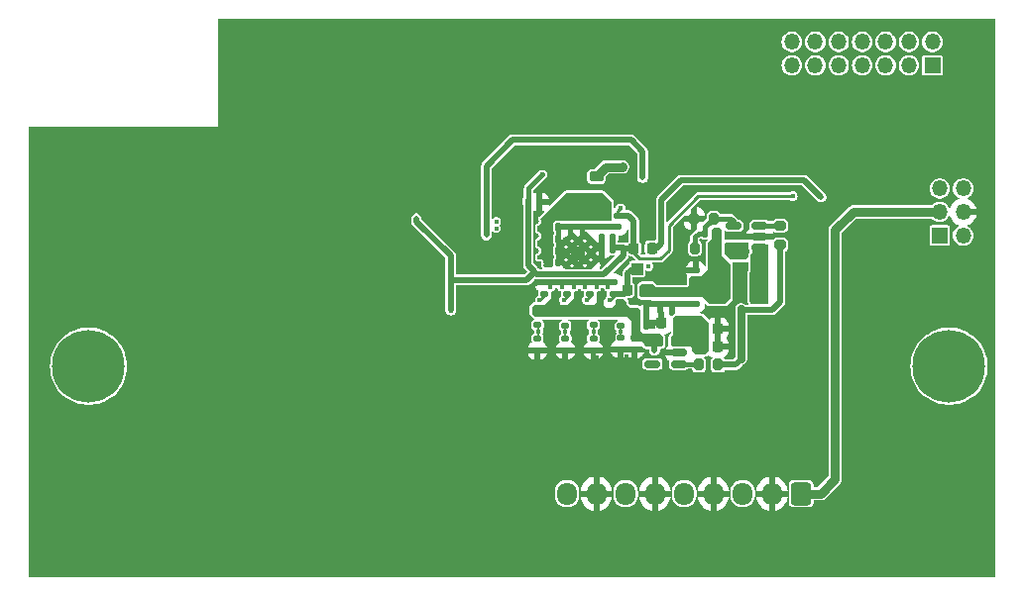
<source format=gbl>
G04 #@! TF.GenerationSoftware,KiCad,Pcbnew,8.0.0-rc1*
G04 #@! TF.CreationDate,2025-03-14T12:06:17+03:00*
G04 #@! TF.ProjectId,Movita_IO_Expansion_Board_V2.0,4d6f7669-7461-45f4-994f-5f457870616e,REV1*
G04 #@! TF.SameCoordinates,Original*
G04 #@! TF.FileFunction,Copper,L4,Bot*
G04 #@! TF.FilePolarity,Positive*
%FSLAX46Y46*%
G04 Gerber Fmt 4.6, Leading zero omitted, Abs format (unit mm)*
G04 Created by KiCad (PCBNEW 8.0.0-rc1) date 2025-03-14 12:06:17*
%MOMM*%
%LPD*%
G01*
G04 APERTURE LIST*
G04 Aperture macros list*
%AMRoundRect*
0 Rectangle with rounded corners*
0 $1 Rounding radius*
0 $2 $3 $4 $5 $6 $7 $8 $9 X,Y pos of 4 corners*
0 Add a 4 corners polygon primitive as box body*
4,1,4,$2,$3,$4,$5,$6,$7,$8,$9,$2,$3,0*
0 Add four circle primitives for the rounded corners*
1,1,$1+$1,$2,$3*
1,1,$1+$1,$4,$5*
1,1,$1+$1,$6,$7*
1,1,$1+$1,$8,$9*
0 Add four rect primitives between the rounded corners*
20,1,$1+$1,$2,$3,$4,$5,0*
20,1,$1+$1,$4,$5,$6,$7,0*
20,1,$1+$1,$6,$7,$8,$9,0*
20,1,$1+$1,$8,$9,$2,$3,0*%
G04 Aperture macros list end*
G04 #@! TA.AperFunction,ComponentPad*
%ADD10C,0.600000*%
G04 #@! TD*
G04 #@! TA.AperFunction,ComponentPad*
%ADD11C,1.300000*%
G04 #@! TD*
G04 #@! TA.AperFunction,ComponentPad*
%ADD12C,0.900000*%
G04 #@! TD*
G04 #@! TA.AperFunction,ComponentPad*
%ADD13C,6.200000*%
G04 #@! TD*
G04 #@! TA.AperFunction,SMDPad,CuDef*
%ADD14RoundRect,0.200000X0.200000X0.275000X-0.200000X0.275000X-0.200000X-0.275000X0.200000X-0.275000X0*%
G04 #@! TD*
G04 #@! TA.AperFunction,SMDPad,CuDef*
%ADD15RoundRect,0.140000X-0.170000X0.140000X-0.170000X-0.140000X0.170000X-0.140000X0.170000X0.140000X0*%
G04 #@! TD*
G04 #@! TA.AperFunction,SMDPad,CuDef*
%ADD16RoundRect,0.140000X0.170000X-0.140000X0.170000X0.140000X-0.170000X0.140000X-0.170000X-0.140000X0*%
G04 #@! TD*
G04 #@! TA.AperFunction,ComponentPad*
%ADD17RoundRect,0.250000X0.600000X0.725000X-0.600000X0.725000X-0.600000X-0.725000X0.600000X-0.725000X0*%
G04 #@! TD*
G04 #@! TA.AperFunction,ComponentPad*
%ADD18O,1.700000X1.950000*%
G04 #@! TD*
G04 #@! TA.AperFunction,ComponentPad*
%ADD19R,1.350000X1.350000*%
G04 #@! TD*
G04 #@! TA.AperFunction,ComponentPad*
%ADD20O,1.350000X1.350000*%
G04 #@! TD*
G04 #@! TA.AperFunction,SMDPad,CuDef*
%ADD21RoundRect,0.218750X0.218750X0.256250X-0.218750X0.256250X-0.218750X-0.256250X0.218750X-0.256250X0*%
G04 #@! TD*
G04 #@! TA.AperFunction,SMDPad,CuDef*
%ADD22RoundRect,0.135000X0.185000X-0.135000X0.185000X0.135000X-0.185000X0.135000X-0.185000X-0.135000X0*%
G04 #@! TD*
G04 #@! TA.AperFunction,SMDPad,CuDef*
%ADD23R,1.000000X1.000000*%
G04 #@! TD*
G04 #@! TA.AperFunction,SMDPad,CuDef*
%ADD24RoundRect,0.140000X0.140000X0.170000X-0.140000X0.170000X-0.140000X-0.170000X0.140000X-0.170000X0*%
G04 #@! TD*
G04 #@! TA.AperFunction,SMDPad,CuDef*
%ADD25RoundRect,0.140000X-0.140000X-0.170000X0.140000X-0.170000X0.140000X0.170000X-0.140000X0.170000X0*%
G04 #@! TD*
G04 #@! TA.AperFunction,SMDPad,CuDef*
%ADD26RoundRect,0.200000X-0.200000X-0.275000X0.200000X-0.275000X0.200000X0.275000X-0.200000X0.275000X0*%
G04 #@! TD*
G04 #@! TA.AperFunction,SMDPad,CuDef*
%ADD27RoundRect,0.225000X-0.225000X-0.250000X0.225000X-0.250000X0.225000X0.250000X-0.225000X0.250000X0*%
G04 #@! TD*
G04 #@! TA.AperFunction,SMDPad,CuDef*
%ADD28RoundRect,0.150000X0.512500X0.150000X-0.512500X0.150000X-0.512500X-0.150000X0.512500X-0.150000X0*%
G04 #@! TD*
G04 #@! TA.AperFunction,SMDPad,CuDef*
%ADD29R,1.500000X2.500000*%
G04 #@! TD*
G04 #@! TA.AperFunction,SMDPad,CuDef*
%ADD30RoundRect,0.225000X0.225000X0.250000X-0.225000X0.250000X-0.225000X-0.250000X0.225000X-0.250000X0*%
G04 #@! TD*
G04 #@! TA.AperFunction,SMDPad,CuDef*
%ADD31RoundRect,0.200000X0.275000X-0.200000X0.275000X0.200000X-0.275000X0.200000X-0.275000X-0.200000X0*%
G04 #@! TD*
G04 #@! TA.AperFunction,SMDPad,CuDef*
%ADD32RoundRect,0.218750X-0.381250X0.218750X-0.381250X-0.218750X0.381250X-0.218750X0.381250X0.218750X0*%
G04 #@! TD*
G04 #@! TA.AperFunction,ViaPad*
%ADD33C,0.400000*%
G04 #@! TD*
G04 #@! TA.AperFunction,ViaPad*
%ADD34C,0.508000*%
G04 #@! TD*
G04 #@! TA.AperFunction,ViaPad*
%ADD35C,0.600000*%
G04 #@! TD*
G04 #@! TA.AperFunction,Conductor*
%ADD36C,0.508000*%
G04 #@! TD*
G04 #@! TA.AperFunction,Conductor*
%ADD37C,0.635000*%
G04 #@! TD*
G04 #@! TA.AperFunction,Conductor*
%ADD38C,0.381000*%
G04 #@! TD*
G04 #@! TA.AperFunction,Conductor*
%ADD39C,0.200000*%
G04 #@! TD*
G04 #@! TA.AperFunction,Conductor*
%ADD40C,0.254000*%
G04 #@! TD*
G04 #@! TA.AperFunction,Conductor*
%ADD41C,0.127000*%
G04 #@! TD*
G04 #@! TA.AperFunction,Conductor*
%ADD42C,0.152400*%
G04 #@! TD*
G04 #@! TA.AperFunction,Conductor*
%ADD43C,0.145600*%
G04 #@! TD*
G04 #@! TA.AperFunction,Conductor*
%ADD44C,0.762000*%
G04 #@! TD*
G04 APERTURE END LIST*
D10*
X118640000Y-71180000D03*
X119680000Y-71180000D03*
X120773927Y-71180000D03*
D11*
X119680000Y-70146150D03*
D10*
X118640000Y-70146150D03*
X120773927Y-70146150D03*
X118640000Y-69063388D03*
X119680000Y-69063388D03*
X120773927Y-69063388D03*
D12*
X75260097Y-79828297D03*
X76010097Y-77978297D03*
X76010097Y-81678297D03*
X77860097Y-77228297D03*
D13*
X77860097Y-79828297D03*
D12*
X77860097Y-82428297D03*
X79710097Y-77978297D03*
X79710097Y-81678297D03*
X80460097Y-79828297D03*
X148760097Y-79828297D03*
X149510097Y-77978297D03*
X149510097Y-81678297D03*
X151360097Y-77228297D03*
D13*
X151360097Y-79828297D03*
D12*
X151360097Y-82428297D03*
X153210097Y-77978297D03*
X153210097Y-81678297D03*
X153960097Y-79828297D03*
D14*
X131624990Y-79699990D03*
X129974990Y-79699990D03*
D15*
X124520000Y-77410000D03*
X124520000Y-78370000D03*
D16*
X118752500Y-73620000D03*
X118752500Y-72660000D03*
D15*
X123290000Y-77410000D03*
X123290000Y-78370000D03*
D17*
X138730000Y-90718297D03*
D18*
X136230000Y-90718297D03*
X133730000Y-90718297D03*
X131230000Y-90718297D03*
X128730000Y-90718297D03*
X126230000Y-90718297D03*
X123730000Y-90718297D03*
X121230000Y-90718297D03*
X118730000Y-90718297D03*
D16*
X117772500Y-73620000D03*
X117772500Y-72660000D03*
D15*
X122050000Y-66920000D03*
X122050000Y-67880000D03*
D19*
X149932097Y-54090000D03*
D20*
X149932097Y-52090000D03*
X147932097Y-54090000D03*
X147932097Y-52090000D03*
X145932097Y-54090000D03*
X145932097Y-52090000D03*
X143932097Y-54090000D03*
X143932097Y-52090000D03*
X141932097Y-54090000D03*
X141932097Y-52090000D03*
X139932097Y-54090000D03*
X139932097Y-52090000D03*
X137932097Y-54090000D03*
X137932097Y-52090000D03*
D21*
X125460000Y-73330000D03*
X123885000Y-73330000D03*
D22*
X118590000Y-78460000D03*
X118590000Y-77440000D03*
D23*
X124720000Y-71510000D03*
D24*
X122619990Y-68839990D03*
X121659990Y-68839990D03*
D25*
X117030000Y-67920000D03*
X117990000Y-67920000D03*
D16*
X116792500Y-73630000D03*
X116792500Y-72670000D03*
D26*
X129595000Y-67190000D03*
X131245000Y-67190000D03*
D25*
X115429990Y-65750000D03*
X116389990Y-65750000D03*
D15*
X129700000Y-73500000D03*
X129700000Y-74460000D03*
D27*
X130045000Y-78150000D03*
X131595000Y-78150000D03*
D28*
X135187500Y-67810000D03*
X135187500Y-68760000D03*
X135187500Y-69710000D03*
X132912500Y-69710000D03*
X132912500Y-67810000D03*
D16*
X129700000Y-72570000D03*
X129700000Y-71610000D03*
D25*
X117030000Y-68940000D03*
X117990000Y-68940000D03*
D21*
X125997490Y-69719990D03*
X124422490Y-69719990D03*
D16*
X121692500Y-73620000D03*
X121692500Y-72660000D03*
D22*
X120970000Y-78460000D03*
X120970000Y-77440000D03*
D15*
X121050000Y-66920000D03*
X121050000Y-67880000D03*
D27*
X130045000Y-76615000D03*
X131595000Y-76615000D03*
D22*
X123330000Y-76400000D03*
X123330000Y-75380000D03*
X116210000Y-78480000D03*
X116210000Y-77460000D03*
D26*
X129625000Y-69720000D03*
X131275000Y-69720000D03*
D22*
X118580000Y-76370000D03*
X118580000Y-75350000D03*
D25*
X124510000Y-75370000D03*
X125470000Y-75370000D03*
D24*
X131490000Y-68450000D03*
X130530000Y-68450000D03*
D29*
X135096736Y-73080000D03*
X131396736Y-73080000D03*
D25*
X117040000Y-69950000D03*
X118000000Y-69950000D03*
D16*
X119732500Y-73620000D03*
X119732500Y-72660000D03*
D25*
X117020000Y-70970000D03*
X117980000Y-70970000D03*
D15*
X119020000Y-66920000D03*
X119020000Y-67880000D03*
D24*
X122619990Y-69839990D03*
X121659990Y-69839990D03*
D30*
X128290000Y-76120000D03*
X126740000Y-76120000D03*
D15*
X127710000Y-73500000D03*
X127710000Y-74460000D03*
D25*
X124500000Y-76350000D03*
X125460000Y-76350000D03*
D31*
X136929990Y-69444990D03*
X136929990Y-67794990D03*
D15*
X123080000Y-66920000D03*
X123080000Y-67880000D03*
D16*
X122672500Y-73620000D03*
X122672500Y-72660000D03*
X120712500Y-73620000D03*
X120712500Y-72660000D03*
D22*
X120970000Y-76300000D03*
X120970000Y-75280000D03*
D28*
X128307500Y-77727500D03*
X128307500Y-78677500D03*
X128307500Y-79627500D03*
X126032500Y-79627500D03*
X126032500Y-77727500D03*
D22*
X116220000Y-76300000D03*
X116220000Y-75280000D03*
D15*
X126700000Y-73500000D03*
X126700000Y-74460000D03*
X128700000Y-73500000D03*
X128700000Y-74460000D03*
X120040000Y-66910000D03*
X120040000Y-67870000D03*
D19*
X150560000Y-68630000D03*
D20*
X152560000Y-68630000D03*
X150560000Y-66630000D03*
X152560000Y-66630000D03*
X150560000Y-64630000D03*
X152560000Y-64630000D03*
D32*
X121230000Y-63597500D03*
X121230000Y-65722500D03*
D33*
X133599990Y-74939990D03*
X152560000Y-94870000D03*
X109800000Y-52930000D03*
X147160000Y-80720000D03*
X130893927Y-75115884D03*
X130889990Y-86359990D03*
X88030000Y-78080000D03*
X140360000Y-85490000D03*
X98599990Y-69849990D03*
X150500000Y-91410000D03*
X101370000Y-87200000D03*
X138880000Y-86890000D03*
X107539990Y-74499990D03*
X153970000Y-91430000D03*
X119150000Y-56000000D03*
X76750000Y-62810000D03*
X125999990Y-68199990D03*
X122450000Y-88920000D03*
X86320000Y-90110000D03*
X133159990Y-80789990D03*
X81200000Y-88670000D03*
X89780000Y-62780000D03*
X78810000Y-60350000D03*
X136910000Y-85410000D03*
X89070000Y-59500000D03*
X142700000Y-82190000D03*
X128789990Y-68479990D03*
X96550000Y-96000000D03*
X150500000Y-89930000D03*
X105549990Y-57169990D03*
X103140000Y-52910000D03*
X96690000Y-70410000D03*
X123809990Y-86459990D03*
X114150000Y-96140000D03*
X89590000Y-75030000D03*
X88250000Y-62750000D03*
X137329990Y-75569990D03*
X102550000Y-82720000D03*
X110233927Y-77425884D03*
X93390000Y-57500000D03*
X91810000Y-54570000D03*
X142540000Y-74830000D03*
X79560000Y-90000000D03*
X107269990Y-65439990D03*
X88310000Y-81160000D03*
X93160000Y-64490000D03*
X102480000Y-79350000D03*
X79760000Y-74500000D03*
X84660000Y-78150000D03*
X118433927Y-79075884D03*
X129860000Y-96140000D03*
X78370000Y-62720000D03*
X99810000Y-88880000D03*
X117829990Y-63779990D03*
X108760000Y-85510000D03*
X104639990Y-86129990D03*
X96600000Y-68790000D03*
X113593927Y-78765884D03*
X106636930Y-83168998D03*
X76730000Y-66280000D03*
X84940000Y-68720000D03*
X96920000Y-53260000D03*
X102370000Y-94680000D03*
X78350000Y-66190000D03*
X116240000Y-96120000D03*
X91750000Y-57460000D03*
X84940000Y-81230000D03*
X147210000Y-91320000D03*
X110680000Y-94640000D03*
X140910000Y-57470000D03*
X134749990Y-77769990D03*
X81230000Y-86960000D03*
X86060000Y-91170000D03*
X135360000Y-53820000D03*
X139940000Y-74830000D03*
X95070000Y-68760000D03*
X132799990Y-77639990D03*
X131829990Y-83219990D03*
X78330000Y-72850000D03*
X119520000Y-92950000D03*
X114843927Y-76515884D03*
X144520000Y-58980000D03*
X152590000Y-93160000D03*
X118303927Y-80335884D03*
X90190000Y-51440000D03*
X79810000Y-72850000D03*
X115220000Y-88090000D03*
X123149990Y-71749990D03*
X116150000Y-93020000D03*
X129563927Y-64798884D03*
X132753927Y-75835884D03*
X135260000Y-86840000D03*
X124590000Y-87710000D03*
X91330000Y-88780000D03*
X143900000Y-85370000D03*
X116003927Y-72795884D03*
X93130000Y-68770000D03*
X91600000Y-68740000D03*
X86450000Y-94350000D03*
X149120000Y-93140000D03*
X116240000Y-94640000D03*
X90720000Y-59440000D03*
X101490000Y-52970000D03*
X74670000Y-94370000D03*
X98370000Y-95970000D03*
X145590000Y-88190000D03*
X110880000Y-90510000D03*
X130093927Y-62165884D03*
X76640000Y-69570000D03*
X82850000Y-90090000D03*
X147160000Y-82200000D03*
X132433927Y-75155884D03*
X133140000Y-92970000D03*
X134199990Y-61729990D03*
X91350000Y-75090000D03*
X145400000Y-76290000D03*
X119900000Y-51400000D03*
X97480000Y-61030000D03*
X144030000Y-56930000D03*
X138550000Y-76480000D03*
X96340000Y-90230000D03*
X145400000Y-77660000D03*
X86560000Y-84360000D03*
X120390000Y-55060000D03*
X108539990Y-83179990D03*
X112500000Y-96090000D03*
X79800000Y-64370000D03*
X115919990Y-86389990D03*
X95040000Y-71840000D03*
X106510000Y-52840000D03*
X102520000Y-77710000D03*
X86230000Y-87010000D03*
X84800000Y-94410000D03*
X97900000Y-87180000D03*
X122579990Y-63989990D03*
X94700000Y-90190000D03*
X134310000Y-55920000D03*
X102500000Y-84370000D03*
X99460000Y-74210000D03*
X78040000Y-94300000D03*
X81360000Y-92680000D03*
X107539990Y-72859990D03*
X127973927Y-62165884D03*
X99810000Y-90250000D03*
X93450000Y-54610000D03*
X121293927Y-79065884D03*
X127210000Y-55040000D03*
X93390000Y-56130000D03*
X145650000Y-83650000D03*
X124750000Y-93030000D03*
X126803927Y-61085884D03*
X131663927Y-61215884D03*
X101130000Y-84370000D03*
X142770000Y-83690000D03*
X136380000Y-63030000D03*
X109163927Y-63905884D03*
X145460000Y-58000000D03*
X105849990Y-69039990D03*
X154030000Y-86890000D03*
X94010000Y-61010000D03*
X140230000Y-80920000D03*
X116120000Y-57070000D03*
X115203927Y-78145884D03*
X99440000Y-77680000D03*
X120870000Y-88570000D03*
X147050000Y-76230000D03*
X102590000Y-72590000D03*
X112379990Y-59519990D03*
X93220000Y-70390000D03*
X134870000Y-94740000D03*
X109030000Y-94700000D03*
X91570000Y-70450000D03*
X93220000Y-82900000D03*
X101000000Y-79350000D03*
X91570000Y-71820000D03*
X89930000Y-82810000D03*
X104020000Y-96100000D03*
X113180000Y-51330000D03*
X95040000Y-82980000D03*
X99450000Y-82810000D03*
X143860000Y-82270000D03*
X128129421Y-80928137D03*
X102540000Y-74240000D03*
X115773927Y-62565884D03*
X147270000Y-85300000D03*
X150740000Y-96270000D03*
X86500000Y-64470000D03*
X88280000Y-84240000D03*
X101060000Y-81000000D03*
X140360000Y-86970000D03*
X98570000Y-53200000D03*
X129860000Y-94660000D03*
X81330000Y-95760000D03*
X116127927Y-68665884D03*
X119059990Y-63789990D03*
X116343927Y-71045884D03*
X129000000Y-81759980D03*
X135310000Y-56770000D03*
X84880000Y-62820000D03*
X126370000Y-94680000D03*
X127970000Y-87300000D03*
X91570000Y-82960000D03*
X136480000Y-54890000D03*
X135480000Y-82580000D03*
X95040000Y-56070000D03*
X150410000Y-88310000D03*
X142040000Y-55560000D03*
X95830000Y-60980000D03*
X111259990Y-58419990D03*
X96690000Y-71890000D03*
X100020000Y-94540000D03*
X142630000Y-76470000D03*
X105770000Y-92900000D03*
X104559990Y-84309990D03*
X77940000Y-86870000D03*
X98480000Y-51580000D03*
X152560000Y-96240000D03*
X137130000Y-56790000D03*
X153940000Y-83790000D03*
X76680000Y-74470000D03*
X101170000Y-74240000D03*
X116630000Y-55290000D03*
X134870000Y-96110000D03*
X111650000Y-51300000D03*
X113903927Y-76975884D03*
X113073927Y-80075884D03*
X139900000Y-93080000D03*
X96440000Y-76760000D03*
X112190000Y-86880000D03*
X135080000Y-51400000D03*
X100209990Y-63989990D03*
X121490000Y-53670000D03*
X84690000Y-75070000D03*
X93170000Y-92810000D03*
X109795649Y-81905510D03*
X146090000Y-55540000D03*
X107300000Y-92930000D03*
X89930000Y-71780000D03*
X117322669Y-73051058D03*
X131580000Y-94650000D03*
X104319990Y-65339990D03*
X139990000Y-96180000D03*
X91330000Y-90260000D03*
X105439990Y-83229990D03*
X140020000Y-55570000D03*
X117960000Y-96000000D03*
X110589990Y-57679990D03*
X143990000Y-88310000D03*
X152350000Y-88300000D03*
X130030000Y-89350000D03*
X90100000Y-57410000D03*
X109043927Y-76295884D03*
X88060000Y-75000000D03*
X128240000Y-93010000D03*
X96370000Y-87150000D03*
X141633286Y-56868283D03*
X101110000Y-72590000D03*
X79780000Y-67840000D03*
X121263927Y-73045884D03*
X145620000Y-85360000D03*
X74540000Y-90020000D03*
X79850000Y-62720000D03*
X76190000Y-88590000D03*
X109060000Y-92990000D03*
X131610000Y-92940000D03*
X112013927Y-80475884D03*
X112530000Y-93010000D03*
X82980000Y-94330000D03*
X148850000Y-89990000D03*
X138340000Y-96130000D03*
X86500000Y-65950000D03*
X86450000Y-95830000D03*
X124840000Y-55020000D03*
X89930000Y-84290000D03*
X115263927Y-80285884D03*
X119610000Y-94570000D03*
X138550000Y-77850000D03*
X128689990Y-69829990D03*
X74540000Y-88650000D03*
X140030000Y-76450000D03*
X126370000Y-96160000D03*
X143990000Y-93150000D03*
X85680000Y-59800000D03*
X143700000Y-76510000D03*
X112500000Y-94720000D03*
X113893927Y-75015884D03*
X139990000Y-94700000D03*
X84910000Y-70430000D03*
X93220000Y-84380000D03*
X104599990Y-85249990D03*
X121250000Y-94720000D03*
X152320000Y-90010000D03*
X113483927Y-71085884D03*
X123782319Y-78968762D03*
X128210000Y-94720000D03*
X88220000Y-64460000D03*
X89870000Y-65880000D03*
X119829990Y-86229990D03*
X79600000Y-92620000D03*
X84850000Y-65900000D03*
X95830000Y-59610000D03*
X134100000Y-87570000D03*
X101679990Y-65309990D03*
X89680000Y-88840000D03*
X91320000Y-78170000D03*
X134900000Y-93030000D03*
X81330000Y-94390000D03*
X102400000Y-92970000D03*
X98510000Y-56090000D03*
X132773927Y-79051884D03*
X111339990Y-59469990D03*
X76320000Y-95790000D03*
X123789990Y-84689990D03*
X130900000Y-83239980D03*
X116640000Y-88090000D03*
X144080000Y-94770000D03*
X94980000Y-64570000D03*
X116080000Y-51380000D03*
X113453927Y-68835884D03*
X93220000Y-71870000D03*
X119809990Y-84459990D03*
X121250000Y-96090000D03*
X153970000Y-89950000D03*
X94790000Y-76820000D03*
X95040000Y-57550000D03*
X104940000Y-90650000D03*
X97990000Y-90280000D03*
X106420000Y-51220000D03*
X119780000Y-82530000D03*
X118909990Y-57479990D03*
X89840000Y-68680000D03*
X148910000Y-86820000D03*
X143900000Y-86850000D03*
X96460000Y-92900000D03*
X144080000Y-96250000D03*
X91610000Y-94490000D03*
X145540000Y-79070000D03*
X99490000Y-72680000D03*
X104860000Y-54270000D03*
X107390000Y-94550000D03*
X95040000Y-70470000D03*
X131129893Y-58769990D03*
X107549990Y-67929990D03*
X91540000Y-62840000D03*
X115910000Y-85480000D03*
X115513927Y-77475884D03*
X110429990Y-81689990D03*
X145510000Y-80780000D03*
X116127927Y-69945884D03*
X120819990Y-61399990D03*
X133230000Y-94590000D03*
X86560000Y-70370000D03*
X133790000Y-83269980D03*
X96950000Y-51550000D03*
X93260000Y-94430000D03*
X101460000Y-90300000D03*
X113083927Y-63935884D03*
X77910000Y-88580000D03*
X94610000Y-87090000D03*
X130400000Y-53780000D03*
X128159990Y-81759990D03*
X91750000Y-55980000D03*
X124720000Y-94740000D03*
X76190000Y-90070000D03*
X122233927Y-73045884D03*
X98510000Y-57570000D03*
X135510000Y-79500000D03*
X118449990Y-61109990D03*
X148940000Y-83740000D03*
X114150000Y-94660000D03*
X87330000Y-59740000D03*
X143610000Y-74890000D03*
X113270000Y-54430000D03*
X108779990Y-86439990D03*
X93590000Y-91270000D03*
X143840000Y-89910000D03*
X93450000Y-53240000D03*
X117433927Y-80845884D03*
X129770000Y-93040000D03*
X145800000Y-96130000D03*
X109033927Y-69265884D03*
X99840000Y-87170000D03*
X154210000Y-96290000D03*
X142650000Y-88310000D03*
X76610000Y-71100000D03*
X126483927Y-62165884D03*
X130436808Y-80852960D03*
X86220000Y-75100000D03*
X76320000Y-94310000D03*
X124720000Y-96110000D03*
X78410000Y-67840000D03*
X88240000Y-94560000D03*
X134329990Y-80119990D03*
X92970000Y-76740000D03*
X122183927Y-80805884D03*
X142460000Y-93120000D03*
X79690000Y-94240000D03*
X127390000Y-51320000D03*
X100020000Y-96020000D03*
X122700000Y-55020000D03*
X81700000Y-60410000D03*
X147360000Y-93080000D03*
X130869990Y-84589990D03*
X84910000Y-82940000D03*
X142740000Y-85400000D03*
X109030000Y-96070000D03*
X93070000Y-62870000D03*
X94930000Y-92870000D03*
X102239990Y-67849990D03*
X115899990Y-84619990D03*
X86470000Y-81260000D03*
X133230000Y-96070000D03*
X101460000Y-88820000D03*
X136520000Y-94680000D03*
X128820000Y-53780000D03*
X121280000Y-93010000D03*
X114740000Y-90570000D03*
X123503927Y-68795884D03*
X147050000Y-77710000D03*
X96690000Y-82920000D03*
X152320000Y-91380000D03*
X118999990Y-61899990D03*
X89680000Y-90210000D03*
X113269893Y-59349990D03*
X86560000Y-71850000D03*
X95010000Y-51560000D03*
X135919990Y-75939990D03*
X138370000Y-93050000D03*
X84700000Y-86980000D03*
X100249990Y-57169990D03*
X145430000Y-74580000D03*
X96690000Y-84400000D03*
X104339990Y-66509990D03*
X98729990Y-63989990D03*
X147210000Y-89840000D03*
X107499990Y-71409990D03*
X109043927Y-77435884D03*
X101490000Y-54340000D03*
X89890000Y-95980000D03*
X142700000Y-80820000D03*
X96540000Y-62890000D03*
X154210000Y-94810000D03*
X89730000Y-91210000D03*
X139619990Y-70079990D03*
X94010000Y-59530000D03*
X96630000Y-65990000D03*
X78320000Y-71130000D03*
X131713927Y-75105884D03*
X88270000Y-92850000D03*
X119810000Y-85300000D03*
X123730000Y-51400000D03*
X88280000Y-70360000D03*
X142430000Y-94830000D03*
X153880000Y-88330000D03*
X154030000Y-85410000D03*
X106719990Y-57029990D03*
X125579103Y-78545281D03*
X79830000Y-66190000D03*
X96440000Y-78240000D03*
X104629990Y-83359990D03*
X119220000Y-53710000D03*
X78390000Y-74500000D03*
X89800000Y-92880000D03*
X74700000Y-92660000D03*
X112503927Y-77435884D03*
X94820000Y-75110000D03*
X86360000Y-92730000D03*
X99350000Y-80970000D03*
X109659990Y-57099990D03*
X90160000Y-53150000D03*
X138910000Y-83810000D03*
X131580000Y-96020000D03*
X138340000Y-94760000D03*
X142730000Y-79110000D03*
X96860000Y-57520000D03*
X111620000Y-53010000D03*
X138880000Y-85520000D03*
X95040000Y-84350000D03*
X84670000Y-88690000D03*
X78260000Y-69480000D03*
X143860000Y-80790000D03*
X75730000Y-60320000D03*
X110680000Y-96120000D03*
X80330000Y-60410000D03*
X106987602Y-70061124D03*
X92880000Y-75120000D03*
X152380000Y-86840000D03*
X123620000Y-53710000D03*
X91600000Y-81250000D03*
X99380000Y-79440000D03*
X136520000Y-96160000D03*
X147070000Y-79100000D03*
X91510000Y-65920000D03*
X94900000Y-94580000D03*
X128462226Y-64820416D03*
X124363927Y-80335884D03*
X137130000Y-81150000D03*
X145560000Y-91270000D03*
X132060000Y-87560000D03*
X134219990Y-63019990D03*
X138580000Y-74770000D03*
X92970000Y-78220000D03*
X89870000Y-64400000D03*
X99420000Y-84340000D03*
X142190000Y-91340000D03*
X113593927Y-66235884D03*
X101070000Y-82720000D03*
X84800000Y-95780000D03*
X86560000Y-82880000D03*
X147450000Y-94700000D03*
X105740000Y-94610000D03*
X98400000Y-92890000D03*
X93080000Y-87060000D03*
X93130000Y-81280000D03*
X109710000Y-51310000D03*
X90160000Y-54520000D03*
X88240000Y-95930000D03*
X96340000Y-88860000D03*
X110033927Y-69265884D03*
X91720000Y-51470000D03*
X113793927Y-62815884D03*
X93050000Y-90140000D03*
X112493927Y-76355884D03*
X96630000Y-64510000D03*
X107210000Y-90470000D03*
X94790000Y-78190000D03*
X133713927Y-73825884D03*
X140230000Y-82400000D03*
X132990000Y-53740000D03*
X91640000Y-92780000D03*
X88280000Y-71730000D03*
X112863927Y-74045884D03*
X149090000Y-94850000D03*
X124183927Y-62385884D03*
X108189990Y-56799990D03*
X135450000Y-88960000D03*
X98129990Y-62849990D03*
X114443927Y-63425884D03*
X76710000Y-72940000D03*
X81200000Y-90040000D03*
X143840000Y-91390000D03*
X117960000Y-94630000D03*
X112970000Y-88000000D03*
X113743927Y-80915884D03*
X130563927Y-64695884D03*
X110643927Y-63915884D03*
X103050000Y-51290000D03*
X95100000Y-53180000D03*
X102570000Y-76060000D03*
X104020000Y-94620000D03*
X76230000Y-92690000D03*
X97990000Y-88800000D03*
X79560000Y-88520000D03*
X104949990Y-68159990D03*
X137130000Y-82630000D03*
X86310000Y-78200000D03*
X140140000Y-79300000D03*
X122900000Y-94660000D03*
X138780000Y-79240000D03*
X89070000Y-60870000D03*
X131659990Y-60069990D03*
X101189990Y-58689990D03*
X111499990Y-81459990D03*
X140270000Y-83870000D03*
X91510000Y-64550000D03*
X142430000Y-96200000D03*
X92360000Y-59590000D03*
X79690000Y-95720000D03*
X113270000Y-52950000D03*
X82760000Y-86990000D03*
X147270000Y-86780000D03*
X118020000Y-88090000D03*
X89680000Y-76650000D03*
X93050000Y-88770000D03*
X138750000Y-82320000D03*
X77440000Y-60350000D03*
X93480000Y-51530000D03*
X145510000Y-82150000D03*
X131100000Y-55100000D03*
X93160000Y-65970000D03*
X77910000Y-89950000D03*
X134729990Y-78939990D03*
X93260000Y-95910000D03*
X136453927Y-68655884D03*
X103930000Y-93000000D03*
X128990000Y-88320000D03*
X101090000Y-76060000D03*
X109800000Y-54410000D03*
X116469990Y-61299990D03*
X96350000Y-75140000D03*
X112883927Y-75105884D03*
X147120000Y-88220000D03*
X82850000Y-88610000D03*
X103140000Y-54390000D03*
X126550000Y-53710000D03*
X117620000Y-54200000D03*
X150470000Y-83770000D03*
X143190000Y-58000000D03*
X91320000Y-76800000D03*
X125510000Y-88630000D03*
X84850000Y-64530000D03*
X126953927Y-63755884D03*
X143700000Y-77990000D03*
X119293927Y-73035884D03*
X119530000Y-88090000D03*
X152410000Y-83760000D03*
X111620000Y-54380000D03*
X152380000Y-85470000D03*
X101649990Y-57079990D03*
X146020000Y-56900000D03*
X105740000Y-95980000D03*
X79690000Y-71130000D03*
X129929990Y-81739990D03*
X114060000Y-93040000D03*
X137040000Y-79530000D03*
X101520000Y-51260000D03*
X148880000Y-88280000D03*
X86410000Y-62850000D03*
X122810000Y-93040000D03*
X107799990Y-83129990D03*
X125999990Y-68779990D03*
X91570000Y-84330000D03*
X89680000Y-78130000D03*
X122900000Y-96140000D03*
X98370000Y-94600000D03*
X115633927Y-74075884D03*
X131300000Y-51430000D03*
X136430000Y-93060000D03*
X84670000Y-90060000D03*
X116127927Y-67425884D03*
X135260000Y-85470000D03*
X136910000Y-86890000D03*
X138750000Y-80950000D03*
X108180000Y-51280000D03*
X96920000Y-54630000D03*
X79740000Y-69480000D03*
X99930000Y-92920000D03*
X78070000Y-92590000D03*
X110590000Y-93020000D03*
X119799990Y-83459990D03*
X150560000Y-85390000D03*
X150560000Y-86870000D03*
X94900000Y-95950000D03*
X76720000Y-64340000D03*
X84910000Y-71800000D03*
X138089990Y-70109990D03*
X133220000Y-55120000D03*
X84660000Y-76780000D03*
X135290000Y-83760000D03*
X145830000Y-93050000D03*
X136820000Y-83790000D03*
X86320000Y-88630000D03*
X129673927Y-63085884D03*
X109489990Y-82729990D03*
X87350000Y-60990000D03*
X101150000Y-77710000D03*
X108150000Y-52990000D03*
X135480000Y-81210000D03*
X145620000Y-86730000D03*
X74670000Y-95740000D03*
X95010000Y-62860000D03*
X126789990Y-59529990D03*
X85700000Y-60940000D03*
X76700000Y-67810000D03*
X96860000Y-56150000D03*
X107390000Y-96030000D03*
X104860000Y-52900000D03*
X143770000Y-79170000D03*
X121570000Y-56490000D03*
X104199990Y-57229990D03*
X88220000Y-65830000D03*
X89890000Y-94500000D03*
X154120000Y-93190000D03*
X94700000Y-88710000D03*
X150740000Y-94790000D03*
X140030000Y-77930000D03*
X102430000Y-81000000D03*
X119610000Y-96050000D03*
X89930000Y-70300000D03*
X84910000Y-84310000D03*
X86310000Y-76720000D03*
X108759990Y-84669990D03*
X101619990Y-63989990D03*
X142740000Y-86770000D03*
X147450000Y-96180000D03*
X111443927Y-77435884D03*
X108150000Y-54360000D03*
X148850000Y-91360000D03*
X146960000Y-74610000D03*
X92360000Y-60960000D03*
X128210000Y-96090000D03*
X95070000Y-81270000D03*
X132846178Y-76753633D03*
X89840000Y-81190000D03*
X113349893Y-58429990D03*
X150650000Y-93170000D03*
X79470000Y-86900000D03*
X132763927Y-78376884D03*
X126280000Y-93060000D03*
X102370000Y-96050000D03*
X115263927Y-78865884D03*
X132103927Y-80835884D03*
X142119990Y-65699990D03*
X149090000Y-96220000D03*
X95100000Y-54660000D03*
X88310000Y-68650000D03*
X120990000Y-57690000D03*
X106510000Y-54320000D03*
X138840000Y-56730000D03*
X131623809Y-66068638D03*
X132383927Y-62325884D03*
X76100000Y-86970000D03*
X115643927Y-73355884D03*
X90100000Y-56040000D03*
X130059990Y-83239990D03*
X104890000Y-51190000D03*
X84830000Y-92700000D03*
X82980000Y-95810000D03*
X132949990Y-83269990D03*
X99470000Y-76150000D03*
X89710000Y-87130000D03*
X90720000Y-60920000D03*
X115003927Y-61775884D03*
X98570000Y-54680000D03*
X113473927Y-69855884D03*
X96550000Y-94520000D03*
X145800000Y-94760000D03*
X148910000Y-85450000D03*
X91240000Y-87160000D03*
X144060000Y-55580000D03*
X117990000Y-92920000D03*
X120273927Y-73045884D03*
X128950000Y-55080000D03*
X147180000Y-83680000D03*
X134699990Y-76569990D03*
X118308458Y-73044925D03*
X78430000Y-64370000D03*
X82890000Y-92710000D03*
X88280000Y-82870000D03*
X88030000Y-76710000D03*
X103019990Y-65339990D03*
X119650000Y-89020000D03*
X97480000Y-59550000D03*
X145560000Y-89900000D03*
X94980000Y-65940000D03*
X107389990Y-66739990D03*
X91810000Y-53090000D03*
X86470000Y-68750000D03*
X74570000Y-86940000D03*
X113573927Y-77745884D03*
X91610000Y-95860000D03*
X78040000Y-95670000D03*
X96600000Y-81300000D03*
X143810000Y-83750000D03*
D34*
X111829990Y-68599990D03*
D33*
X125679990Y-71289990D03*
X125200000Y-63699990D03*
X140430000Y-65350000D03*
X105860000Y-67200000D03*
X116619990Y-63420000D03*
X123299990Y-66299990D03*
X108780000Y-70390000D03*
X123530000Y-69680000D03*
X138009990Y-65269990D03*
X108860000Y-75070000D03*
X115923927Y-71793990D03*
X118590000Y-76900000D03*
X116300000Y-76850000D03*
X123320000Y-76890000D03*
X120970000Y-76840000D03*
X118460000Y-74140000D03*
X122365000Y-74185000D03*
X120405000Y-74155000D03*
X116380000Y-74200000D03*
X119029990Y-66339990D03*
X117799990Y-67020000D03*
X122233880Y-66338445D03*
X116570000Y-69279990D03*
X116520000Y-70479990D03*
X116540000Y-68090000D03*
X120240000Y-66339990D03*
X117840000Y-66329990D03*
X112683927Y-67445884D03*
X132143927Y-70885884D03*
X131003927Y-70805884D03*
X132293927Y-71395884D03*
D35*
X123459990Y-62769990D03*
D33*
X112673927Y-68025884D03*
X131033927Y-71415884D03*
X131583927Y-70785884D03*
X131713927Y-71415884D03*
X117440000Y-74300000D03*
X126194990Y-78464990D03*
X121440000Y-74280000D03*
X123315000Y-74305000D03*
X119440000Y-74310000D03*
X134019990Y-69399990D03*
X134138360Y-69981335D03*
X133099990Y-70339990D03*
X129183927Y-75995884D03*
X129183927Y-76545884D03*
X133779990Y-70329990D03*
X128143927Y-77005884D03*
X128753927Y-76995884D03*
D36*
X133589990Y-79199990D02*
X133599990Y-79199990D01*
X136929990Y-74329821D02*
X136929990Y-69444990D01*
X133675884Y-75015884D02*
X136243927Y-75015884D01*
X136243927Y-75015884D02*
X136929990Y-74329821D01*
X131624990Y-79699990D02*
X133089990Y-79699990D01*
X133089990Y-79699990D02*
X133589990Y-79199990D01*
X133599990Y-74939990D02*
X133675884Y-75015884D01*
D37*
X133599990Y-79199990D02*
X133599990Y-74939990D01*
D38*
X130530000Y-67889980D02*
X131229980Y-67190000D01*
X131229980Y-67190000D02*
X131245000Y-67190000D01*
X130530000Y-68450000D02*
X130530000Y-67889980D01*
X132912500Y-67810000D02*
X132912500Y-67412500D01*
X132690000Y-67190000D02*
X131245000Y-67190000D01*
X129625000Y-69720000D02*
X129625000Y-68774980D01*
X129625000Y-68774980D02*
X129949980Y-68450000D01*
X129949980Y-68450000D02*
X130530000Y-68450000D01*
X132912500Y-67412500D02*
X132690000Y-67190000D01*
X135187500Y-67810000D02*
X136914980Y-67810000D01*
X136914980Y-67810000D02*
X136929990Y-67794990D01*
D36*
X125200000Y-61470000D02*
X124209990Y-60479990D01*
X124209990Y-60479990D02*
X114049990Y-60479990D01*
X111829990Y-62699990D02*
X111829990Y-68599990D01*
X125200000Y-63699990D02*
X125200000Y-61470000D01*
X114049990Y-60479990D02*
X111829990Y-62699990D01*
X128441862Y-63915884D02*
X126757500Y-65600246D01*
X126757500Y-65600246D02*
X126757500Y-69332500D01*
X138995884Y-63915884D02*
X128441862Y-63915884D01*
X126757500Y-69332500D02*
X126370010Y-69719990D01*
X126370010Y-69719990D02*
X125997490Y-69719990D01*
X140430000Y-65350000D02*
X138995884Y-63915884D01*
X124422490Y-67382490D02*
X123960000Y-66920000D01*
X108780000Y-72430000D02*
X108780000Y-70390000D01*
X115923927Y-71793990D02*
X115287917Y-72430000D01*
X123509990Y-69699990D02*
X123510000Y-69700000D01*
X105860000Y-67470000D02*
X108780000Y-70390000D01*
X105860000Y-67200000D02*
X105860000Y-67470000D01*
D39*
X123510000Y-69700000D02*
X123530000Y-69680000D01*
D36*
X124422490Y-69719990D02*
X124422490Y-67382490D01*
X115429990Y-65750000D02*
X115429990Y-71199990D01*
X115429990Y-71199990D02*
X115923927Y-71693927D01*
D40*
X123080000Y-66920000D02*
X123080000Y-66519980D01*
X123080000Y-66519980D02*
X123299990Y-66299990D01*
D36*
X115923927Y-71793990D02*
X116079927Y-71949990D01*
D41*
X108780000Y-74990000D02*
X108860000Y-75070000D01*
D38*
X115429990Y-64610000D02*
X116619990Y-63420000D01*
D36*
X122610000Y-69800000D02*
X122710010Y-69699990D01*
D40*
X124422490Y-69719990D02*
X124422490Y-70102490D01*
X124939990Y-70619990D02*
X126719990Y-70619990D01*
D38*
X115429990Y-65750000D02*
X115429990Y-64610000D01*
D36*
X123960000Y-66920000D02*
X123080000Y-66920000D01*
X115287917Y-72430000D02*
X108780000Y-72430000D01*
X108780000Y-72430000D02*
X108780000Y-74990000D01*
D40*
X127419990Y-69919990D02*
X127419990Y-67769821D01*
D36*
X122710010Y-69699990D02*
X123509990Y-69699990D01*
D40*
X127419990Y-67769821D02*
X129919821Y-65269990D01*
D36*
X124422490Y-69719990D02*
X123569990Y-69719990D01*
X123569990Y-69719990D02*
X123530000Y-69680000D01*
X115923927Y-71693927D02*
X115923927Y-71793990D01*
D40*
X124422490Y-70102490D02*
X124939990Y-70619990D01*
D36*
X121900010Y-71949990D02*
X123530000Y-70320000D01*
D40*
X129919821Y-65269990D02*
X138009990Y-65269990D01*
X126719990Y-70619990D02*
X127419990Y-69919990D01*
D36*
X116079927Y-71949990D02*
X121900010Y-71949990D01*
X123530000Y-70320000D02*
X123530000Y-69680000D01*
X122619990Y-69839990D02*
X122619990Y-68839990D01*
D42*
X118580000Y-76370000D02*
X118580000Y-76890000D01*
X118590000Y-76900000D02*
X118590000Y-77440000D01*
X118580000Y-76890000D02*
X118590000Y-76900000D01*
X116300000Y-76380000D02*
X116220000Y-76300000D01*
X116300000Y-76850000D02*
X116300000Y-77370000D01*
X116300000Y-77370000D02*
X116210000Y-77460000D01*
X116300000Y-76850000D02*
X116300000Y-76380000D01*
D43*
X123330000Y-76880000D02*
X123320000Y-76890000D01*
X123320000Y-77380000D02*
X123290000Y-77410000D01*
D42*
X123320000Y-76890000D02*
X123320000Y-77380000D01*
X123330000Y-76400000D02*
X123330000Y-76880000D01*
X120970000Y-76300000D02*
X120970000Y-76840000D01*
X120970000Y-76840000D02*
X120970000Y-77440000D01*
D40*
X116380000Y-74200000D02*
X116792500Y-73787500D01*
X122365000Y-74185000D02*
X122672500Y-73877500D01*
D36*
X124720000Y-71510000D02*
X124280000Y-71510000D01*
D40*
X120405000Y-74155000D02*
X120712500Y-73847500D01*
X122672500Y-73877500D02*
X122672500Y-73620000D01*
D36*
X123885000Y-71905000D02*
X123885000Y-73330000D01*
D40*
X120712500Y-73847500D02*
X120712500Y-73620000D01*
D36*
X122672500Y-73620000D02*
X123595000Y-73620000D01*
X124280000Y-71510000D02*
X123885000Y-71905000D01*
D40*
X116792500Y-73787500D02*
X116792500Y-73630000D01*
X118752500Y-73847500D02*
X118752500Y-73620000D01*
X118460000Y-74140000D02*
X118752500Y-73847500D01*
D36*
X123595000Y-73620000D02*
X123885000Y-73330000D01*
D44*
X123449990Y-62779990D02*
X122047510Y-62779990D01*
X123459990Y-62769990D02*
X123449990Y-62779990D01*
X122047510Y-62779990D02*
X121230000Y-63597500D01*
D36*
X126194990Y-78464990D02*
X126194990Y-77889990D01*
X126194990Y-77889990D02*
X126032500Y-77727500D01*
D38*
X128307500Y-79627500D02*
X129902500Y-79627500D01*
X129902500Y-79627500D02*
X129974990Y-79699990D01*
D44*
X140361703Y-90718297D02*
X141620000Y-89460000D01*
X141620000Y-89460000D02*
X141620000Y-68180000D01*
X143170000Y-66630000D02*
X150560000Y-66630000D01*
X141620000Y-68180000D02*
X143170000Y-66630000D01*
X138730000Y-90718297D02*
X140361703Y-90718297D01*
G04 #@! TA.AperFunction,Conductor*
G36*
X134170168Y-70898013D02*
G01*
X134178427Y-70925237D01*
X134178427Y-71706138D01*
X134170169Y-71733361D01*
X134157869Y-71751768D01*
X134157869Y-71751769D01*
X134146236Y-71810252D01*
X134146236Y-74349748D01*
X134157869Y-74408231D01*
X134162351Y-74414938D01*
X134185306Y-74449293D01*
X134192622Y-74466956D01*
X134194067Y-74474224D01*
X134194069Y-74474231D01*
X134202106Y-74493633D01*
X134202106Y-74531136D01*
X134175587Y-74557654D01*
X134156836Y-74561384D01*
X133974243Y-74561384D01*
X133939595Y-74547032D01*
X133918050Y-74525487D01*
X133799933Y-74457291D01*
X133799929Y-74457290D01*
X133668189Y-74421990D01*
X133668186Y-74421990D01*
X133531794Y-74421990D01*
X133531791Y-74421990D01*
X133400050Y-74457290D01*
X133400046Y-74457291D01*
X133281929Y-74525487D01*
X133281929Y-74525488D01*
X133185488Y-74621929D01*
X133185487Y-74621929D01*
X133117291Y-74740046D01*
X133117290Y-74740050D01*
X133081990Y-74871790D01*
X133081990Y-79044934D01*
X133067638Y-79079582D01*
X132916082Y-79231138D01*
X132881434Y-79245490D01*
X132213049Y-79245490D01*
X132178401Y-79231138D01*
X132169390Y-79218736D01*
X132153883Y-79188303D01*
X132153040Y-79186648D01*
X132109136Y-79142744D01*
X132094785Y-79108095D01*
X132109137Y-79073447D01*
X132126029Y-79063031D01*
X132125899Y-79062752D01*
X132128288Y-79061637D01*
X132128384Y-79061579D01*
X132128487Y-79061544D01*
X132272733Y-78972571D01*
X132392571Y-78852733D01*
X132481546Y-78708484D01*
X132534856Y-78547603D01*
X132545000Y-78448317D01*
X132545000Y-78400000D01*
X131394000Y-78400000D01*
X131359352Y-78385648D01*
X131345000Y-78351000D01*
X131345000Y-76865000D01*
X131845000Y-76865000D01*
X131845000Y-77900000D01*
X132544999Y-77900000D01*
X132544999Y-77851683D01*
X132534856Y-77752396D01*
X132481546Y-77591515D01*
X132392571Y-77447266D01*
X132362453Y-77417148D01*
X132348101Y-77382500D01*
X132362453Y-77347852D01*
X132392571Y-77317733D01*
X132481546Y-77173484D01*
X132534856Y-77012603D01*
X132545000Y-76913317D01*
X132545000Y-76865000D01*
X131845000Y-76865000D01*
X131345000Y-76865000D01*
X131345000Y-75640000D01*
X131845000Y-75640000D01*
X131845000Y-76365000D01*
X132544999Y-76365000D01*
X132544999Y-76316683D01*
X132534856Y-76217396D01*
X132481546Y-76056515D01*
X132392571Y-75912266D01*
X132272733Y-75792428D01*
X132128484Y-75703453D01*
X131967603Y-75650143D01*
X131868317Y-75640000D01*
X131845000Y-75640000D01*
X131345000Y-75640000D01*
X131344999Y-75639999D01*
X131321684Y-75640000D01*
X131222396Y-75650143D01*
X131061515Y-75703453D01*
X130917266Y-75792428D01*
X130888827Y-75820868D01*
X130854179Y-75835220D01*
X130819531Y-75820868D01*
X130373591Y-75374928D01*
X130373589Y-75374926D01*
X130306922Y-75330379D01*
X130306918Y-75330377D01*
X130306916Y-75330376D01*
X130272281Y-75316029D01*
X130272271Y-75316026D01*
X130240557Y-75309718D01*
X130193631Y-75300384D01*
X130097536Y-75300384D01*
X130062888Y-75286032D01*
X130048536Y-75251384D01*
X130062888Y-75216736D01*
X130083865Y-75204330D01*
X130126198Y-75192030D01*
X130265373Y-75109722D01*
X130265378Y-75109718D01*
X130379718Y-74995378D01*
X130379722Y-74995373D01*
X130462030Y-74856198D01*
X130507145Y-74700914D01*
X130507145Y-74700912D01*
X130509999Y-74664639D01*
X130509999Y-74570873D01*
X130524350Y-74536224D01*
X130558998Y-74521872D01*
X130593645Y-74536222D01*
X130654275Y-74596852D01*
X130720942Y-74641399D01*
X130720947Y-74641401D01*
X130755582Y-74655748D01*
X130755584Y-74655748D01*
X130755590Y-74655751D01*
X130834233Y-74671394D01*
X130834236Y-74671394D01*
X132263638Y-74671394D01*
X132263641Y-74671394D01*
X132342284Y-74655751D01*
X132376932Y-74641399D01*
X132443599Y-74596852D01*
X132824895Y-74215556D01*
X132869442Y-74148889D01*
X132883794Y-74114241D01*
X132899437Y-74035598D01*
X132899437Y-71106190D01*
X132883794Y-71027547D01*
X132883791Y-71027539D01*
X132872026Y-70999135D01*
X132872026Y-70961632D01*
X132898545Y-70935114D01*
X132917296Y-70931384D01*
X133963628Y-70931384D01*
X133963631Y-70931384D01*
X134042274Y-70915741D01*
X134076922Y-70901389D01*
X134102203Y-70884495D01*
X134138985Y-70877178D01*
X134170168Y-70898013D01*
G37*
G04 #@! TD.AperFunction*
G04 #@! TA.AperFunction,Conductor*
G36*
X124048969Y-70367915D02*
G01*
X124072570Y-70379941D01*
X124170744Y-70395490D01*
X124232039Y-70395490D01*
X124266687Y-70409842D01*
X124582697Y-70725852D01*
X124597049Y-70760500D01*
X124582697Y-70795148D01*
X124548049Y-70809500D01*
X124200252Y-70809500D01*
X124141769Y-70821133D01*
X124075447Y-70865447D01*
X124032423Y-70929838D01*
X124031133Y-70931769D01*
X124019500Y-70990252D01*
X124019500Y-70990255D01*
X124019500Y-71107895D01*
X124005148Y-71142543D01*
X124001459Y-71145779D01*
X123521310Y-71625929D01*
X123521309Y-71625929D01*
X123461474Y-71729565D01*
X123461473Y-71729569D01*
X123457624Y-71743934D01*
X123457624Y-71743935D01*
X123430499Y-71845162D01*
X123430499Y-71968779D01*
X123430500Y-71968792D01*
X123430500Y-72084607D01*
X123416148Y-72119255D01*
X123381500Y-72133607D01*
X123346852Y-72119255D01*
X123237878Y-72010281D01*
X123237873Y-72010277D01*
X123098698Y-71927969D01*
X122943413Y-71882854D01*
X122907139Y-71880000D01*
X122731054Y-71880000D01*
X122696406Y-71865648D01*
X122682054Y-71831000D01*
X122696405Y-71796353D01*
X123805035Y-70687724D01*
X123805040Y-70687720D01*
X123809068Y-70683691D01*
X123809070Y-70683691D01*
X123893691Y-70599070D01*
X123953527Y-70495431D01*
X123963601Y-70457834D01*
X123979394Y-70398891D01*
X124002224Y-70369140D01*
X124039406Y-70364245D01*
X124048969Y-70367915D01*
G37*
G04 #@! TD.AperFunction*
G04 #@! TA.AperFunction,Conductor*
G36*
X120886846Y-67630000D02*
G01*
X123281000Y-67630000D01*
X123315648Y-67644352D01*
X123330000Y-67679000D01*
X123330000Y-68081000D01*
X123315648Y-68115648D01*
X123281000Y-68130000D01*
X120290000Y-68130000D01*
X120290000Y-68355131D01*
X120319963Y-68325168D01*
X120354612Y-68310816D01*
X120389260Y-68325167D01*
X120389260Y-68325168D01*
X120773927Y-68709835D01*
X121409990Y-69345897D01*
X121409990Y-68638990D01*
X121424342Y-68604342D01*
X121458990Y-68589990D01*
X121860990Y-68589990D01*
X121895638Y-68604342D01*
X121909990Y-68638990D01*
X121909990Y-70644495D01*
X122056187Y-70602021D01*
X122195363Y-70519712D01*
X122195368Y-70519708D01*
X122309708Y-70405368D01*
X122333197Y-70365649D01*
X122363187Y-70343131D01*
X122386780Y-70343510D01*
X122386786Y-70343472D01*
X122387123Y-70343516D01*
X122389085Y-70343548D01*
X122390497Y-70343959D01*
X122390503Y-70343962D01*
X122440089Y-70350490D01*
X122738453Y-70350489D01*
X122773101Y-70364841D01*
X122787453Y-70399489D01*
X122773101Y-70434137D01*
X121726102Y-71481138D01*
X121691454Y-71495490D01*
X121580153Y-71495490D01*
X121545505Y-71481138D01*
X121531153Y-71446490D01*
X121533903Y-71430306D01*
X121558802Y-71359146D01*
X121558804Y-71359137D01*
X121578988Y-71180000D01*
X121558804Y-71000862D01*
X121558802Y-71000853D01*
X121499263Y-70830699D01*
X121499257Y-70830687D01*
X121490588Y-70816892D01*
X121490587Y-70816891D01*
X120826342Y-71481138D01*
X120791694Y-71495490D01*
X118622233Y-71495490D01*
X118587585Y-71481138D01*
X118321257Y-71214810D01*
X118465000Y-71214810D01*
X118491643Y-71279129D01*
X118540871Y-71328357D01*
X118605190Y-71355000D01*
X118674810Y-71355000D01*
X118739129Y-71328357D01*
X118788357Y-71279129D01*
X118815000Y-71214810D01*
X118815000Y-71180000D01*
X118993553Y-71180000D01*
X119159999Y-71346446D01*
X119291636Y-71214810D01*
X119505000Y-71214810D01*
X119531643Y-71279129D01*
X119580871Y-71328357D01*
X119645190Y-71355000D01*
X119714810Y-71355000D01*
X119779129Y-71328357D01*
X119828357Y-71279129D01*
X119855000Y-71214810D01*
X119855000Y-71180000D01*
X120033553Y-71180000D01*
X120226963Y-71373409D01*
X120385563Y-71214810D01*
X120598927Y-71214810D01*
X120625570Y-71279129D01*
X120674798Y-71328357D01*
X120739117Y-71355000D01*
X120808737Y-71355000D01*
X120873056Y-71328357D01*
X120922284Y-71279129D01*
X120948927Y-71214810D01*
X120948927Y-71145190D01*
X120922284Y-71080871D01*
X120873056Y-71031643D01*
X120808737Y-71005000D01*
X120739117Y-71005000D01*
X120674798Y-71031643D01*
X120625570Y-71080871D01*
X120598927Y-71145190D01*
X120598927Y-71214810D01*
X120385563Y-71214810D01*
X120420373Y-71180000D01*
X120376840Y-71136466D01*
X120370320Y-71136466D01*
X120346801Y-71146208D01*
X120312153Y-71131856D01*
X120196925Y-71016628D01*
X120033553Y-71180000D01*
X119855000Y-71180000D01*
X119855000Y-71145190D01*
X119828357Y-71080871D01*
X119779129Y-71031643D01*
X119714810Y-71005000D01*
X119645190Y-71005000D01*
X119580871Y-71031643D01*
X119531643Y-71080871D01*
X119505000Y-71145190D01*
X119505000Y-71214810D01*
X119291636Y-71214810D01*
X119326446Y-71180000D01*
X119163074Y-71016628D01*
X119163073Y-71016628D01*
X119030625Y-71149078D01*
X119020126Y-71153426D01*
X118993553Y-71180000D01*
X118815000Y-71180000D01*
X118815000Y-71145190D01*
X118788357Y-71080871D01*
X118739129Y-71031643D01*
X118674810Y-71005000D01*
X118605190Y-71005000D01*
X118540871Y-71031643D01*
X118491643Y-71080871D01*
X118465000Y-71145190D01*
X118465000Y-71214810D01*
X118321257Y-71214810D01*
X118230000Y-71123553D01*
X118230000Y-71171000D01*
X118215648Y-71205648D01*
X118181000Y-71220000D01*
X117779000Y-71220000D01*
X117744352Y-71205648D01*
X117730000Y-71171000D01*
X117730000Y-70727318D01*
X117734587Y-70706618D01*
X117735944Y-70703707D01*
X117739606Y-70697200D01*
X117759442Y-70667517D01*
X117761282Y-70663075D01*
X118476628Y-70663075D01*
X118639999Y-70826446D01*
X118803371Y-70663075D01*
X118803371Y-70663074D01*
X118640001Y-70499703D01*
X118640000Y-70499703D01*
X118476628Y-70663075D01*
X117761282Y-70663075D01*
X117773794Y-70632869D01*
X117789437Y-70554226D01*
X117789437Y-70343992D01*
X117779918Y-70282173D01*
X117779917Y-70282169D01*
X117779917Y-70282168D01*
X117767402Y-70242496D01*
X117766306Y-70241188D01*
X117765143Y-70236788D01*
X117764834Y-70235354D01*
X117764833Y-70235350D01*
X117736978Y-70175617D01*
X117735342Y-70138150D01*
X117746740Y-70120259D01*
X117750000Y-70116999D01*
X117750000Y-70109704D01*
X118250000Y-70109704D01*
X118250000Y-70182596D01*
X118251636Y-70180960D01*
X118465000Y-70180960D01*
X118491643Y-70245279D01*
X118540871Y-70294507D01*
X118605190Y-70321150D01*
X118674810Y-70321150D01*
X118739129Y-70294507D01*
X118788357Y-70245279D01*
X118815000Y-70180960D01*
X118815000Y-70146150D01*
X118993553Y-70146150D01*
X119160000Y-70312596D01*
X119197037Y-70275558D01*
X119214075Y-70339143D01*
X119279901Y-70453157D01*
X119372993Y-70546249D01*
X119487007Y-70612075D01*
X119550589Y-70629112D01*
X119516628Y-70663073D01*
X119516628Y-70663074D01*
X119680000Y-70826446D01*
X119680001Y-70826446D01*
X119843370Y-70663075D01*
X120610555Y-70663075D01*
X120773926Y-70826446D01*
X120937298Y-70663075D01*
X120937298Y-70663074D01*
X120773928Y-70499703D01*
X120773927Y-70499703D01*
X120610555Y-70663075D01*
X119843370Y-70663075D01*
X119843371Y-70663074D01*
X119843371Y-70663073D01*
X119809410Y-70629112D01*
X119872993Y-70612075D01*
X119987007Y-70546249D01*
X120080099Y-70453157D01*
X120145925Y-70339143D01*
X120162962Y-70275559D01*
X120226963Y-70339560D01*
X120385563Y-70180960D01*
X120598927Y-70180960D01*
X120625570Y-70245279D01*
X120674798Y-70294507D01*
X120739117Y-70321150D01*
X120808737Y-70321150D01*
X120873056Y-70294507D01*
X120922284Y-70245279D01*
X120948927Y-70180960D01*
X120948927Y-70146150D01*
X121127480Y-70146150D01*
X121409990Y-70428659D01*
X121409990Y-69863640D01*
X121127480Y-70146150D01*
X120948927Y-70146150D01*
X120948927Y-70111340D01*
X120922284Y-70047021D01*
X120873056Y-69997793D01*
X120808737Y-69971150D01*
X120739117Y-69971150D01*
X120674798Y-69997793D01*
X120625570Y-70047021D01*
X120598927Y-70111340D01*
X120598927Y-70180960D01*
X120385563Y-70180960D01*
X120420373Y-70146150D01*
X120420373Y-70146149D01*
X120226964Y-69952739D01*
X120226962Y-69952739D01*
X120162962Y-70016739D01*
X120145925Y-69953157D01*
X120080099Y-69839143D01*
X119987007Y-69746051D01*
X119872993Y-69680225D01*
X119809409Y-69663187D01*
X119867827Y-69604769D01*
X120586099Y-69604769D01*
X120773926Y-69792596D01*
X120961754Y-69604769D01*
X120961754Y-69604768D01*
X120773928Y-69416941D01*
X120773927Y-69416941D01*
X120586099Y-69604769D01*
X119867827Y-69604769D01*
X119867827Y-69604768D01*
X119680001Y-69416941D01*
X119680000Y-69416941D01*
X119492172Y-69604769D01*
X119550590Y-69663187D01*
X119487007Y-69680225D01*
X119372993Y-69746051D01*
X119279901Y-69839143D01*
X119214075Y-69953157D01*
X119197037Y-70016740D01*
X119160000Y-69979703D01*
X118993553Y-70146150D01*
X118815000Y-70146150D01*
X118815000Y-70111340D01*
X118788357Y-70047021D01*
X118739129Y-69997793D01*
X118674810Y-69971150D01*
X118605190Y-69971150D01*
X118540871Y-69997793D01*
X118491643Y-70047021D01*
X118465000Y-70111340D01*
X118465000Y-70180960D01*
X118251636Y-70180960D01*
X118286446Y-70146150D01*
X118250000Y-70109704D01*
X117750000Y-70109704D01*
X117750000Y-69786845D01*
X117740000Y-69762704D01*
X117740000Y-69728765D01*
X117744591Y-69708056D01*
X117764834Y-69664647D01*
X117779486Y-69621043D01*
X117779485Y-69621037D01*
X117780040Y-69617509D01*
X117780095Y-69616715D01*
X117781933Y-69604769D01*
X118452172Y-69604769D01*
X118640000Y-69792596D01*
X118640001Y-69792596D01*
X118806446Y-69626149D01*
X118694292Y-69513995D01*
X118679940Y-69479347D01*
X118681025Y-69476727D01*
X118681025Y-69457967D01*
X118640000Y-69416941D01*
X118452172Y-69604769D01*
X117781933Y-69604769D01*
X117789437Y-69556007D01*
X117789437Y-69345769D01*
X117773787Y-69267110D01*
X117769379Y-69256471D01*
X117759434Y-69232467D01*
X117759433Y-69232465D01*
X117759432Y-69232463D01*
X117757270Y-69229228D01*
X117753602Y-69222712D01*
X117744591Y-69203387D01*
X117740000Y-69182679D01*
X117740000Y-68697319D01*
X117744591Y-68676611D01*
X117745645Y-68674351D01*
X117753022Y-68658532D01*
X117753021Y-68658531D01*
X117753609Y-68657272D01*
X117757276Y-68650757D01*
X117759442Y-68647517D01*
X117773794Y-68612869D01*
X117789437Y-68534226D01*
X117789437Y-68325769D01*
X117789317Y-68325168D01*
X117781621Y-68286487D01*
X117773787Y-68247110D01*
X117772693Y-68244470D01*
X117759434Y-68212467D01*
X117759433Y-68212465D01*
X117759432Y-68212463D01*
X117757270Y-68209228D01*
X117753602Y-68202712D01*
X117744591Y-68183387D01*
X117741623Y-68170000D01*
X118240000Y-68170000D01*
X118240000Y-69098310D01*
X118249611Y-69100222D01*
X118251635Y-69098198D01*
X118465000Y-69098198D01*
X118491643Y-69162517D01*
X118540871Y-69211745D01*
X118605190Y-69238388D01*
X118674810Y-69238388D01*
X118739129Y-69211745D01*
X118788357Y-69162517D01*
X118815000Y-69098198D01*
X118815000Y-69063388D01*
X118993553Y-69063388D01*
X119159999Y-69229834D01*
X119291636Y-69098198D01*
X119505000Y-69098198D01*
X119531643Y-69162517D01*
X119580871Y-69211745D01*
X119645190Y-69238388D01*
X119714810Y-69238388D01*
X119779129Y-69211745D01*
X119828357Y-69162517D01*
X119855000Y-69098198D01*
X119855000Y-69063388D01*
X120033553Y-69063388D01*
X120221380Y-69251215D01*
X120326868Y-69145729D01*
X120345926Y-69137834D01*
X120385563Y-69098198D01*
X120598927Y-69098198D01*
X120625570Y-69162517D01*
X120674798Y-69211745D01*
X120739117Y-69238388D01*
X120808737Y-69238388D01*
X120873056Y-69211745D01*
X120922284Y-69162517D01*
X120948927Y-69098198D01*
X120948927Y-69028578D01*
X120922284Y-68964259D01*
X120873056Y-68915031D01*
X120808737Y-68888388D01*
X120739117Y-68888388D01*
X120674798Y-68915031D01*
X120625570Y-68964259D01*
X120598927Y-69028578D01*
X120598927Y-69098198D01*
X120385563Y-69098198D01*
X120420373Y-69063388D01*
X120226963Y-68869978D01*
X120033553Y-69063388D01*
X119855000Y-69063388D01*
X119855000Y-69028578D01*
X119828357Y-68964259D01*
X119779129Y-68915031D01*
X119714810Y-68888388D01*
X119645190Y-68888388D01*
X119580871Y-68915031D01*
X119531643Y-68964259D01*
X119505000Y-69028578D01*
X119505000Y-69098198D01*
X119291636Y-69098198D01*
X119326446Y-69063388D01*
X119326446Y-69063387D01*
X119160001Y-68896941D01*
X119160000Y-68896941D01*
X118993553Y-69063388D01*
X118815000Y-69063388D01*
X118815000Y-69028578D01*
X118788357Y-68964259D01*
X118739129Y-68915031D01*
X118674810Y-68888388D01*
X118605190Y-68888388D01*
X118540871Y-68915031D01*
X118491643Y-68964259D01*
X118465000Y-69028578D01*
X118465000Y-69098198D01*
X118251635Y-69098198D01*
X118640000Y-68709835D01*
X118769999Y-68579834D01*
X118770000Y-68579833D01*
X118770000Y-68170000D01*
X118240000Y-68170000D01*
X117741623Y-68170000D01*
X117740000Y-68162679D01*
X117740000Y-68130000D01*
X119270000Y-68130000D01*
X119270000Y-68299834D01*
X119680000Y-68709834D01*
X119789999Y-68599834D01*
X119790000Y-68599833D01*
X119790000Y-68130000D01*
X119270000Y-68130000D01*
X117740000Y-68130000D01*
X117740000Y-67719000D01*
X117754352Y-67684352D01*
X117789000Y-67670000D01*
X118167000Y-67670000D01*
X118173364Y-67663635D01*
X118181352Y-67644352D01*
X118216000Y-67630000D01*
X119193154Y-67630000D01*
X119217296Y-67620000D01*
X120862704Y-67620000D01*
X120886846Y-67630000D01*
G37*
G04 #@! TD.AperFunction*
G04 #@! TA.AperFunction,Conductor*
G36*
X123961929Y-68163329D02*
G01*
X123967990Y-68186935D01*
X123967990Y-69086284D01*
X123953638Y-69120932D01*
X123860335Y-69214235D01*
X123860330Y-69214241D01*
X123847850Y-69238736D01*
X123819332Y-69263092D01*
X123804191Y-69265490D01*
X123734178Y-69265490D01*
X123709676Y-69258924D01*
X123705431Y-69256473D01*
X123705428Y-69256471D01*
X123681002Y-69249927D01*
X123639237Y-69238736D01*
X123589838Y-69225499D01*
X123589836Y-69225499D01*
X123470164Y-69225499D01*
X123470162Y-69225499D01*
X123420764Y-69238736D01*
X123401789Y-69243820D01*
X123389108Y-69245490D01*
X123123490Y-69245490D01*
X123088842Y-69231138D01*
X123074490Y-69196490D01*
X123074490Y-69152097D01*
X123079081Y-69131389D01*
X123084538Y-69119686D01*
X123093962Y-69099477D01*
X123100490Y-69049891D01*
X123100489Y-68708998D01*
X123114841Y-68674351D01*
X123149489Y-68659999D01*
X123314635Y-68659999D01*
X123314650Y-68659998D01*
X123350913Y-68657145D01*
X123506198Y-68612030D01*
X123645373Y-68529722D01*
X123645378Y-68529718D01*
X123759718Y-68415378D01*
X123759722Y-68415373D01*
X123842031Y-68276197D01*
X123871936Y-68173265D01*
X123895384Y-68143996D01*
X123932660Y-68139881D01*
X123961929Y-68163329D01*
G37*
G04 #@! TD.AperFunction*
G04 #@! TA.AperFunction,Conductor*
G36*
X155305244Y-50093149D02*
G01*
X155319596Y-50127797D01*
X155319596Y-97828797D01*
X155305244Y-97863445D01*
X155270596Y-97877797D01*
X72809570Y-97877797D01*
X72774922Y-97863445D01*
X72760570Y-97828797D01*
X72760570Y-90946762D01*
X117679500Y-90946762D01*
X117683784Y-90968297D01*
X117719869Y-91149714D01*
X117719871Y-91149720D01*
X117782036Y-91299798D01*
X117799059Y-91340895D01*
X117914023Y-91512952D01*
X118060345Y-91659274D01*
X118232402Y-91774238D01*
X118423580Y-91853427D01*
X118626535Y-91893797D01*
X118626538Y-91893797D01*
X118833462Y-91893797D01*
X118833465Y-91893797D01*
X119036420Y-91853427D01*
X119227598Y-91774238D01*
X119399655Y-91659274D01*
X119545977Y-91512952D01*
X119660941Y-91340895D01*
X119740130Y-91149717D01*
X119780500Y-90946762D01*
X119780500Y-90489832D01*
X119776216Y-90468296D01*
X119882969Y-90468296D01*
X119882970Y-90468297D01*
X120825854Y-90468297D01*
X120787370Y-90534954D01*
X120755000Y-90655762D01*
X120755000Y-90780832D01*
X120787370Y-90901640D01*
X120825854Y-90968297D01*
X119882970Y-90968297D01*
X119913241Y-91159420D01*
X119913242Y-91159423D01*
X119978905Y-91361515D01*
X120075377Y-91550850D01*
X120200279Y-91722764D01*
X120200283Y-91722769D01*
X120350528Y-91873014D01*
X120350532Y-91873017D01*
X120522446Y-91997919D01*
X120711781Y-92094391D01*
X120913873Y-92160054D01*
X120913876Y-92160055D01*
X120979999Y-92170527D01*
X120980000Y-92170527D01*
X120980000Y-91122442D01*
X121046657Y-91160927D01*
X121167465Y-91193297D01*
X121292535Y-91193297D01*
X121413343Y-91160927D01*
X121480000Y-91122442D01*
X121480000Y-92170527D01*
X121546123Y-92160055D01*
X121546126Y-92160054D01*
X121748218Y-92094391D01*
X121937553Y-91997919D01*
X122109467Y-91873017D01*
X122109472Y-91873014D01*
X122259717Y-91722769D01*
X122259720Y-91722764D01*
X122384622Y-91550850D01*
X122481094Y-91361515D01*
X122546757Y-91159423D01*
X122546758Y-91159420D01*
X122577030Y-90968297D01*
X121634146Y-90968297D01*
X121646579Y-90946762D01*
X122679500Y-90946762D01*
X122683784Y-90968297D01*
X122719869Y-91149714D01*
X122719871Y-91149720D01*
X122782036Y-91299798D01*
X122799059Y-91340895D01*
X122914023Y-91512952D01*
X123060345Y-91659274D01*
X123232402Y-91774238D01*
X123423580Y-91853427D01*
X123626535Y-91893797D01*
X123626538Y-91893797D01*
X123833462Y-91893797D01*
X123833465Y-91893797D01*
X124036420Y-91853427D01*
X124227598Y-91774238D01*
X124399655Y-91659274D01*
X124545977Y-91512952D01*
X124660941Y-91340895D01*
X124740130Y-91149717D01*
X124780500Y-90946762D01*
X124780500Y-90489832D01*
X124776216Y-90468296D01*
X124882969Y-90468296D01*
X124882970Y-90468297D01*
X125825854Y-90468297D01*
X125787370Y-90534954D01*
X125755000Y-90655762D01*
X125755000Y-90780832D01*
X125787370Y-90901640D01*
X125825854Y-90968297D01*
X124882970Y-90968297D01*
X124913241Y-91159420D01*
X124913242Y-91159423D01*
X124978905Y-91361515D01*
X125075377Y-91550850D01*
X125200279Y-91722764D01*
X125200283Y-91722769D01*
X125350528Y-91873014D01*
X125350532Y-91873017D01*
X125522446Y-91997919D01*
X125711781Y-92094391D01*
X125913873Y-92160054D01*
X125913876Y-92160055D01*
X125979999Y-92170527D01*
X125980000Y-92170527D01*
X125980000Y-91122442D01*
X126046657Y-91160927D01*
X126167465Y-91193297D01*
X126292535Y-91193297D01*
X126413343Y-91160927D01*
X126480000Y-91122442D01*
X126480000Y-92170527D01*
X126546123Y-92160055D01*
X126546126Y-92160054D01*
X126748218Y-92094391D01*
X126937553Y-91997919D01*
X127109467Y-91873017D01*
X127109472Y-91873014D01*
X127259717Y-91722769D01*
X127259720Y-91722764D01*
X127384622Y-91550850D01*
X127481094Y-91361515D01*
X127546757Y-91159423D01*
X127546758Y-91159420D01*
X127577030Y-90968297D01*
X126634146Y-90968297D01*
X126646579Y-90946762D01*
X127679500Y-90946762D01*
X127683784Y-90968297D01*
X127719869Y-91149714D01*
X127719871Y-91149720D01*
X127782036Y-91299798D01*
X127799059Y-91340895D01*
X127914023Y-91512952D01*
X128060345Y-91659274D01*
X128232402Y-91774238D01*
X128423580Y-91853427D01*
X128626535Y-91893797D01*
X128626538Y-91893797D01*
X128833462Y-91893797D01*
X128833465Y-91893797D01*
X129036420Y-91853427D01*
X129227598Y-91774238D01*
X129399655Y-91659274D01*
X129545977Y-91512952D01*
X129660941Y-91340895D01*
X129740130Y-91149717D01*
X129780500Y-90946762D01*
X129780500Y-90489832D01*
X129776216Y-90468296D01*
X129882969Y-90468296D01*
X129882970Y-90468297D01*
X130825854Y-90468297D01*
X130787370Y-90534954D01*
X130755000Y-90655762D01*
X130755000Y-90780832D01*
X130787370Y-90901640D01*
X130825854Y-90968297D01*
X129882970Y-90968297D01*
X129913241Y-91159420D01*
X129913242Y-91159423D01*
X129978905Y-91361515D01*
X130075377Y-91550850D01*
X130200279Y-91722764D01*
X130200283Y-91722769D01*
X130350528Y-91873014D01*
X130350532Y-91873017D01*
X130522446Y-91997919D01*
X130711781Y-92094391D01*
X130913873Y-92160054D01*
X130913876Y-92160055D01*
X130979999Y-92170527D01*
X130980000Y-92170527D01*
X130980000Y-91122442D01*
X131046657Y-91160927D01*
X131167465Y-91193297D01*
X131292535Y-91193297D01*
X131413343Y-91160927D01*
X131480000Y-91122442D01*
X131480000Y-92170527D01*
X131546123Y-92160055D01*
X131546126Y-92160054D01*
X131748218Y-92094391D01*
X131937553Y-91997919D01*
X132109467Y-91873017D01*
X132109472Y-91873014D01*
X132259717Y-91722769D01*
X132259720Y-91722764D01*
X132384622Y-91550850D01*
X132481094Y-91361515D01*
X132546757Y-91159423D01*
X132546758Y-91159420D01*
X132577030Y-90968297D01*
X131634146Y-90968297D01*
X131646579Y-90946762D01*
X132679500Y-90946762D01*
X132683784Y-90968297D01*
X132719869Y-91149714D01*
X132719871Y-91149720D01*
X132782036Y-91299798D01*
X132799059Y-91340895D01*
X132914023Y-91512952D01*
X133060345Y-91659274D01*
X133232402Y-91774238D01*
X133423580Y-91853427D01*
X133626535Y-91893797D01*
X133626538Y-91893797D01*
X133833462Y-91893797D01*
X133833465Y-91893797D01*
X134036420Y-91853427D01*
X134227598Y-91774238D01*
X134399655Y-91659274D01*
X134545977Y-91512952D01*
X134660941Y-91340895D01*
X134740130Y-91149717D01*
X134780500Y-90946762D01*
X134780500Y-90489832D01*
X134776216Y-90468296D01*
X134882969Y-90468296D01*
X134882970Y-90468297D01*
X135825854Y-90468297D01*
X135787370Y-90534954D01*
X135755000Y-90655762D01*
X135755000Y-90780832D01*
X135787370Y-90901640D01*
X135825854Y-90968297D01*
X134882970Y-90968297D01*
X134913241Y-91159420D01*
X134913242Y-91159423D01*
X134978905Y-91361515D01*
X135075377Y-91550850D01*
X135200279Y-91722764D01*
X135200283Y-91722769D01*
X135350528Y-91873014D01*
X135350532Y-91873017D01*
X135522446Y-91997919D01*
X135711781Y-92094391D01*
X135913873Y-92160054D01*
X135913876Y-92160055D01*
X135979999Y-92170527D01*
X135980000Y-92170527D01*
X135980000Y-91122442D01*
X136046657Y-91160927D01*
X136167465Y-91193297D01*
X136292535Y-91193297D01*
X136413343Y-91160927D01*
X136480000Y-91122442D01*
X136480000Y-92170527D01*
X136546123Y-92160055D01*
X136546126Y-92160054D01*
X136748218Y-92094391D01*
X136937553Y-91997919D01*
X137109467Y-91873017D01*
X137109472Y-91873014D01*
X137259717Y-91722769D01*
X137259720Y-91722764D01*
X137384622Y-91550850D01*
X137411769Y-91497572D01*
X137679500Y-91497572D01*
X137682353Y-91527995D01*
X137682353Y-91527996D01*
X137727204Y-91656173D01*
X137727208Y-91656182D01*
X137807849Y-91765447D01*
X137917114Y-91846088D01*
X137917117Y-91846089D01*
X137917118Y-91846090D01*
X137917120Y-91846090D01*
X137917123Y-91846092D01*
X137994071Y-91873017D01*
X138045301Y-91890943D01*
X138075734Y-91893797D01*
X138075744Y-91893797D01*
X139384256Y-91893797D01*
X139384266Y-91893797D01*
X139414699Y-91890943D01*
X139542882Y-91846090D01*
X139652150Y-91765447D01*
X139732793Y-91656179D01*
X139777646Y-91527996D01*
X139780500Y-91497563D01*
X139780500Y-91348797D01*
X139794852Y-91314149D01*
X139829500Y-91299797D01*
X140282134Y-91299797D01*
X140282150Y-91299798D01*
X140285147Y-91299798D01*
X140438261Y-91299798D01*
X140586150Y-91260170D01*
X140586149Y-91260170D01*
X140586154Y-91260169D01*
X140615905Y-91242992D01*
X140718753Y-91183613D01*
X140827019Y-91075347D01*
X140827019Y-91075345D01*
X140831048Y-91071317D01*
X140831052Y-91071312D01*
X141973015Y-89929349D01*
X141973020Y-89929345D01*
X141977048Y-89925316D01*
X141977050Y-89925316D01*
X142085316Y-89817050D01*
X142161872Y-89684451D01*
X142189011Y-89583167D01*
X142199064Y-89545650D01*
X142201501Y-89536556D01*
X142201501Y-89380448D01*
X142201500Y-89380430D01*
X142201500Y-79828298D01*
X148054749Y-79828298D01*
X148074124Y-80185660D01*
X148074124Y-80185662D01*
X148074125Y-80185668D01*
X148093368Y-80303044D01*
X148132026Y-80538850D01*
X148227770Y-80883692D01*
X148227773Y-80883701D01*
X148360242Y-81216173D01*
X148360244Y-81216178D01*
X148527886Y-81532382D01*
X148527890Y-81532390D01*
X148728728Y-81828603D01*
X148960421Y-82101375D01*
X148960429Y-82101383D01*
X149220260Y-82347508D01*
X149505178Y-82564097D01*
X149505185Y-82564102D01*
X149811844Y-82748612D01*
X150136656Y-82898886D01*
X150136662Y-82898888D01*
X150475823Y-83013165D01*
X150658442Y-83053362D01*
X150825341Y-83090100D01*
X150825342Y-83090100D01*
X150825351Y-83090102D01*
X151181149Y-83128797D01*
X151181154Y-83128797D01*
X151539040Y-83128797D01*
X151539045Y-83128797D01*
X151894843Y-83090102D01*
X152244371Y-83013165D01*
X152583532Y-82898888D01*
X152583534Y-82898886D01*
X152583537Y-82898886D01*
X152714668Y-82838218D01*
X152908350Y-82748612D01*
X153215016Y-82564097D01*
X153499934Y-82347508D01*
X153759765Y-82101383D01*
X153991462Y-81828608D01*
X154192308Y-81532382D01*
X154359950Y-81216177D01*
X154492421Y-80883700D01*
X154588168Y-80538849D01*
X154646069Y-80185668D01*
X154665445Y-79828297D01*
X154646069Y-79470926D01*
X154588168Y-79117745D01*
X154492421Y-78772894D01*
X154359950Y-78440417D01*
X154192308Y-78124212D01*
X154192306Y-78124209D01*
X154192303Y-78124203D01*
X153991465Y-77827990D01*
X153984052Y-77819263D01*
X153913284Y-77735948D01*
X153759772Y-77555218D01*
X153759762Y-77555208D01*
X153499944Y-77309095D01*
X153499941Y-77309093D01*
X153499934Y-77309086D01*
X153215016Y-77092497D01*
X153215015Y-77092496D01*
X153215008Y-77092491D01*
X152908349Y-76907981D01*
X152583537Y-76757707D01*
X152244369Y-76643428D01*
X151894852Y-76566493D01*
X151876186Y-76564463D01*
X151539045Y-76527797D01*
X151181149Y-76527797D01*
X150884955Y-76560009D01*
X150825341Y-76566493D01*
X150475825Y-76643428D01*
X150475822Y-76643428D01*
X150136656Y-76757707D01*
X149811844Y-76907981D01*
X149505185Y-77092491D01*
X149421353Y-77156219D01*
X149220260Y-77309086D01*
X149220256Y-77309089D01*
X149220249Y-77309095D01*
X148960431Y-77555208D01*
X148960421Y-77555218D01*
X148728728Y-77827990D01*
X148527890Y-78124203D01*
X148527886Y-78124211D01*
X148360244Y-78440415D01*
X148360242Y-78440420D01*
X148227773Y-78772892D01*
X148227770Y-78772901D01*
X148132026Y-79117743D01*
X148113634Y-79229930D01*
X148078501Y-79444238D01*
X148074125Y-79470929D01*
X148074124Y-79470933D01*
X148054749Y-79828295D01*
X148054749Y-79828298D01*
X142201500Y-79828298D01*
X142201500Y-69324748D01*
X149684500Y-69324748D01*
X149696133Y-69383231D01*
X149713838Y-69409728D01*
X149740447Y-69449552D01*
X149766911Y-69467234D01*
X149806769Y-69493867D01*
X149865252Y-69505500D01*
X149865255Y-69505500D01*
X151254745Y-69505500D01*
X151254748Y-69505500D01*
X151313231Y-69493867D01*
X151379552Y-69449552D01*
X151423867Y-69383231D01*
X151435500Y-69324748D01*
X151435500Y-67935252D01*
X151423867Y-67876769D01*
X151395083Y-67833691D01*
X151379552Y-67810447D01*
X151327297Y-67775532D01*
X151313231Y-67766133D01*
X151254748Y-67754500D01*
X149865252Y-67754500D01*
X149806769Y-67766133D01*
X149740447Y-67810447D01*
X149702247Y-67867619D01*
X149696133Y-67876769D01*
X149684500Y-67935252D01*
X149684500Y-69324748D01*
X142201500Y-69324748D01*
X142201500Y-68441161D01*
X142215852Y-68406513D01*
X143396513Y-67225852D01*
X143431161Y-67211500D01*
X149883669Y-67211500D01*
X149918317Y-67225852D01*
X149920083Y-67227713D01*
X149970945Y-67284203D01*
X149970948Y-67284205D01*
X149970950Y-67284207D01*
X150119839Y-67392381D01*
X150287966Y-67467236D01*
X150467981Y-67505500D01*
X150652019Y-67505500D01*
X150832034Y-67467236D01*
X151000161Y-67392381D01*
X151149050Y-67284207D01*
X151151272Y-67281740D01*
X151183284Y-67246186D01*
X151272195Y-67147440D01*
X151357261Y-67000101D01*
X151387012Y-66977273D01*
X151424194Y-66982168D01*
X151446823Y-67011193D01*
X151459650Y-67056274D01*
X151459653Y-67056282D01*
X151556713Y-67251205D01*
X151556716Y-67251209D01*
X151687941Y-67424981D01*
X151687944Y-67424984D01*
X151848866Y-67571683D01*
X152034017Y-67686324D01*
X152187815Y-67745906D01*
X152214939Y-67771805D01*
X152215805Y-67809298D01*
X152190045Y-67836360D01*
X152119839Y-67867618D01*
X151970948Y-67975794D01*
X151970945Y-67975796D01*
X151847808Y-68112556D01*
X151847802Y-68112564D01*
X151755788Y-68271937D01*
X151755786Y-68271940D01*
X151698915Y-68446970D01*
X151692290Y-68510000D01*
X151679678Y-68630000D01*
X151698915Y-68813029D01*
X151755786Y-68988059D01*
X151773716Y-69019114D01*
X151832500Y-69120932D01*
X151847805Y-69147440D01*
X151847808Y-69147443D01*
X151970945Y-69284203D01*
X151970948Y-69284205D01*
X151970950Y-69284207D01*
X152119839Y-69392381D01*
X152287966Y-69467236D01*
X152467981Y-69505500D01*
X152652019Y-69505500D01*
X152832034Y-69467236D01*
X153000161Y-69392381D01*
X153149050Y-69284207D01*
X153174024Y-69256471D01*
X153190305Y-69238388D01*
X153272195Y-69147440D01*
X153364214Y-68988059D01*
X153421085Y-68813029D01*
X153440322Y-68630000D01*
X153421085Y-68446971D01*
X153364214Y-68271941D01*
X153272195Y-68112560D01*
X153223970Y-68059000D01*
X153149054Y-67975796D01*
X153149051Y-67975794D01*
X153128465Y-67960837D01*
X153000161Y-67867619D01*
X152934768Y-67838504D01*
X152929955Y-67836361D01*
X152904139Y-67809157D01*
X152905121Y-67771667D01*
X152932184Y-67745906D01*
X153085982Y-67686324D01*
X153271133Y-67571683D01*
X153432055Y-67424984D01*
X153432058Y-67424981D01*
X153563283Y-67251209D01*
X153563286Y-67251205D01*
X153660346Y-67056282D01*
X153660350Y-67056272D01*
X153710505Y-66880000D01*
X152875686Y-66880000D01*
X152880080Y-66875606D01*
X152932741Y-66784394D01*
X152960000Y-66682661D01*
X152960000Y-66577339D01*
X152932741Y-66475606D01*
X152880080Y-66384394D01*
X152875686Y-66380000D01*
X153710505Y-66380000D01*
X153710505Y-66379999D01*
X153660350Y-66203727D01*
X153660346Y-66203717D01*
X153563286Y-66008794D01*
X153563283Y-66008790D01*
X153432058Y-65835018D01*
X153432055Y-65835015D01*
X153271133Y-65688316D01*
X153085982Y-65573675D01*
X152932183Y-65514093D01*
X152905059Y-65488194D01*
X152904193Y-65450701D01*
X152929952Y-65423640D01*
X153000161Y-65392381D01*
X153149050Y-65284207D01*
X153272195Y-65147440D01*
X153364214Y-64988059D01*
X153421085Y-64813029D01*
X153440322Y-64630000D01*
X153421085Y-64446971D01*
X153364214Y-64271941D01*
X153272195Y-64112560D01*
X153230044Y-64065746D01*
X153149054Y-63975796D01*
X153149051Y-63975794D01*
X153110001Y-63947422D01*
X153000161Y-63867619D01*
X152832034Y-63792764D01*
X152832031Y-63792763D01*
X152832027Y-63792762D01*
X152652019Y-63754500D01*
X152467981Y-63754500D01*
X152287972Y-63792762D01*
X152287963Y-63792765D01*
X152119837Y-63867620D01*
X151970948Y-63975794D01*
X151970945Y-63975796D01*
X151847808Y-64112556D01*
X151847802Y-64112564D01*
X151755788Y-64271937D01*
X151755786Y-64271940D01*
X151723800Y-64370384D01*
X151698915Y-64446971D01*
X151679678Y-64630000D01*
X151698915Y-64813029D01*
X151755786Y-64988059D01*
X151803632Y-65070930D01*
X151846211Y-65144680D01*
X151847805Y-65147440D01*
X151847808Y-65147443D01*
X151970945Y-65284203D01*
X151970948Y-65284205D01*
X151970950Y-65284207D01*
X152119839Y-65392381D01*
X152190046Y-65423639D01*
X152215860Y-65450842D01*
X152214879Y-65488332D01*
X152187816Y-65514093D01*
X152034017Y-65573675D01*
X151848866Y-65688316D01*
X151687944Y-65835015D01*
X151687941Y-65835018D01*
X151556716Y-66008790D01*
X151556713Y-66008794D01*
X151459653Y-66203717D01*
X151459649Y-66203727D01*
X151446823Y-66248805D01*
X151423537Y-66278203D01*
X151386284Y-66282524D01*
X151357259Y-66259895D01*
X151335039Y-66221409D01*
X151272195Y-66112560D01*
X151216986Y-66051244D01*
X151149054Y-65975796D01*
X151149051Y-65975794D01*
X151143747Y-65971940D01*
X151000161Y-65867619D01*
X150832034Y-65792764D01*
X150832031Y-65792763D01*
X150832027Y-65792762D01*
X150652019Y-65754500D01*
X150467981Y-65754500D01*
X150287972Y-65792762D01*
X150287963Y-65792765D01*
X150119837Y-65867620D01*
X149970948Y-65975794D01*
X149970945Y-65975796D01*
X149920083Y-66032287D01*
X149886234Y-66048433D01*
X149883669Y-66048500D01*
X143249569Y-66048500D01*
X143249553Y-66048499D01*
X143246556Y-66048499D01*
X143093444Y-66048499D01*
X143093442Y-66048499D01*
X142945548Y-66088128D01*
X142945546Y-66088128D01*
X142812949Y-66164684D01*
X142812949Y-66164685D01*
X141154685Y-67822949D01*
X141154684Y-67822949D01*
X141089845Y-67935255D01*
X141083625Y-67946028D01*
X141080450Y-67951526D01*
X141078127Y-67955550D01*
X141078126Y-67955552D01*
X141038499Y-68103441D01*
X141038499Y-68260499D01*
X141038500Y-68260512D01*
X141038500Y-89198839D01*
X141024148Y-89233487D01*
X140135190Y-90122445D01*
X140100542Y-90136797D01*
X139829500Y-90136797D01*
X139794852Y-90122445D01*
X139780500Y-90087797D01*
X139780500Y-89939040D01*
X139780499Y-89939021D01*
X139777646Y-89908598D01*
X139777646Y-89908597D01*
X139732795Y-89780420D01*
X139732791Y-89780411D01*
X139652150Y-89671146D01*
X139542885Y-89590505D01*
X139542876Y-89590501D01*
X139414698Y-89545650D01*
X139384275Y-89542797D01*
X139384266Y-89542797D01*
X138075734Y-89542797D01*
X138075724Y-89542797D01*
X138045301Y-89545650D01*
X138045300Y-89545650D01*
X137917123Y-89590501D01*
X137917114Y-89590505D01*
X137807849Y-89671146D01*
X137727208Y-89780411D01*
X137727204Y-89780420D01*
X137682353Y-89908597D01*
X137682353Y-89908598D01*
X137679500Y-89939021D01*
X137679500Y-91497572D01*
X137411769Y-91497572D01*
X137481094Y-91361515D01*
X137546757Y-91159423D01*
X137546758Y-91159420D01*
X137577030Y-90968297D01*
X136634146Y-90968297D01*
X136672630Y-90901640D01*
X136705000Y-90780832D01*
X136705000Y-90655762D01*
X136672630Y-90534954D01*
X136634146Y-90468297D01*
X137577030Y-90468297D01*
X137577030Y-90468296D01*
X137546758Y-90277173D01*
X137546757Y-90277170D01*
X137481094Y-90075078D01*
X137384622Y-89885743D01*
X137259720Y-89713829D01*
X137259717Y-89713825D01*
X137109472Y-89563580D01*
X137109467Y-89563576D01*
X136937553Y-89438674D01*
X136748218Y-89342202D01*
X136546133Y-89276541D01*
X136546129Y-89276540D01*
X136480000Y-89266065D01*
X136480000Y-90314151D01*
X136413343Y-90275667D01*
X136292535Y-90243297D01*
X136167465Y-90243297D01*
X136046657Y-90275667D01*
X135980000Y-90314151D01*
X135980000Y-89266065D01*
X135913870Y-89276540D01*
X135913866Y-89276541D01*
X135711781Y-89342202D01*
X135522446Y-89438674D01*
X135350532Y-89563576D01*
X135200279Y-89713829D01*
X135075377Y-89885743D01*
X134978905Y-90075078D01*
X134913242Y-90277170D01*
X134913241Y-90277173D01*
X134882969Y-90468296D01*
X134776216Y-90468296D01*
X134740130Y-90286877D01*
X134660941Y-90095699D01*
X134545977Y-89923642D01*
X134399655Y-89777320D01*
X134227598Y-89662356D01*
X134227596Y-89662355D01*
X134036423Y-89583168D01*
X134036417Y-89583166D01*
X133954572Y-89566886D01*
X133833465Y-89542797D01*
X133626535Y-89542797D01*
X133525520Y-89562889D01*
X133423582Y-89583166D01*
X133423576Y-89583168D01*
X133232403Y-89662355D01*
X133060345Y-89777319D01*
X132914022Y-89923642D01*
X132799058Y-90095700D01*
X132719871Y-90286873D01*
X132719869Y-90286879D01*
X132709661Y-90338202D01*
X132679500Y-90489832D01*
X132679500Y-90946762D01*
X131646579Y-90946762D01*
X131672630Y-90901640D01*
X131705000Y-90780832D01*
X131705000Y-90655762D01*
X131672630Y-90534954D01*
X131634146Y-90468297D01*
X132577030Y-90468297D01*
X132577030Y-90468296D01*
X132546758Y-90277173D01*
X132546757Y-90277170D01*
X132481094Y-90075078D01*
X132384622Y-89885743D01*
X132259720Y-89713829D01*
X132259717Y-89713825D01*
X132109472Y-89563580D01*
X132109467Y-89563576D01*
X131937553Y-89438674D01*
X131748218Y-89342202D01*
X131546133Y-89276541D01*
X131546129Y-89276540D01*
X131480000Y-89266065D01*
X131480000Y-90314151D01*
X131413343Y-90275667D01*
X131292535Y-90243297D01*
X131167465Y-90243297D01*
X131046657Y-90275667D01*
X130980000Y-90314151D01*
X130980000Y-89266065D01*
X130913870Y-89276540D01*
X130913866Y-89276541D01*
X130711781Y-89342202D01*
X130522446Y-89438674D01*
X130350532Y-89563576D01*
X130200279Y-89713829D01*
X130075377Y-89885743D01*
X129978905Y-90075078D01*
X129913242Y-90277170D01*
X129913241Y-90277173D01*
X129882969Y-90468296D01*
X129776216Y-90468296D01*
X129740130Y-90286877D01*
X129660941Y-90095699D01*
X129545977Y-89923642D01*
X129399655Y-89777320D01*
X129227598Y-89662356D01*
X129227596Y-89662355D01*
X129036423Y-89583168D01*
X129036417Y-89583166D01*
X128954572Y-89566886D01*
X128833465Y-89542797D01*
X128626535Y-89542797D01*
X128525520Y-89562889D01*
X128423582Y-89583166D01*
X128423576Y-89583168D01*
X128232403Y-89662355D01*
X128060345Y-89777319D01*
X127914022Y-89923642D01*
X127799058Y-90095700D01*
X127719871Y-90286873D01*
X127719869Y-90286879D01*
X127709661Y-90338202D01*
X127679500Y-90489832D01*
X127679500Y-90946762D01*
X126646579Y-90946762D01*
X126672630Y-90901640D01*
X126705000Y-90780832D01*
X126705000Y-90655762D01*
X126672630Y-90534954D01*
X126634146Y-90468297D01*
X127577030Y-90468297D01*
X127577030Y-90468296D01*
X127546758Y-90277173D01*
X127546757Y-90277170D01*
X127481094Y-90075078D01*
X127384622Y-89885743D01*
X127259720Y-89713829D01*
X127259717Y-89713825D01*
X127109472Y-89563580D01*
X127109467Y-89563576D01*
X126937553Y-89438674D01*
X126748218Y-89342202D01*
X126546133Y-89276541D01*
X126546129Y-89276540D01*
X126480000Y-89266065D01*
X126480000Y-90314151D01*
X126413343Y-90275667D01*
X126292535Y-90243297D01*
X126167465Y-90243297D01*
X126046657Y-90275667D01*
X125980000Y-90314151D01*
X125980000Y-89266065D01*
X125913870Y-89276540D01*
X125913866Y-89276541D01*
X125711781Y-89342202D01*
X125522446Y-89438674D01*
X125350532Y-89563576D01*
X125200279Y-89713829D01*
X125075377Y-89885743D01*
X124978905Y-90075078D01*
X124913242Y-90277170D01*
X124913241Y-90277173D01*
X124882969Y-90468296D01*
X124776216Y-90468296D01*
X124740130Y-90286877D01*
X124660941Y-90095699D01*
X124545977Y-89923642D01*
X124399655Y-89777320D01*
X124227598Y-89662356D01*
X124227596Y-89662355D01*
X124036423Y-89583168D01*
X124036417Y-89583166D01*
X123954572Y-89566886D01*
X123833465Y-89542797D01*
X123626535Y-89542797D01*
X123525520Y-89562889D01*
X123423582Y-89583166D01*
X123423576Y-89583168D01*
X123232403Y-89662355D01*
X123060345Y-89777319D01*
X122914022Y-89923642D01*
X122799058Y-90095700D01*
X122719871Y-90286873D01*
X122719869Y-90286879D01*
X122709661Y-90338202D01*
X122679500Y-90489832D01*
X122679500Y-90946762D01*
X121646579Y-90946762D01*
X121672630Y-90901640D01*
X121705000Y-90780832D01*
X121705000Y-90655762D01*
X121672630Y-90534954D01*
X121634146Y-90468297D01*
X122577030Y-90468297D01*
X122577030Y-90468296D01*
X122546758Y-90277173D01*
X122546757Y-90277170D01*
X122481094Y-90075078D01*
X122384622Y-89885743D01*
X122259720Y-89713829D01*
X122259717Y-89713825D01*
X122109472Y-89563580D01*
X122109467Y-89563576D01*
X121937553Y-89438674D01*
X121748218Y-89342202D01*
X121546133Y-89276541D01*
X121546129Y-89276540D01*
X121480000Y-89266065D01*
X121480000Y-90314151D01*
X121413343Y-90275667D01*
X121292535Y-90243297D01*
X121167465Y-90243297D01*
X121046657Y-90275667D01*
X120980000Y-90314151D01*
X120980000Y-89266065D01*
X120913870Y-89276540D01*
X120913866Y-89276541D01*
X120711781Y-89342202D01*
X120522446Y-89438674D01*
X120350532Y-89563576D01*
X120200279Y-89713829D01*
X120075377Y-89885743D01*
X119978905Y-90075078D01*
X119913242Y-90277170D01*
X119913241Y-90277173D01*
X119882969Y-90468296D01*
X119776216Y-90468296D01*
X119740130Y-90286877D01*
X119660941Y-90095699D01*
X119545977Y-89923642D01*
X119399655Y-89777320D01*
X119227598Y-89662356D01*
X119227596Y-89662355D01*
X119036423Y-89583168D01*
X119036417Y-89583166D01*
X118954572Y-89566886D01*
X118833465Y-89542797D01*
X118626535Y-89542797D01*
X118525520Y-89562889D01*
X118423582Y-89583166D01*
X118423576Y-89583168D01*
X118232403Y-89662355D01*
X118060345Y-89777319D01*
X117914022Y-89923642D01*
X117799058Y-90095700D01*
X117719871Y-90286873D01*
X117719869Y-90286879D01*
X117709661Y-90338202D01*
X117679500Y-90489832D01*
X117679500Y-90946762D01*
X72760570Y-90946762D01*
X72760570Y-79828298D01*
X74554749Y-79828298D01*
X74574124Y-80185660D01*
X74574124Y-80185662D01*
X74574125Y-80185668D01*
X74593368Y-80303044D01*
X74632026Y-80538850D01*
X74727770Y-80883692D01*
X74727773Y-80883701D01*
X74860242Y-81216173D01*
X74860244Y-81216178D01*
X75027886Y-81532382D01*
X75027890Y-81532390D01*
X75228728Y-81828603D01*
X75460421Y-82101375D01*
X75460429Y-82101383D01*
X75720260Y-82347508D01*
X76005178Y-82564097D01*
X76005185Y-82564102D01*
X76311844Y-82748612D01*
X76636656Y-82898886D01*
X76636662Y-82898888D01*
X76975823Y-83013165D01*
X77158442Y-83053362D01*
X77325341Y-83090100D01*
X77325342Y-83090100D01*
X77325351Y-83090102D01*
X77681149Y-83128797D01*
X77681154Y-83128797D01*
X78039040Y-83128797D01*
X78039045Y-83128797D01*
X78394843Y-83090102D01*
X78744371Y-83013165D01*
X79083532Y-82898888D01*
X79083534Y-82898886D01*
X79083537Y-82898886D01*
X79214668Y-82838218D01*
X79408350Y-82748612D01*
X79715016Y-82564097D01*
X79999934Y-82347508D01*
X80259765Y-82101383D01*
X80491462Y-81828608D01*
X80692308Y-81532382D01*
X80859950Y-81216177D01*
X80992421Y-80883700D01*
X81088168Y-80538849D01*
X81146069Y-80185668D01*
X81165445Y-79828297D01*
X81164494Y-79810760D01*
X125169500Y-79810760D01*
X125179427Y-79878893D01*
X125230802Y-79983983D01*
X125313517Y-80066698D01*
X125418607Y-80118073D01*
X125466884Y-80125106D01*
X125486738Y-80128000D01*
X125486740Y-80128000D01*
X126578262Y-80128000D01*
X126595590Y-80125474D01*
X126646393Y-80118073D01*
X126751483Y-80066698D01*
X126834198Y-79983983D01*
X126885573Y-79878893D01*
X126895500Y-79810760D01*
X126895500Y-79444240D01*
X126895499Y-79444236D01*
X126888103Y-79393472D01*
X126885573Y-79376107D01*
X126834198Y-79271017D01*
X126751483Y-79188302D01*
X126688830Y-79157673D01*
X126646396Y-79136928D01*
X126646394Y-79136927D01*
X126578262Y-79127000D01*
X126578260Y-79127000D01*
X125486740Y-79127000D01*
X125486738Y-79127000D01*
X125418605Y-79136927D01*
X125418603Y-79136928D01*
X125313519Y-79188301D01*
X125313515Y-79188303D01*
X125230803Y-79271015D01*
X125230801Y-79271019D01*
X125179428Y-79376103D01*
X125179427Y-79376105D01*
X125169501Y-79444236D01*
X125169500Y-79444240D01*
X125169500Y-79810760D01*
X81164494Y-79810760D01*
X81146069Y-79470926D01*
X81088168Y-79117745D01*
X80992421Y-78772894D01*
X80975330Y-78730000D01*
X115397155Y-78730000D01*
X115437595Y-78869196D01*
X115519260Y-79007284D01*
X115519264Y-79007289D01*
X115632710Y-79120735D01*
X115632715Y-79120739D01*
X115770803Y-79202404D01*
X115924875Y-79247167D01*
X115959999Y-79249930D01*
X115960000Y-79249930D01*
X115960000Y-78730000D01*
X116460000Y-78730000D01*
X116460000Y-79249930D01*
X116495123Y-79247167D01*
X116495125Y-79247167D01*
X116649196Y-79202404D01*
X116787284Y-79120739D01*
X116787289Y-79120735D01*
X116900735Y-79007289D01*
X116900739Y-79007284D01*
X116982404Y-78869196D01*
X117022845Y-78730000D01*
X116460000Y-78730000D01*
X115960000Y-78730000D01*
X115397155Y-78730000D01*
X80975330Y-78730000D01*
X80967361Y-78710000D01*
X117777155Y-78710000D01*
X117817595Y-78849196D01*
X117899260Y-78987284D01*
X117899264Y-78987289D01*
X118012710Y-79100735D01*
X118012715Y-79100739D01*
X118150803Y-79182404D01*
X118304875Y-79227167D01*
X118339999Y-79229930D01*
X118340000Y-79229930D01*
X118340000Y-78710000D01*
X118840000Y-78710000D01*
X118840000Y-79229930D01*
X118875123Y-79227167D01*
X118875125Y-79227167D01*
X119029196Y-79182404D01*
X119167284Y-79100739D01*
X119167289Y-79100735D01*
X119280735Y-78987289D01*
X119280739Y-78987284D01*
X119362404Y-78849196D01*
X119402845Y-78710000D01*
X120157155Y-78710000D01*
X120197595Y-78849196D01*
X120279260Y-78987284D01*
X120279264Y-78987289D01*
X120392710Y-79100735D01*
X120392715Y-79100739D01*
X120530803Y-79182404D01*
X120684875Y-79227167D01*
X120719999Y-79229930D01*
X120720000Y-79229930D01*
X120720000Y-78710000D01*
X121220000Y-78710000D01*
X121220000Y-79229930D01*
X121255123Y-79227167D01*
X121255125Y-79227167D01*
X121409196Y-79182404D01*
X121547284Y-79100739D01*
X121547289Y-79100735D01*
X121660735Y-78987289D01*
X121660739Y-78987284D01*
X121742404Y-78849196D01*
X121782845Y-78710000D01*
X121220000Y-78710000D01*
X120720000Y-78710000D01*
X120157155Y-78710000D01*
X119402845Y-78710000D01*
X118840000Y-78710000D01*
X118340000Y-78710000D01*
X117777155Y-78710000D01*
X80967361Y-78710000D01*
X80931502Y-78620000D01*
X122485495Y-78620000D01*
X122527968Y-78766197D01*
X122610277Y-78905373D01*
X122610281Y-78905378D01*
X122724621Y-79019718D01*
X122724626Y-79019722D01*
X122863801Y-79102030D01*
X123019088Y-79147145D01*
X123019084Y-79147145D01*
X123039999Y-79148790D01*
X123040000Y-79148790D01*
X123040000Y-78620000D01*
X123540000Y-78620000D01*
X123540000Y-79148790D01*
X123560913Y-79147145D01*
X123716198Y-79102030D01*
X123855373Y-79019722D01*
X123855378Y-79019718D01*
X123870352Y-79004745D01*
X123905000Y-78990393D01*
X123939648Y-79004745D01*
X123954621Y-79019718D01*
X123954626Y-79019722D01*
X124093801Y-79102030D01*
X124249088Y-79147145D01*
X124249084Y-79147145D01*
X124269999Y-79148790D01*
X124270000Y-79148790D01*
X124270000Y-78620000D01*
X124770000Y-78620000D01*
X124770000Y-79148790D01*
X124790913Y-79147145D01*
X124946198Y-79102030D01*
X125085373Y-79019722D01*
X125085378Y-79019718D01*
X125199718Y-78905378D01*
X125199722Y-78905373D01*
X125282031Y-78766197D01*
X125324505Y-78620000D01*
X124770000Y-78620000D01*
X124270000Y-78620000D01*
X123540000Y-78620000D01*
X123040000Y-78620000D01*
X122485495Y-78620000D01*
X80931502Y-78620000D01*
X80859950Y-78440417D01*
X80692308Y-78124212D01*
X80692306Y-78124209D01*
X80692303Y-78124203D01*
X80491465Y-77827990D01*
X80484052Y-77819263D01*
X80413284Y-77735948D01*
X80259772Y-77555218D01*
X80259762Y-77555208D01*
X79999944Y-77309095D01*
X79999941Y-77309093D01*
X79999934Y-77309086D01*
X79715016Y-77092497D01*
X79715015Y-77092496D01*
X79715008Y-77092491D01*
X79408349Y-76907981D01*
X79083537Y-76757707D01*
X78744369Y-76643428D01*
X78394852Y-76566493D01*
X78376186Y-76564463D01*
X78039045Y-76527797D01*
X77681149Y-76527797D01*
X77384955Y-76560009D01*
X77325341Y-76566493D01*
X76975825Y-76643428D01*
X76975822Y-76643428D01*
X76636656Y-76757707D01*
X76311844Y-76907981D01*
X76005185Y-77092491D01*
X75921353Y-77156219D01*
X75720260Y-77309086D01*
X75720256Y-77309089D01*
X75720249Y-77309095D01*
X75460431Y-77555208D01*
X75460421Y-77555218D01*
X75228728Y-77827990D01*
X75027890Y-78124203D01*
X75027886Y-78124211D01*
X74860244Y-78440415D01*
X74860242Y-78440420D01*
X74727773Y-78772892D01*
X74727770Y-78772901D01*
X74632026Y-79117743D01*
X74613634Y-79229930D01*
X74578501Y-79444238D01*
X74574125Y-79470929D01*
X74574124Y-79470933D01*
X74554749Y-79828295D01*
X74554749Y-79828298D01*
X72760570Y-79828298D01*
X72760570Y-67529837D01*
X105405499Y-67529837D01*
X105429705Y-67620172D01*
X105429705Y-67620173D01*
X105436471Y-67645428D01*
X105436473Y-67645433D01*
X105496309Y-67749070D01*
X105583720Y-67836481D01*
X105583726Y-67836486D01*
X108311148Y-70563908D01*
X108325500Y-70598556D01*
X108325500Y-75049839D01*
X108356472Y-75165430D01*
X108356473Y-75165433D01*
X108392469Y-75227778D01*
X108416309Y-75269070D01*
X108500930Y-75353691D01*
X108560763Y-75388235D01*
X108604565Y-75413525D01*
X108604569Y-75413527D01*
X108699711Y-75439019D01*
X108709258Y-75442684D01*
X108734696Y-75455646D01*
X108860000Y-75475492D01*
X108985304Y-75455646D01*
X108985308Y-75455644D01*
X108985309Y-75455644D01*
X109098335Y-75398054D01*
X109098337Y-75398052D01*
X109098342Y-75398050D01*
X109188050Y-75308342D01*
X109188054Y-75308335D01*
X109245644Y-75195309D01*
X109245644Y-75195307D01*
X109245646Y-75195304D01*
X109265492Y-75070000D01*
X109245646Y-74944696D01*
X109239840Y-74933300D01*
X109234500Y-74911056D01*
X109234500Y-72933500D01*
X109248852Y-72898852D01*
X109283500Y-72884500D01*
X115225068Y-72884500D01*
X115225084Y-72884501D01*
X115228081Y-72884501D01*
X115347755Y-72884501D01*
X115384219Y-72874729D01*
X115438919Y-72860072D01*
X115463348Y-72853527D01*
X115566987Y-72793691D01*
X115651608Y-72709070D01*
X115651608Y-72709068D01*
X115655637Y-72705040D01*
X115655641Y-72705035D01*
X115927775Y-72432900D01*
X115962422Y-72418549D01*
X115965925Y-72420000D01*
X116925654Y-72420000D01*
X116949796Y-72410000D01*
X122873500Y-72410000D01*
X122908148Y-72424352D01*
X122922500Y-72459000D01*
X122922500Y-72861000D01*
X122908148Y-72895648D01*
X122873500Y-72910000D01*
X117639346Y-72910000D01*
X117615204Y-72920000D01*
X115987995Y-72920000D01*
X116030468Y-73066197D01*
X116112777Y-73205373D01*
X116112781Y-73205378D01*
X116227121Y-73319718D01*
X116227126Y-73319722D01*
X116266840Y-73343209D01*
X116289358Y-73373199D01*
X116288978Y-73396790D01*
X116289017Y-73396796D01*
X116288973Y-73397126D01*
X116288942Y-73399088D01*
X116288528Y-73400508D01*
X116282000Y-73450100D01*
X116282000Y-73770414D01*
X116267648Y-73805062D01*
X116255246Y-73814073D01*
X116141662Y-73871946D01*
X116141657Y-73871950D01*
X116051950Y-73961657D01*
X116051945Y-73961664D01*
X115994355Y-74074690D01*
X115994355Y-74074692D01*
X115994354Y-74074694D01*
X115994354Y-74074696D01*
X115974508Y-74200000D01*
X115985592Y-74269985D01*
X115988076Y-74285664D01*
X115979321Y-74322131D01*
X115949238Y-74341387D01*
X115875601Y-74356034D01*
X115875582Y-74356039D01*
X115840947Y-74370386D01*
X115840943Y-74370388D01*
X115840942Y-74370389D01*
X115796038Y-74400394D01*
X115774272Y-74414938D01*
X115602981Y-74586229D01*
X115602979Y-74586232D01*
X115566117Y-74641399D01*
X115558429Y-74652904D01*
X115544082Y-74687539D01*
X115544079Y-74687549D01*
X115541421Y-74700914D01*
X115528437Y-74766190D01*
X115528437Y-75275598D01*
X115534949Y-75308335D01*
X115544079Y-75354238D01*
X115544082Y-75354248D01*
X115558429Y-75388883D01*
X115558430Y-75388885D01*
X115558432Y-75388889D01*
X115602979Y-75455556D01*
X115602981Y-75455558D01*
X115748483Y-75601060D01*
X115753974Y-75607603D01*
X115755938Y-75610408D01*
X115839593Y-75694063D01*
X115842395Y-75696025D01*
X115848940Y-75701517D01*
X115884275Y-75736852D01*
X115924940Y-75764024D01*
X115945776Y-75795207D01*
X115938459Y-75831989D01*
X115918426Y-75849175D01*
X115839593Y-75885936D01*
X115755936Y-75969593D01*
X115755935Y-75969595D01*
X115705933Y-76076824D01*
X115705932Y-76076825D01*
X115705932Y-76076827D01*
X115701939Y-76107162D01*
X115699500Y-76125687D01*
X115699500Y-76474312D01*
X115699499Y-76474312D01*
X115705932Y-76523174D01*
X115705933Y-76523175D01*
X115755935Y-76630404D01*
X115755936Y-76630406D01*
X115839594Y-76714064D01*
X115839595Y-76714064D01*
X115839596Y-76714065D01*
X115877316Y-76731654D01*
X115902652Y-76759302D01*
X115905004Y-76783727D01*
X115894508Y-76849999D01*
X115894508Y-76850000D01*
X115912770Y-76965305D01*
X115913166Y-76967802D01*
X115904411Y-77004269D01*
X115885478Y-77019876D01*
X115829593Y-77045936D01*
X115745936Y-77129593D01*
X115745935Y-77129595D01*
X115695933Y-77236824D01*
X115695932Y-77236825D01*
X115695932Y-77236827D01*
X115691183Y-77272904D01*
X115689500Y-77285687D01*
X115689500Y-77634314D01*
X115695931Y-77683169D01*
X115695931Y-77683171D01*
X115720541Y-77735948D01*
X115722177Y-77773416D01*
X115701076Y-77798832D01*
X115632712Y-77839263D01*
X115632710Y-77839264D01*
X115519264Y-77952710D01*
X115519260Y-77952715D01*
X115437595Y-78090803D01*
X115397154Y-78229999D01*
X115397155Y-78230000D01*
X117022845Y-78230000D01*
X117022845Y-78229999D01*
X116982404Y-78090803D01*
X116900739Y-77952715D01*
X116900735Y-77952710D01*
X116787289Y-77839264D01*
X116787284Y-77839260D01*
X116718924Y-77798832D01*
X116696406Y-77768842D01*
X116699458Y-77735948D01*
X116724068Y-77683173D01*
X116730500Y-77634316D01*
X116730500Y-77285684D01*
X116724068Y-77236827D01*
X116674065Y-77129596D01*
X116674064Y-77129595D01*
X116674063Y-77129593D01*
X116654831Y-77110362D01*
X116640478Y-77075714D01*
X116645818Y-77053469D01*
X116685646Y-76975304D01*
X116705492Y-76850000D01*
X116685646Y-76724696D01*
X116669447Y-76692904D01*
X116666504Y-76655517D01*
X116678458Y-76636010D01*
X116684065Y-76630404D01*
X116734068Y-76523173D01*
X116740500Y-76474316D01*
X116740500Y-76125684D01*
X116734068Y-76076827D01*
X116684065Y-75969596D01*
X116684064Y-75969595D01*
X116684063Y-75969593D01*
X116609512Y-75895042D01*
X116595160Y-75860394D01*
X116609512Y-75825746D01*
X116644160Y-75811394D01*
X118288540Y-75811394D01*
X118323188Y-75825746D01*
X118337540Y-75860394D01*
X118323188Y-75895042D01*
X118309248Y-75904803D01*
X118199595Y-75955935D01*
X118199593Y-75955936D01*
X118115936Y-76039593D01*
X118115935Y-76039595D01*
X118065933Y-76146824D01*
X118065932Y-76146825D01*
X118059500Y-76195687D01*
X118059500Y-76544312D01*
X118059499Y-76544312D01*
X118065932Y-76593174D01*
X118065933Y-76593175D01*
X118115935Y-76700404D01*
X118115936Y-76700406D01*
X118184767Y-76769236D01*
X118199119Y-76803884D01*
X118198516Y-76811548D01*
X118184508Y-76899999D01*
X118201251Y-77005714D01*
X118192496Y-77042181D01*
X118187503Y-77048027D01*
X118125934Y-77109596D01*
X118075933Y-77216824D01*
X118075932Y-77216825D01*
X118075932Y-77216827D01*
X118069500Y-77265684D01*
X118069500Y-77614316D01*
X118071798Y-77631774D01*
X118075931Y-77663169D01*
X118075931Y-77663171D01*
X118100541Y-77715948D01*
X118102177Y-77753416D01*
X118081076Y-77778832D01*
X118012712Y-77819263D01*
X118012710Y-77819264D01*
X117899264Y-77932710D01*
X117899260Y-77932715D01*
X117817595Y-78070803D01*
X117777154Y-78209999D01*
X117777155Y-78210000D01*
X119402845Y-78210000D01*
X119402845Y-78209999D01*
X119362404Y-78070803D01*
X119280739Y-77932715D01*
X119280735Y-77932710D01*
X119167289Y-77819264D01*
X119167284Y-77819260D01*
X119098924Y-77778832D01*
X119076406Y-77748842D01*
X119079458Y-77715948D01*
X119104068Y-77663173D01*
X119110500Y-77614316D01*
X119110500Y-77265684D01*
X119104068Y-77216827D01*
X119054065Y-77109596D01*
X119054064Y-77109595D01*
X119054063Y-77109593D01*
X118992497Y-77048027D01*
X118978145Y-77013379D01*
X118978747Y-77005723D01*
X118995492Y-76900000D01*
X118978747Y-76794281D01*
X118987502Y-76757818D01*
X118992482Y-76751985D01*
X119044065Y-76700404D01*
X119094068Y-76593173D01*
X119100500Y-76544316D01*
X119100500Y-76195684D01*
X119094068Y-76146827D01*
X119044065Y-76039596D01*
X119044064Y-76039595D01*
X119044063Y-76039593D01*
X118960406Y-75955936D01*
X118960404Y-75955935D01*
X118850752Y-75904803D01*
X118825415Y-75877153D01*
X118827051Y-75839686D01*
X118854701Y-75814349D01*
X118871460Y-75811394D01*
X120545840Y-75811394D01*
X120580488Y-75825746D01*
X120594840Y-75860394D01*
X120580488Y-75895042D01*
X120505936Y-75969593D01*
X120505935Y-75969595D01*
X120455933Y-76076824D01*
X120455932Y-76076825D01*
X120455932Y-76076827D01*
X120451939Y-76107162D01*
X120449500Y-76125687D01*
X120449500Y-76474312D01*
X120449499Y-76474312D01*
X120455932Y-76523174D01*
X120455933Y-76523175D01*
X120505934Y-76630403D01*
X120505935Y-76630404D01*
X120567502Y-76691971D01*
X120581854Y-76726619D01*
X120581251Y-76734284D01*
X120571769Y-76794156D01*
X120564508Y-76840000D01*
X120584354Y-76965304D01*
X120589450Y-76975306D01*
X120590427Y-76977222D01*
X120593369Y-77014609D01*
X120581415Y-77034115D01*
X120505936Y-77109593D01*
X120505935Y-77109595D01*
X120455933Y-77216824D01*
X120455932Y-77216825D01*
X120455932Y-77216827D01*
X120449500Y-77265684D01*
X120449500Y-77614316D01*
X120451798Y-77631774D01*
X120455931Y-77663169D01*
X120455931Y-77663171D01*
X120480541Y-77715948D01*
X120482177Y-77753416D01*
X120461076Y-77778832D01*
X120392712Y-77819263D01*
X120392710Y-77819264D01*
X120279264Y-77932710D01*
X120279260Y-77932715D01*
X120197595Y-78070803D01*
X120157154Y-78209999D01*
X120157155Y-78210000D01*
X121782845Y-78210000D01*
X121782845Y-78209999D01*
X121742404Y-78070803D01*
X121660739Y-77932715D01*
X121660735Y-77932710D01*
X121547289Y-77819264D01*
X121547284Y-77819260D01*
X121478924Y-77778832D01*
X121456406Y-77748842D01*
X121459458Y-77715948D01*
X121484068Y-77663173D01*
X121490500Y-77614316D01*
X121490500Y-77265684D01*
X121484068Y-77216827D01*
X121434065Y-77109596D01*
X121434064Y-77109595D01*
X121434063Y-77109593D01*
X121358584Y-77034115D01*
X121344232Y-76999467D01*
X121349573Y-76977221D01*
X121355646Y-76965304D01*
X121375492Y-76840000D01*
X121358747Y-76734281D01*
X121367502Y-76697818D01*
X121372482Y-76691985D01*
X121434065Y-76630404D01*
X121484068Y-76523173D01*
X121490500Y-76474316D01*
X121490500Y-76125684D01*
X121484068Y-76076827D01*
X121434065Y-75969596D01*
X121434064Y-75969595D01*
X121434063Y-75969593D01*
X121359512Y-75895042D01*
X121345160Y-75860394D01*
X121359512Y-75825746D01*
X121394160Y-75811394D01*
X122975895Y-75811394D01*
X122996603Y-75815985D01*
X123056827Y-75844068D01*
X123056829Y-75844068D01*
X123060093Y-75845590D01*
X123085430Y-75873239D01*
X123083794Y-75910707D01*
X123060094Y-75934408D01*
X122949593Y-75985936D01*
X122865936Y-76069593D01*
X122865935Y-76069595D01*
X122815933Y-76176824D01*
X122815932Y-76176825D01*
X122809500Y-76225687D01*
X122809500Y-76574312D01*
X122809499Y-76574312D01*
X122812881Y-76600000D01*
X122815932Y-76623173D01*
X122819303Y-76630403D01*
X122865935Y-76730404D01*
X122865936Y-76730406D01*
X122912032Y-76776502D01*
X122926384Y-76811150D01*
X122925781Y-76818814D01*
X122920780Y-76850394D01*
X122914508Y-76890000D01*
X122934354Y-77015304D01*
X122934354Y-77015305D01*
X122934355Y-77015306D01*
X122936632Y-77019776D01*
X122939572Y-77057164D01*
X122929798Y-77073113D01*
X122929824Y-77073131D01*
X122929386Y-77073785D01*
X122927624Y-77076662D01*
X122927143Y-77077142D01*
X122874306Y-77156219D01*
X122868020Y-77165627D01*
X122852500Y-77243652D01*
X122852500Y-77243655D01*
X122852500Y-77576346D01*
X122857882Y-77603407D01*
X122850564Y-77640189D01*
X122834766Y-77655141D01*
X122724626Y-77720277D01*
X122724621Y-77720281D01*
X122610281Y-77834621D01*
X122610277Y-77834626D01*
X122527968Y-77973802D01*
X122485494Y-78119999D01*
X122485495Y-78120000D01*
X125149712Y-78120000D01*
X125184360Y-78134352D01*
X125190453Y-78141776D01*
X125192979Y-78145556D01*
X125324275Y-78276852D01*
X125390942Y-78321399D01*
X125390947Y-78321401D01*
X125425582Y-78335748D01*
X125425584Y-78335748D01*
X125425590Y-78335751D01*
X125504233Y-78351394D01*
X125504236Y-78351394D01*
X125536707Y-78351394D01*
X125545908Y-78351032D01*
X125552816Y-78350761D01*
X125559386Y-78350244D01*
X125560482Y-78350158D01*
X125573342Y-78348636D01*
X125584864Y-78348636D01*
X125597723Y-78350158D01*
X125599915Y-78350330D01*
X125605390Y-78350761D01*
X125611475Y-78351000D01*
X125621499Y-78351394D01*
X125621507Y-78351394D01*
X125691490Y-78351394D01*
X125726138Y-78365746D01*
X125740490Y-78400394D01*
X125740490Y-78524829D01*
X125771462Y-78640420D01*
X125771463Y-78640423D01*
X125803289Y-78695546D01*
X125831299Y-78744060D01*
X125915920Y-78828681D01*
X125941004Y-78843163D01*
X126019556Y-78888516D01*
X126019559Y-78888517D01*
X126135150Y-78919489D01*
X126135151Y-78919490D01*
X126135154Y-78919490D01*
X126254829Y-78919490D01*
X126254829Y-78919489D01*
X126370421Y-78888517D01*
X126474060Y-78828681D01*
X126558681Y-78744060D01*
X126618517Y-78640421D01*
X126649489Y-78524829D01*
X126649490Y-78524829D01*
X126649490Y-78400394D01*
X126663842Y-78365746D01*
X126698490Y-78351394D01*
X126723638Y-78351394D01*
X126723641Y-78351394D01*
X126802284Y-78335751D01*
X126836932Y-78321399D01*
X126903599Y-78276852D01*
X127074895Y-78105556D01*
X127119442Y-78038889D01*
X127133794Y-78004241D01*
X127149437Y-77925598D01*
X127149437Y-77386190D01*
X127133794Y-77307547D01*
X127119442Y-77272899D01*
X127074895Y-77206232D01*
X127041178Y-77172515D01*
X127026826Y-77137867D01*
X127041178Y-77103219D01*
X127070847Y-77089121D01*
X127112603Y-77084856D01*
X127273484Y-77031546D01*
X127417733Y-76942571D01*
X127514779Y-76845526D01*
X127549427Y-76831174D01*
X127584075Y-76845526D01*
X127598427Y-76880174D01*
X127598427Y-77000468D01*
X127584075Y-77035116D01*
X127462971Y-77156219D01*
X127418419Y-77222894D01*
X127404072Y-77257529D01*
X127404069Y-77257539D01*
X127396212Y-77297039D01*
X127388427Y-77336180D01*
X127388427Y-77915588D01*
X127391572Y-77931399D01*
X127399783Y-77972680D01*
X127392466Y-78009463D01*
X127386373Y-78016887D01*
X127277314Y-78125947D01*
X127277313Y-78125948D01*
X127193719Y-78267298D01*
X127147899Y-78425008D01*
X127147899Y-78425011D01*
X127147703Y-78427499D01*
X127147704Y-78427500D01*
X128508500Y-78427500D01*
X128543148Y-78441852D01*
X128557500Y-78476500D01*
X128557500Y-78878500D01*
X128543148Y-78913148D01*
X128508500Y-78927500D01*
X127147704Y-78927500D01*
X127147899Y-78929988D01*
X127147899Y-78929991D01*
X127193719Y-79087701D01*
X127277313Y-79229051D01*
X127277317Y-79229056D01*
X127393441Y-79345180D01*
X127393444Y-79345182D01*
X127425453Y-79364112D01*
X127447971Y-79394103D01*
X127448999Y-79413353D01*
X127444500Y-79444236D01*
X127444500Y-79444238D01*
X127444500Y-79444240D01*
X127444500Y-79810760D01*
X127454427Y-79878893D01*
X127505802Y-79983983D01*
X127588517Y-80066698D01*
X127693607Y-80118073D01*
X127741884Y-80125106D01*
X127761738Y-80128000D01*
X127761740Y-80128000D01*
X128853262Y-80128000D01*
X128870590Y-80125474D01*
X128921393Y-80118073D01*
X129026483Y-80066698D01*
X129060329Y-80032852D01*
X129094977Y-80018500D01*
X129334539Y-80018500D01*
X129369187Y-80032852D01*
X129382936Y-80059835D01*
X129389343Y-80100294D01*
X129446935Y-80213325D01*
X129446940Y-80213332D01*
X129536647Y-80303039D01*
X129536654Y-80303044D01*
X129649681Y-80360634D01*
X129649682Y-80360634D01*
X129649686Y-80360636D01*
X129743471Y-80375490D01*
X130206508Y-80375489D01*
X130300294Y-80360636D01*
X130361377Y-80329512D01*
X130413325Y-80303044D01*
X130413327Y-80303042D01*
X130413332Y-80303040D01*
X130503040Y-80213332D01*
X130531800Y-80156888D01*
X130560634Y-80100299D01*
X130560634Y-80100297D01*
X130560636Y-80100294D01*
X130575490Y-80006509D01*
X130575489Y-79393472D01*
X130560636Y-79299686D01*
X130560633Y-79299680D01*
X130503044Y-79186654D01*
X130503039Y-79186647D01*
X130436842Y-79120450D01*
X130422490Y-79085802D01*
X130436842Y-79051154D01*
X130461928Y-79037744D01*
X130522274Y-79025741D01*
X130556922Y-79011389D01*
X130623589Y-78966842D01*
X130732918Y-78857512D01*
X130767562Y-78843163D01*
X130802210Y-78857514D01*
X130802210Y-78857515D01*
X130917266Y-78972571D01*
X131061515Y-79061546D01*
X131106679Y-79076512D01*
X131135054Y-79101034D01*
X131137779Y-79138438D01*
X131125915Y-79157673D01*
X131096938Y-79186650D01*
X131096935Y-79186654D01*
X131039345Y-79299680D01*
X131039345Y-79299682D01*
X131039344Y-79299684D01*
X131039344Y-79299686D01*
X131027240Y-79376107D01*
X131024490Y-79393472D01*
X131024490Y-80006507D01*
X131039343Y-80100293D01*
X131096935Y-80213325D01*
X131096940Y-80213332D01*
X131186647Y-80303039D01*
X131186654Y-80303044D01*
X131299681Y-80360634D01*
X131299682Y-80360634D01*
X131299686Y-80360636D01*
X131393471Y-80375490D01*
X131856508Y-80375489D01*
X131950294Y-80360636D01*
X132011377Y-80329512D01*
X132063325Y-80303044D01*
X132063327Y-80303042D01*
X132063332Y-80303040D01*
X132153040Y-80213332D01*
X132169390Y-80181244D01*
X132197908Y-80156888D01*
X132213049Y-80154490D01*
X133027141Y-80154490D01*
X133027157Y-80154491D01*
X133030154Y-80154491D01*
X133149828Y-80154491D01*
X133215735Y-80136830D01*
X133248690Y-80128000D01*
X133265421Y-80123517D01*
X133369060Y-80063681D01*
X133453681Y-79979060D01*
X133453681Y-79979058D01*
X133457710Y-79975030D01*
X133457714Y-79975025D01*
X133722511Y-79710227D01*
X133744470Y-79697549D01*
X133799931Y-79682689D01*
X133918050Y-79614493D01*
X134014493Y-79518050D01*
X134082689Y-79399931D01*
X134117989Y-79268189D01*
X134117990Y-79268189D01*
X134117990Y-75519384D01*
X134132342Y-75484736D01*
X134166990Y-75470384D01*
X136181078Y-75470384D01*
X136181094Y-75470385D01*
X136184091Y-75470385D01*
X136303765Y-75470385D01*
X136368164Y-75453128D01*
X136400365Y-75444500D01*
X136419358Y-75439411D01*
X136522997Y-75379575D01*
X136607618Y-75294954D01*
X136607618Y-75294952D01*
X136611647Y-75290924D01*
X136611651Y-75290919D01*
X137205025Y-74697545D01*
X137205030Y-74697541D01*
X137209058Y-74693512D01*
X137209060Y-74693512D01*
X137293681Y-74608891D01*
X137333082Y-74540646D01*
X137353518Y-74505251D01*
X137384490Y-74389660D01*
X137384491Y-74389660D01*
X137384491Y-74266989D01*
X137384490Y-74266971D01*
X137384490Y-70033048D01*
X137398842Y-69998400D01*
X137411240Y-69989390D01*
X137443332Y-69973040D01*
X137533040Y-69883332D01*
X137533044Y-69883325D01*
X137590634Y-69770299D01*
X137590634Y-69770297D01*
X137590636Y-69770294D01*
X137605490Y-69676509D01*
X137605489Y-69213472D01*
X137590636Y-69119686D01*
X137580719Y-69100222D01*
X137533044Y-69006654D01*
X137533039Y-69006647D01*
X137443332Y-68916940D01*
X137443325Y-68916935D01*
X137330298Y-68859345D01*
X137330295Y-68859344D01*
X137330294Y-68859344D01*
X137236509Y-68844490D01*
X137236507Y-68844490D01*
X136623472Y-68844490D01*
X136529686Y-68859343D01*
X136416654Y-68916935D01*
X136416646Y-68916941D01*
X136337939Y-68995648D01*
X136303291Y-69010000D01*
X134156797Y-69010000D01*
X134147239Y-69009058D01*
X134129862Y-69005601D01*
X134103633Y-69000384D01*
X134103631Y-69000384D01*
X134061011Y-69000384D01*
X134053346Y-68999781D01*
X134019990Y-68994498D01*
X133986634Y-68999781D01*
X133978969Y-69000384D01*
X132344223Y-69000384D01*
X132305082Y-69008169D01*
X132265582Y-69016026D01*
X132265572Y-69016029D01*
X132228707Y-69031300D01*
X132228322Y-69030371D01*
X132194215Y-69033733D01*
X132165224Y-69009942D01*
X132159437Y-68986842D01*
X132159437Y-68509999D01*
X134027703Y-68509999D01*
X134027704Y-68510000D01*
X136347296Y-68510000D01*
X136347296Y-68509999D01*
X136347100Y-68507511D01*
X136347100Y-68507508D01*
X136301281Y-68349800D01*
X136293015Y-68335823D01*
X136287730Y-68298694D01*
X136310247Y-68268703D01*
X136347376Y-68263418D01*
X136369839Y-68276231D01*
X136416647Y-68323039D01*
X136416654Y-68323044D01*
X136529681Y-68380634D01*
X136529682Y-68380634D01*
X136529686Y-68380636D01*
X136623471Y-68395490D01*
X137236508Y-68395489D01*
X137330294Y-68380636D01*
X137391377Y-68349512D01*
X137443325Y-68323044D01*
X137443327Y-68323042D01*
X137443332Y-68323040D01*
X137533040Y-68233332D01*
X137533044Y-68233325D01*
X137590634Y-68120299D01*
X137590634Y-68120297D01*
X137590636Y-68120294D01*
X137605490Y-68026509D01*
X137605489Y-67563472D01*
X137590636Y-67469686D01*
X137589387Y-67467234D01*
X137533044Y-67356654D01*
X137533039Y-67356647D01*
X137443332Y-67266940D01*
X137443325Y-67266935D01*
X137330298Y-67209345D01*
X137330295Y-67209344D01*
X137330294Y-67209344D01*
X137236509Y-67194490D01*
X137236507Y-67194490D01*
X136623472Y-67194490D01*
X136529686Y-67209343D01*
X136416654Y-67266935D01*
X136416647Y-67266940D01*
X136326940Y-67356647D01*
X136326938Y-67356650D01*
X136317844Y-67374500D01*
X136308801Y-67392245D01*
X136280286Y-67416602D01*
X136265143Y-67419000D01*
X135974977Y-67419000D01*
X135940329Y-67404648D01*
X135906484Y-67370803D01*
X135906483Y-67370802D01*
X135843769Y-67340143D01*
X135801396Y-67319428D01*
X135801394Y-67319427D01*
X135733262Y-67309500D01*
X135733260Y-67309500D01*
X134641740Y-67309500D01*
X134641738Y-67309500D01*
X134573605Y-67319427D01*
X134573603Y-67319428D01*
X134468519Y-67370801D01*
X134468515Y-67370803D01*
X134385803Y-67453515D01*
X134385801Y-67453519D01*
X134334428Y-67558603D01*
X134334427Y-67558605D01*
X134324500Y-67626738D01*
X134324500Y-67993263D01*
X134328999Y-68024145D01*
X134319792Y-68060500D01*
X134305455Y-68073385D01*
X134273445Y-68092316D01*
X134273443Y-68092317D01*
X134157317Y-68208443D01*
X134157313Y-68208448D01*
X134073719Y-68349798D01*
X134027899Y-68507508D01*
X134027899Y-68507511D01*
X134027703Y-68509999D01*
X132159437Y-68509999D01*
X132159437Y-68311033D01*
X132173789Y-68276385D01*
X132208437Y-68262033D01*
X132229954Y-68267011D01*
X132298607Y-68300573D01*
X132346884Y-68307606D01*
X132366738Y-68310500D01*
X132366740Y-68310500D01*
X133458262Y-68310500D01*
X133475590Y-68307974D01*
X133526393Y-68300573D01*
X133631483Y-68249198D01*
X133714198Y-68166483D01*
X133765573Y-68061393D01*
X133775500Y-67993260D01*
X133775500Y-67626740D01*
X133765573Y-67558607D01*
X133714198Y-67453517D01*
X133631483Y-67370802D01*
X133568769Y-67340143D01*
X133526396Y-67319428D01*
X133526394Y-67319427D01*
X133458262Y-67309500D01*
X133458260Y-67309500D01*
X133327293Y-67309500D01*
X133292645Y-67295148D01*
X133279963Y-67273185D01*
X133276854Y-67261580D01*
X133276775Y-67261444D01*
X133250618Y-67216138D01*
X133250617Y-67216137D01*
X133246695Y-67209344D01*
X133225378Y-67172420D01*
X133152580Y-67099622D01*
X133152578Y-67099620D01*
X132930080Y-66877122D01*
X132927454Y-66875606D01*
X132840923Y-66825646D01*
X132840919Y-66825645D01*
X132741479Y-66799000D01*
X132741476Y-66799000D01*
X131865414Y-66799000D01*
X131830766Y-66784648D01*
X131821755Y-66772245D01*
X131773054Y-66676664D01*
X131773049Y-66676657D01*
X131683342Y-66586950D01*
X131683335Y-66586945D01*
X131570308Y-66529355D01*
X131570305Y-66529354D01*
X131570304Y-66529354D01*
X131476519Y-66514500D01*
X131476517Y-66514500D01*
X131013482Y-66514500D01*
X130919696Y-66529353D01*
X130806664Y-66586945D01*
X130806657Y-66586950D01*
X130716950Y-66676657D01*
X130716945Y-66676664D01*
X130659355Y-66789690D01*
X130659355Y-66789692D01*
X130659354Y-66789694D01*
X130659354Y-66789696D01*
X130645747Y-66875606D01*
X130644500Y-66883482D01*
X130644500Y-67202225D01*
X130630147Y-67236873D01*
X130441373Y-67425648D01*
X130406726Y-67440000D01*
X129845000Y-67440000D01*
X129845000Y-68035737D01*
X129830648Y-68070385D01*
X129808683Y-68083067D01*
X129799058Y-68085646D01*
X129799056Y-68085646D01*
X129709899Y-68137122D01*
X129709899Y-68137123D01*
X129312123Y-68534899D01*
X129312122Y-68534899D01*
X129260646Y-68624057D01*
X129260644Y-68624063D01*
X129251042Y-68659901D01*
X129234000Y-68723501D01*
X129234000Y-69062800D01*
X129219648Y-69097448D01*
X129207247Y-69106458D01*
X129186661Y-69116947D01*
X129186653Y-69116953D01*
X129096951Y-69206656D01*
X129096945Y-69206664D01*
X129039355Y-69319690D01*
X129039355Y-69319692D01*
X129039354Y-69319694D01*
X129039354Y-69319696D01*
X129024500Y-69413481D01*
X129024500Y-69413482D01*
X129024500Y-70026517D01*
X129039353Y-70120303D01*
X129096945Y-70233335D01*
X129096950Y-70233342D01*
X129186657Y-70323049D01*
X129186664Y-70323054D01*
X129299691Y-70380644D01*
X129299692Y-70380644D01*
X129299696Y-70380646D01*
X129393481Y-70395500D01*
X129856518Y-70395499D01*
X129950304Y-70380646D01*
X130023113Y-70343548D01*
X130063335Y-70323054D01*
X130063337Y-70323052D01*
X130063342Y-70323050D01*
X130153050Y-70233342D01*
X130156923Y-70225741D01*
X130210644Y-70120309D01*
X130210644Y-70120307D01*
X130210646Y-70120304D01*
X130225500Y-70026519D01*
X130225499Y-69413482D01*
X130210646Y-69319696D01*
X130208855Y-69316180D01*
X130153054Y-69206664D01*
X130153048Y-69206656D01*
X130063346Y-69116953D01*
X130063338Y-69116947D01*
X130042753Y-69106458D01*
X130018398Y-69077940D01*
X130016000Y-69062800D01*
X130016000Y-68957234D01*
X130030350Y-68922587D01*
X130086052Y-68866885D01*
X130120698Y-68852535D01*
X130155346Y-68866886D01*
X130155346Y-68866887D01*
X130191681Y-68903222D01*
X130191683Y-68903223D01*
X130191684Y-68903224D01*
X130300513Y-68953972D01*
X130350099Y-68960500D01*
X130660415Y-68960499D01*
X130695063Y-68974851D01*
X130709415Y-69009499D01*
X130695064Y-69044146D01*
X130632979Y-69106232D01*
X130595370Y-69162517D01*
X130588429Y-69172904D01*
X130574082Y-69207539D01*
X130574079Y-69207549D01*
X130567945Y-69238388D01*
X130558437Y-69286190D01*
X130558437Y-69286193D01*
X130558437Y-71201342D01*
X130544085Y-71235990D01*
X130509437Y-71250342D01*
X130474789Y-71235990D01*
X130463320Y-71216599D01*
X130463254Y-71216628D01*
X130463024Y-71216098D01*
X130462383Y-71215013D01*
X130462031Y-71213801D01*
X130379722Y-71074626D01*
X130379718Y-71074621D01*
X130265378Y-70960281D01*
X130265373Y-70960277D01*
X130126198Y-70877969D01*
X129970913Y-70832854D01*
X129950000Y-70831208D01*
X129950000Y-71811000D01*
X129935648Y-71845648D01*
X129901000Y-71860000D01*
X128895495Y-71860000D01*
X128937968Y-72006197D01*
X129006122Y-72121438D01*
X129011407Y-72158567D01*
X129004688Y-72173604D01*
X128978430Y-72212901D01*
X128964082Y-72247539D01*
X128964079Y-72247549D01*
X128961702Y-72259500D01*
X128948437Y-72326190D01*
X128948437Y-72326193D01*
X128948437Y-72800478D01*
X128934085Y-72835126D01*
X128923169Y-72846042D01*
X128888521Y-72860394D01*
X126419353Y-72860394D01*
X126384705Y-72846042D01*
X126193601Y-72654938D01*
X126193599Y-72654936D01*
X126126932Y-72610389D01*
X126126928Y-72610387D01*
X126126926Y-72610386D01*
X126092291Y-72596039D01*
X126092281Y-72596036D01*
X126060567Y-72589728D01*
X126013641Y-72580394D01*
X125114233Y-72580394D01*
X125075092Y-72588179D01*
X125035592Y-72596036D01*
X125035582Y-72596039D01*
X125000947Y-72610386D01*
X125000943Y-72610388D01*
X125000942Y-72610389D01*
X124935160Y-72654344D01*
X124934272Y-72654938D01*
X124802981Y-72786229D01*
X124802979Y-72786232D01*
X124777578Y-72824247D01*
X124758429Y-72852904D01*
X124744082Y-72887539D01*
X124744079Y-72887549D01*
X124741831Y-72898852D01*
X124728437Y-72966190D01*
X124728437Y-73805598D01*
X124730123Y-73814073D01*
X124744079Y-73884238D01*
X124744082Y-73884248D01*
X124758429Y-73918883D01*
X124758430Y-73918885D01*
X124758432Y-73918889D01*
X124802979Y-73985556D01*
X124864275Y-74046852D01*
X124930942Y-74091399D01*
X124930947Y-74091401D01*
X124965582Y-74105748D01*
X124965584Y-74105748D01*
X124965590Y-74105751D01*
X125044233Y-74121394D01*
X125855976Y-74121394D01*
X125890624Y-74135746D01*
X125904976Y-74170394D01*
X125903030Y-74184065D01*
X125895495Y-74209999D01*
X125895495Y-74210000D01*
X129901000Y-74210000D01*
X129935648Y-74224352D01*
X129950000Y-74259000D01*
X129950000Y-74661000D01*
X129935648Y-74695648D01*
X129901000Y-74710000D01*
X127960000Y-74710000D01*
X127960000Y-75242487D01*
X127972729Y-75270101D01*
X127959748Y-75305286D01*
X127942520Y-75317294D01*
X127928031Y-75323296D01*
X127910932Y-75330379D01*
X127875226Y-75354238D01*
X127844262Y-75374928D01*
X127682241Y-75536949D01*
X127647593Y-75551301D01*
X127612945Y-75536949D01*
X127605888Y-75528025D01*
X127537570Y-75417265D01*
X127443601Y-75323296D01*
X127429249Y-75288648D01*
X127443601Y-75254000D01*
X127444988Y-75252666D01*
X127460000Y-75238789D01*
X127460000Y-74710000D01*
X126950000Y-74710000D01*
X126950000Y-75102000D01*
X126956364Y-75108364D01*
X126975648Y-75116352D01*
X126990000Y-75151000D01*
X126990000Y-76321000D01*
X126975648Y-76355648D01*
X126941000Y-76370000D01*
X126283000Y-76370000D01*
X126283000Y-76551000D01*
X126268648Y-76585648D01*
X126234000Y-76600000D01*
X125259000Y-76600000D01*
X125224352Y-76585648D01*
X125210000Y-76551000D01*
X125210000Y-75527296D01*
X125220000Y-75503154D01*
X125220000Y-74565494D01*
X125219999Y-74565493D01*
X125720000Y-74565493D01*
X125720000Y-76100000D01*
X125747000Y-76100000D01*
X125747000Y-75919000D01*
X125761352Y-75884352D01*
X125796000Y-75870000D01*
X126490000Y-75870000D01*
X126490000Y-75283000D01*
X126483635Y-75276635D01*
X126464352Y-75268648D01*
X126450000Y-75234000D01*
X126450000Y-74710000D01*
X125896000Y-74710000D01*
X125861352Y-74695648D01*
X125847000Y-74661000D01*
X125847000Y-74602391D01*
X125846998Y-74602389D01*
X125720000Y-74565493D01*
X125219999Y-74565493D01*
X125073801Y-74607969D01*
X124957485Y-74676759D01*
X124920356Y-74682044D01*
X124897894Y-74669231D01*
X124893601Y-74664938D01*
X124893599Y-74664936D01*
X124826932Y-74620389D01*
X124826928Y-74620387D01*
X124826926Y-74620386D01*
X124792291Y-74606039D01*
X124792281Y-74606036D01*
X124760567Y-74599728D01*
X124713641Y-74590394D01*
X124713638Y-74590394D01*
X124169353Y-74590394D01*
X124134705Y-74576042D01*
X124023789Y-74465126D01*
X124009437Y-74430478D01*
X124009437Y-74326193D01*
X124009437Y-74326190D01*
X123993794Y-74247547D01*
X123979442Y-74212899D01*
X123934895Y-74146232D01*
X123877811Y-74089148D01*
X123863459Y-74054500D01*
X123877811Y-74019852D01*
X123912459Y-74005500D01*
X124136745Y-74005500D01*
X124136746Y-74005500D01*
X124234920Y-73989951D01*
X124315902Y-73948688D01*
X124353246Y-73929661D01*
X124353247Y-73929659D01*
X124353251Y-73929658D01*
X124447158Y-73835751D01*
X124458061Y-73814354D01*
X124480449Y-73770414D01*
X124507451Y-73717420D01*
X124523000Y-73619246D01*
X124523000Y-73040754D01*
X124507451Y-72942580D01*
X124465411Y-72860072D01*
X124447161Y-72824253D01*
X124447156Y-72824247D01*
X124353852Y-72730942D01*
X124339500Y-72696294D01*
X124339500Y-72259500D01*
X124353852Y-72224852D01*
X124388500Y-72210500D01*
X125239745Y-72210500D01*
X125239748Y-72210500D01*
X125298231Y-72198867D01*
X125364552Y-72154552D01*
X125408867Y-72088231D01*
X125420500Y-72029748D01*
X125420500Y-71687225D01*
X125434852Y-71652577D01*
X125469500Y-71638225D01*
X125491744Y-71643565D01*
X125554686Y-71675636D01*
X125679990Y-71695482D01*
X125805294Y-71675636D01*
X125805298Y-71675634D01*
X125805299Y-71675634D01*
X125918325Y-71618044D01*
X125918327Y-71618042D01*
X125918332Y-71618040D01*
X126008040Y-71528332D01*
X126032087Y-71481138D01*
X126065634Y-71415299D01*
X126065634Y-71415297D01*
X126065636Y-71415294D01*
X126074394Y-71359999D01*
X128895494Y-71359999D01*
X128895495Y-71360000D01*
X129450000Y-71360000D01*
X129450000Y-70831209D01*
X129449999Y-70831208D01*
X129429086Y-70832854D01*
X129429085Y-70832854D01*
X129273801Y-70877969D01*
X129134626Y-70960277D01*
X129134621Y-70960281D01*
X129020281Y-71074621D01*
X129020277Y-71074626D01*
X128937968Y-71213802D01*
X128895494Y-71359999D01*
X126074394Y-71359999D01*
X126085482Y-71289990D01*
X126065636Y-71164686D01*
X126065634Y-71164682D01*
X126065634Y-71164680D01*
X126008044Y-71051654D01*
X126008039Y-71051647D01*
X125987530Y-71031138D01*
X125973178Y-70996490D01*
X125987530Y-70961842D01*
X126022178Y-70947490D01*
X126763108Y-70947490D01*
X126792170Y-70939702D01*
X126846400Y-70925171D01*
X126862734Y-70915741D01*
X126921073Y-70882059D01*
X126921072Y-70882059D01*
X126921080Y-70882055D01*
X127682055Y-70121080D01*
X127725171Y-70046401D01*
X127744828Y-69973040D01*
X127747490Y-69963107D01*
X127747490Y-67925772D01*
X127761842Y-67891124D01*
X128212966Y-67440000D01*
X128695001Y-67440000D01*
X128695001Y-67521568D01*
X128701409Y-67592106D01*
X128701410Y-67592111D01*
X128751981Y-67754398D01*
X128839924Y-67899873D01*
X128960126Y-68020075D01*
X129105601Y-68108018D01*
X129267888Y-68158589D01*
X129267893Y-68158590D01*
X129338419Y-68164999D01*
X129345000Y-68164998D01*
X129345000Y-67440000D01*
X128695001Y-67440000D01*
X128212966Y-67440000D01*
X128698614Y-66954352D01*
X128733262Y-66940000D01*
X129345000Y-66940000D01*
X129345000Y-66328262D01*
X129359352Y-66293614D01*
X129437966Y-66215000D01*
X129845000Y-66215000D01*
X129845000Y-66940000D01*
X130494999Y-66940000D01*
X130494999Y-66858431D01*
X130488590Y-66787893D01*
X130488589Y-66787888D01*
X130438018Y-66625601D01*
X130350075Y-66480126D01*
X130229873Y-66359924D01*
X130084398Y-66271981D01*
X129922111Y-66221410D01*
X129922105Y-66221409D01*
X129851570Y-66215000D01*
X129845000Y-66215000D01*
X129437966Y-66215000D01*
X130041124Y-65611842D01*
X130075772Y-65597490D01*
X137758803Y-65597490D01*
X137781048Y-65602831D01*
X137884681Y-65655634D01*
X137884682Y-65655634D01*
X137884686Y-65655636D01*
X138009990Y-65675482D01*
X138135294Y-65655636D01*
X138135298Y-65655634D01*
X138135299Y-65655634D01*
X138248325Y-65598044D01*
X138248327Y-65598042D01*
X138248332Y-65598040D01*
X138338040Y-65508332D01*
X138339483Y-65505500D01*
X138395634Y-65395299D01*
X138395634Y-65395297D01*
X138395636Y-65395294D01*
X138415482Y-65269990D01*
X138395636Y-65144686D01*
X138395634Y-65144682D01*
X138395634Y-65144680D01*
X138338044Y-65031654D01*
X138338039Y-65031647D01*
X138248332Y-64941940D01*
X138248325Y-64941935D01*
X138135298Y-64884345D01*
X138135295Y-64884344D01*
X138135294Y-64884344D01*
X138009990Y-64864498D01*
X137884686Y-64884344D01*
X137884684Y-64884344D01*
X137884682Y-64884345D01*
X137884680Y-64884345D01*
X137781048Y-64937149D01*
X137758803Y-64942490D01*
X129876703Y-64942490D01*
X129793410Y-64964809D01*
X129793408Y-64964809D01*
X129718737Y-65007920D01*
X129718728Y-65007927D01*
X127295648Y-67431008D01*
X127261000Y-67445360D01*
X127226352Y-67431008D01*
X127212000Y-67396360D01*
X127212000Y-65808802D01*
X127226352Y-65774154D01*
X128615770Y-64384736D01*
X128650418Y-64370384D01*
X138787328Y-64370384D01*
X138821976Y-64384736D01*
X140150930Y-65713690D01*
X140150934Y-65713692D01*
X140150935Y-65713693D01*
X140254567Y-65773526D01*
X140254569Y-65773527D01*
X140370160Y-65804499D01*
X140370161Y-65804500D01*
X140370164Y-65804500D01*
X140489839Y-65804500D01*
X140489839Y-65804499D01*
X140605430Y-65773527D01*
X140709069Y-65713690D01*
X140793690Y-65629069D01*
X140853527Y-65525430D01*
X140884499Y-65409839D01*
X140884500Y-65409839D01*
X140884500Y-65290161D01*
X140884499Y-65290160D01*
X140853527Y-65174569D01*
X140853526Y-65174567D01*
X140793693Y-65070935D01*
X140793692Y-65070934D01*
X140793690Y-65070930D01*
X140352760Y-64630000D01*
X149679678Y-64630000D01*
X149698915Y-64813029D01*
X149755786Y-64988059D01*
X149803632Y-65070930D01*
X149846211Y-65144680D01*
X149847805Y-65147440D01*
X149847808Y-65147443D01*
X149970945Y-65284203D01*
X149970948Y-65284205D01*
X149970950Y-65284207D01*
X150119839Y-65392381D01*
X150287966Y-65467236D01*
X150467981Y-65505500D01*
X150652019Y-65505500D01*
X150832034Y-65467236D01*
X151000161Y-65392381D01*
X151149050Y-65284207D01*
X151272195Y-65147440D01*
X151364214Y-64988059D01*
X151421085Y-64813029D01*
X151440322Y-64630000D01*
X151421085Y-64446971D01*
X151364214Y-64271941D01*
X151272195Y-64112560D01*
X151230044Y-64065746D01*
X151149054Y-63975796D01*
X151149051Y-63975794D01*
X151110001Y-63947422D01*
X151000161Y-63867619D01*
X150832034Y-63792764D01*
X150832031Y-63792763D01*
X150832027Y-63792762D01*
X150652019Y-63754500D01*
X150467981Y-63754500D01*
X150287972Y-63792762D01*
X150287963Y-63792765D01*
X150119837Y-63867620D01*
X149970948Y-63975794D01*
X149970945Y-63975796D01*
X149847808Y-64112556D01*
X149847802Y-64112564D01*
X149755788Y-64271937D01*
X149755786Y-64271940D01*
X149723800Y-64370384D01*
X149698915Y-64446971D01*
X149679678Y-64630000D01*
X140352760Y-64630000D01*
X139362370Y-63639610D01*
X139362368Y-63639607D01*
X139274954Y-63552193D01*
X139171317Y-63492357D01*
X139171312Y-63492355D01*
X139146886Y-63485811D01*
X139116497Y-63477668D01*
X139055722Y-63461383D01*
X139055720Y-63461383D01*
X138936048Y-63461383D01*
X138933051Y-63461383D01*
X138933035Y-63461384D01*
X128504711Y-63461384D01*
X128504695Y-63461383D01*
X128501698Y-63461383D01*
X128382026Y-63461383D01*
X128382023Y-63461383D01*
X128266433Y-63492355D01*
X128266429Y-63492356D01*
X128246520Y-63503852D01*
X128162791Y-63552193D01*
X128162791Y-63552194D01*
X126393810Y-65321175D01*
X126393809Y-65321175D01*
X126333973Y-65424813D01*
X126332304Y-65431045D01*
X126332303Y-65431049D01*
X126302999Y-65540408D01*
X126302999Y-65664025D01*
X126303000Y-65664038D01*
X126303000Y-68995713D01*
X126288648Y-69030361D01*
X126254000Y-69044713D01*
X126250163Y-69044563D01*
X126249237Y-69044490D01*
X126249236Y-69044490D01*
X125745744Y-69044490D01*
X125647570Y-69060039D01*
X125647568Y-69060039D01*
X125647567Y-69060040D01*
X125529243Y-69120328D01*
X125529238Y-69120332D01*
X125435332Y-69214238D01*
X125435328Y-69214243D01*
X125375040Y-69332567D01*
X125375039Y-69332568D01*
X125375039Y-69332570D01*
X125359490Y-69430744D01*
X125359490Y-70009236D01*
X125375039Y-70107410D01*
X125375039Y-70107411D01*
X125375040Y-70107412D01*
X125433040Y-70221244D01*
X125435983Y-70258632D01*
X125411627Y-70287149D01*
X125389381Y-70292490D01*
X125095941Y-70292490D01*
X125061293Y-70278138D01*
X125018005Y-70234850D01*
X125003653Y-70200202D01*
X125008992Y-70177960D01*
X125044941Y-70107410D01*
X125060490Y-70009236D01*
X125060490Y-69430744D01*
X125044941Y-69332570D01*
X125020297Y-69284203D01*
X124984651Y-69214243D01*
X124984646Y-69214237D01*
X124891342Y-69120932D01*
X124876990Y-69086284D01*
X124876990Y-67446282D01*
X124876991Y-67446269D01*
X124876991Y-67322651D01*
X124876990Y-67322650D01*
X124860590Y-67261444D01*
X124846018Y-67207060D01*
X124843226Y-67202225D01*
X124798272Y-67124363D01*
X124798271Y-67124362D01*
X124794781Y-67118317D01*
X124786181Y-67103420D01*
X124701560Y-67018799D01*
X124699854Y-67017093D01*
X124699843Y-67017083D01*
X124326486Y-66643726D01*
X124326484Y-66643723D01*
X124239070Y-66556309D01*
X124135433Y-66496473D01*
X124135430Y-66496472D01*
X124099241Y-66486776D01*
X124062250Y-66476864D01*
X124019838Y-66465499D01*
X124019836Y-66465499D01*
X123900164Y-66465499D01*
X123897167Y-66465499D01*
X123897151Y-66465500D01*
X123736639Y-66465500D01*
X123701991Y-66451148D01*
X123687639Y-66416500D01*
X123688241Y-66408845D01*
X123705482Y-66299990D01*
X123685636Y-66174686D01*
X123685634Y-66174682D01*
X123685634Y-66174680D01*
X123628044Y-66061654D01*
X123628039Y-66061647D01*
X123538332Y-65971940D01*
X123538325Y-65971935D01*
X123425298Y-65914345D01*
X123425295Y-65914344D01*
X123425294Y-65914344D01*
X123299990Y-65894498D01*
X123174686Y-65914344D01*
X123174684Y-65914344D01*
X123174682Y-65914345D01*
X123174680Y-65914345D01*
X123061654Y-65971935D01*
X123061647Y-65971940D01*
X122971940Y-66061647D01*
X122971935Y-66061654D01*
X122914344Y-66174683D01*
X122914343Y-66174685D01*
X122907838Y-66215751D01*
X122894093Y-66242730D01*
X122879566Y-66257259D01*
X122878910Y-66257915D01*
X122823084Y-66313740D01*
X122788437Y-66328092D01*
X122753789Y-66313741D01*
X122739437Y-66279092D01*
X122739437Y-65826193D01*
X122739437Y-65826190D01*
X122723794Y-65747547D01*
X122709442Y-65712899D01*
X122664895Y-65646232D01*
X121883599Y-64864936D01*
X121816932Y-64820389D01*
X121816928Y-64820387D01*
X121816926Y-64820386D01*
X121782291Y-64806039D01*
X121782281Y-64806036D01*
X121750567Y-64799728D01*
X121703641Y-64790394D01*
X118684233Y-64790394D01*
X118645092Y-64798179D01*
X118605592Y-64806036D01*
X118605582Y-64806039D01*
X118570947Y-64820386D01*
X118570943Y-64820388D01*
X118570942Y-64820389D01*
X118505160Y-64864344D01*
X118504272Y-64864938D01*
X117227895Y-66141314D01*
X117193247Y-66155666D01*
X117158599Y-66141314D01*
X117144247Y-66106666D01*
X117146193Y-66092995D01*
X117167135Y-66020913D01*
X117168781Y-66000000D01*
X116639990Y-66000000D01*
X116639990Y-66554504D01*
X116702985Y-66536203D01*
X116740262Y-66540318D01*
X116763710Y-66569586D01*
X116759595Y-66606863D01*
X116751304Y-66617905D01*
X116341346Y-67027863D01*
X116341334Y-67027876D01*
X116311434Y-67065803D01*
X116299486Y-67085301D01*
X116299475Y-67085322D01*
X116283128Y-67118314D01*
X116283127Y-67118317D01*
X116269833Y-67208802D01*
X116272776Y-67246186D01*
X116272777Y-67246194D01*
X116294540Y-67323360D01*
X116303092Y-67340143D01*
X116311505Y-67356654D01*
X116312170Y-67357958D01*
X116316908Y-67372540D01*
X116324142Y-67418220D01*
X116324142Y-67433548D01*
X116316908Y-67479227D01*
X116312170Y-67493809D01*
X116291172Y-67535018D01*
X116282161Y-67547420D01*
X116249463Y-67580118D01*
X116237061Y-67589129D01*
X116179574Y-67618421D01*
X116172470Y-67621364D01*
X116141972Y-67631273D01*
X116114988Y-67645023D01*
X116114979Y-67645029D01*
X116071357Y-67674889D01*
X116018432Y-67749478D01*
X116004081Y-67784123D01*
X116004079Y-67784129D01*
X115998844Y-67810448D01*
X115988437Y-67862770D01*
X115988437Y-68228996D01*
X115998494Y-68292497D01*
X116004516Y-68311033D01*
X116007853Y-68321301D01*
X116023344Y-68353938D01*
X116030523Y-68369062D01*
X116095910Y-68433006D01*
X116127885Y-68452603D01*
X116164988Y-68466292D01*
X116170250Y-68468594D01*
X116237052Y-68502632D01*
X116249452Y-68511640D01*
X116282164Y-68544351D01*
X116291175Y-68556754D01*
X116312168Y-68597954D01*
X116316906Y-68612534D01*
X116324142Y-68658218D01*
X116324142Y-68673548D01*
X116316908Y-68719227D01*
X116312170Y-68733809D01*
X116291172Y-68775018D01*
X116282161Y-68787420D01*
X116249463Y-68820118D01*
X116237061Y-68829129D01*
X116179574Y-68858421D01*
X116172470Y-68861364D01*
X116141972Y-68871273D01*
X116114988Y-68885023D01*
X116114979Y-68885029D01*
X116071357Y-68914889D01*
X116018432Y-68989478D01*
X116004081Y-69024123D01*
X116004079Y-69024129D01*
X116000015Y-69044563D01*
X115988437Y-69102770D01*
X115988437Y-69508996D01*
X115998494Y-69572497D01*
X116001095Y-69580503D01*
X116007853Y-69601301D01*
X116026350Y-69640271D01*
X116030523Y-69649062D01*
X116095910Y-69713006D01*
X116127885Y-69732603D01*
X116164988Y-69746292D01*
X116170250Y-69748594D01*
X116237052Y-69782632D01*
X116249452Y-69791640D01*
X116282164Y-69824351D01*
X116291175Y-69836754D01*
X116312168Y-69877954D01*
X116316906Y-69892534D01*
X116324142Y-69938218D01*
X116324142Y-69953548D01*
X116316908Y-69999227D01*
X116312170Y-70013809D01*
X116291172Y-70055018D01*
X116282161Y-70067420D01*
X116249463Y-70100118D01*
X116237061Y-70109129D01*
X116179574Y-70138421D01*
X116172470Y-70141364D01*
X116141972Y-70151273D01*
X116114988Y-70165023D01*
X116114979Y-70165029D01*
X116071357Y-70194889D01*
X116018432Y-70269478D01*
X116004081Y-70304123D01*
X116004079Y-70304129D01*
X115998901Y-70330164D01*
X115988437Y-70382770D01*
X115988437Y-70382773D01*
X115988437Y-70606784D01*
X115989068Y-70622875D01*
X115989679Y-70630628D01*
X115990087Y-70635157D01*
X116019318Y-70721805D01*
X116019320Y-70721810D01*
X116038915Y-70753788D01*
X116038918Y-70753792D01*
X116084211Y-70805636D01*
X116084214Y-70805638D01*
X116166163Y-70846241D01*
X116188510Y-70851605D01*
X116202629Y-70854995D01*
X116202628Y-70854995D01*
X116282740Y-70858143D01*
X116282741Y-70858142D01*
X116282749Y-70858143D01*
X116336267Y-70849666D01*
X116351592Y-70849666D01*
X116357612Y-70850620D01*
X116360999Y-70851157D01*
X116375576Y-70855894D01*
X116385391Y-70860894D01*
X116394696Y-70865636D01*
X116423309Y-70870167D01*
X116437885Y-70874904D01*
X116453056Y-70882634D01*
X116465458Y-70891645D01*
X116498162Y-70924349D01*
X116507173Y-70936751D01*
X116528167Y-70977953D01*
X116532905Y-70992532D01*
X116534225Y-71000862D01*
X116538450Y-71027539D01*
X116538897Y-71030357D01*
X116539500Y-71038024D01*
X116539500Y-71053746D01*
X116538897Y-71061411D01*
X116532356Y-71102710D01*
X116529930Y-71112005D01*
X116515421Y-71151331D01*
X116515417Y-71151344D01*
X116510078Y-71173582D01*
X116504722Y-71210040D01*
X116520042Y-71300203D01*
X116532481Y-71330234D01*
X116534394Y-71334851D01*
X116578941Y-71401518D01*
X116578943Y-71401520D01*
X116589265Y-71411842D01*
X116603617Y-71446490D01*
X116589265Y-71481138D01*
X116554617Y-71495490D01*
X116362461Y-71495490D01*
X116327813Y-71481138D01*
X116320025Y-71470989D01*
X116287620Y-71414860D01*
X116287615Y-71414854D01*
X116201291Y-71328530D01*
X116201280Y-71328520D01*
X115898842Y-71026082D01*
X115884490Y-70991434D01*
X115884490Y-66533295D01*
X115898842Y-66498647D01*
X115933490Y-66484295D01*
X115958434Y-66491119D01*
X115993794Y-66512032D01*
X116139989Y-66554505D01*
X116139990Y-66554504D01*
X116139990Y-64945494D01*
X116139989Y-64945493D01*
X116639990Y-64945493D01*
X116639990Y-65500000D01*
X117168780Y-65500000D01*
X117168780Y-65499999D01*
X117167135Y-65479086D01*
X117122020Y-65323801D01*
X117039712Y-65184626D01*
X117039708Y-65184621D01*
X116925368Y-65070281D01*
X116925363Y-65070277D01*
X116786188Y-64987969D01*
X116639990Y-64945493D01*
X116139989Y-64945493D01*
X115993791Y-64987969D01*
X115894933Y-65046434D01*
X115857804Y-65051719D01*
X115827814Y-65029201D01*
X115820990Y-65004258D01*
X115820990Y-64792253D01*
X115835341Y-64757606D01*
X116743700Y-63849246D01*
X120429500Y-63849246D01*
X120445049Y-63947420D01*
X120445049Y-63947421D01*
X120445050Y-63947422D01*
X120505338Y-64065746D01*
X120505342Y-64065751D01*
X120599248Y-64159657D01*
X120599253Y-64159661D01*
X120678660Y-64200120D01*
X120717580Y-64219951D01*
X120815754Y-64235500D01*
X120815755Y-64235500D01*
X121644245Y-64235500D01*
X121644246Y-64235500D01*
X121742420Y-64219951D01*
X121823402Y-64178688D01*
X121860746Y-64159661D01*
X121860747Y-64159659D01*
X121860751Y-64159658D01*
X121954658Y-64065751D01*
X121955714Y-64063680D01*
X121973688Y-64028402D01*
X122014951Y-63947420D01*
X122030500Y-63849246D01*
X122030500Y-63639661D01*
X122044852Y-63605013D01*
X122274023Y-63375842D01*
X122308671Y-63361490D01*
X123370421Y-63361490D01*
X123370437Y-63361491D01*
X123373434Y-63361491D01*
X123526548Y-63361491D01*
X123625142Y-63335071D01*
X123674441Y-63321862D01*
X123685223Y-63315637D01*
X123807040Y-63245306D01*
X123915306Y-63137040D01*
X123919340Y-63133006D01*
X123919346Y-63132998D01*
X123925303Y-63127042D01*
X123925303Y-63127041D01*
X123925306Y-63127039D01*
X124001862Y-62994441D01*
X124041489Y-62846549D01*
X124041490Y-62846549D01*
X124041490Y-62693431D01*
X124041489Y-62693430D01*
X124001862Y-62545541D01*
X124001861Y-62545537D01*
X123931079Y-62422940D01*
X123925306Y-62412941D01*
X123817039Y-62304674D01*
X123684442Y-62228118D01*
X123684438Y-62228117D01*
X123536549Y-62188490D01*
X123536546Y-62188490D01*
X123383434Y-62188490D01*
X123383432Y-62188490D01*
X123352346Y-62196820D01*
X123339663Y-62198490D01*
X122127079Y-62198490D01*
X122127063Y-62198489D01*
X122124066Y-62198489D01*
X121970955Y-62198489D01*
X121970952Y-62198489D01*
X121862688Y-62227499D01*
X121823062Y-62238116D01*
X121823056Y-62238118D01*
X121690459Y-62314674D01*
X121690459Y-62314675D01*
X121582192Y-62422942D01*
X121059987Y-62945148D01*
X121025339Y-62959500D01*
X120815754Y-62959500D01*
X120717580Y-62975049D01*
X120717578Y-62975049D01*
X120717577Y-62975050D01*
X120599253Y-63035338D01*
X120599248Y-63035342D01*
X120505342Y-63129248D01*
X120505338Y-63129253D01*
X120445050Y-63247577D01*
X120445049Y-63247578D01*
X120445049Y-63247580D01*
X120429500Y-63345754D01*
X120429500Y-63849246D01*
X116743700Y-63849246D01*
X116825456Y-63767490D01*
X116837851Y-63758484D01*
X116858332Y-63748050D01*
X116948040Y-63658342D01*
X116948044Y-63658335D01*
X117005634Y-63545309D01*
X117005634Y-63545307D01*
X117005636Y-63545304D01*
X117025482Y-63420000D01*
X117005636Y-63294696D01*
X117005634Y-63294692D01*
X117005634Y-63294690D01*
X116948044Y-63181664D01*
X116948039Y-63181657D01*
X116858332Y-63091950D01*
X116858325Y-63091945D01*
X116745298Y-63034355D01*
X116745295Y-63034354D01*
X116745294Y-63034354D01*
X116619990Y-63014508D01*
X116494686Y-63034354D01*
X116494684Y-63034354D01*
X116494682Y-63034355D01*
X116494680Y-63034355D01*
X116381654Y-63091945D01*
X116381646Y-63091951D01*
X116291943Y-63181653D01*
X116291937Y-63181661D01*
X116281506Y-63202133D01*
X116272496Y-63214534D01*
X115117113Y-64369918D01*
X115117112Y-64369919D01*
X115065636Y-64459077D01*
X115063967Y-64465309D01*
X115063966Y-64465308D01*
X115063966Y-64465312D01*
X115038990Y-64558521D01*
X115038990Y-65329163D01*
X115024638Y-65363811D01*
X115006767Y-65381681D01*
X115006766Y-65381683D01*
X114956019Y-65490510D01*
X114956018Y-65490511D01*
X114956018Y-65490513D01*
X114951422Y-65525428D01*
X114949490Y-65540102D01*
X114949490Y-65959896D01*
X114949491Y-65959901D01*
X114956017Y-66009485D01*
X114970899Y-66041399D01*
X114975490Y-66062107D01*
X114975490Y-71137140D01*
X114975489Y-71137158D01*
X114975489Y-71259827D01*
X114996521Y-71338316D01*
X114996521Y-71338317D01*
X115006462Y-71375420D01*
X115006463Y-71375423D01*
X115066299Y-71479060D01*
X115153710Y-71566471D01*
X115153716Y-71566476D01*
X115296550Y-71709310D01*
X115310902Y-71743958D01*
X115296550Y-71778606D01*
X115114009Y-71961148D01*
X115079361Y-71975500D01*
X109283500Y-71975500D01*
X109248852Y-71961148D01*
X109234500Y-71926500D01*
X109234500Y-70453792D01*
X109234501Y-70453779D01*
X109234501Y-70330161D01*
X109234500Y-70330160D01*
X109218240Y-70269478D01*
X109203528Y-70214570D01*
X109199911Y-70208306D01*
X109163113Y-70144570D01*
X109159406Y-70138150D01*
X109143691Y-70110930D01*
X109059070Y-70026309D01*
X109057360Y-70024599D01*
X109057353Y-70024593D01*
X107632751Y-68599991D01*
X111370816Y-68599991D01*
X111374991Y-68629026D01*
X111375490Y-68636000D01*
X111375490Y-68659827D01*
X111383213Y-68688649D01*
X111384384Y-68694358D01*
X111389416Y-68729354D01*
X111399095Y-68750549D01*
X111399098Y-68750554D01*
X111401856Y-68758228D01*
X111406462Y-68775420D01*
X111406463Y-68775423D01*
X111424389Y-68806470D01*
X111426526Y-68810614D01*
X111443708Y-68848238D01*
X111455017Y-68861290D01*
X111460415Y-68868870D01*
X111466299Y-68879060D01*
X111495904Y-68908665D01*
X111498275Y-68911212D01*
X111515829Y-68931471D01*
X111529295Y-68947011D01*
X111538732Y-68953076D01*
X111546887Y-68959648D01*
X111550920Y-68963681D01*
X111592393Y-68987625D01*
X111594334Y-68988808D01*
X111639242Y-69017669D01*
X111644177Y-69019117D01*
X111651586Y-69022291D01*
X111651588Y-69022287D01*
X111654553Y-69023515D01*
X111654557Y-69023516D01*
X111654559Y-69023517D01*
X111706640Y-69037471D01*
X111707677Y-69037763D01*
X111764643Y-69054490D01*
X111764648Y-69054490D01*
X111895334Y-69054490D01*
X111895337Y-69054490D01*
X111952299Y-69037763D01*
X111953320Y-69037476D01*
X112005421Y-69023517D01*
X112005423Y-69023515D01*
X112005425Y-69023515D01*
X112008390Y-69022287D01*
X112008392Y-69022292D01*
X112015804Y-69019117D01*
X112020738Y-69017669D01*
X112065638Y-68988812D01*
X112067591Y-68987621D01*
X112109060Y-68963681D01*
X112113094Y-68959645D01*
X112121245Y-68953076D01*
X112130685Y-68947011D01*
X112161711Y-68911203D01*
X112164082Y-68908658D01*
X112193677Y-68879064D01*
X112193677Y-68879063D01*
X112193681Y-68879060D01*
X112199559Y-68868879D01*
X112204964Y-68861288D01*
X112207448Y-68858421D01*
X112216272Y-68848238D01*
X112233459Y-68810601D01*
X112235581Y-68806485D01*
X112253517Y-68775421D01*
X112258123Y-68758228D01*
X112260881Y-68750554D01*
X112270564Y-68729354D01*
X112275596Y-68694345D01*
X112276765Y-68688652D01*
X112280598Y-68674351D01*
X112284490Y-68659826D01*
X112284490Y-68636000D01*
X112284989Y-68629026D01*
X112289164Y-68599991D01*
X112289164Y-68599988D01*
X112284989Y-68570952D01*
X112284490Y-68563978D01*
X112284490Y-68321135D01*
X112298842Y-68286487D01*
X112333490Y-68272135D01*
X112368138Y-68286487D01*
X112435584Y-68353933D01*
X112435591Y-68353938D01*
X112548618Y-68411528D01*
X112548619Y-68411528D01*
X112548623Y-68411530D01*
X112673927Y-68431376D01*
X112799231Y-68411530D01*
X112799235Y-68411528D01*
X112799236Y-68411528D01*
X112912262Y-68353938D01*
X112912264Y-68353936D01*
X112912269Y-68353934D01*
X113001977Y-68264226D01*
X113002389Y-68263418D01*
X113059571Y-68151193D01*
X113059571Y-68151191D01*
X113059573Y-68151188D01*
X113079419Y-68025884D01*
X113059573Y-67900580D01*
X113059571Y-67900576D01*
X113059571Y-67900574D01*
X113001981Y-67787548D01*
X113001976Y-67787541D01*
X112989967Y-67775532D01*
X112975615Y-67740884D01*
X112989967Y-67706236D01*
X112992868Y-67703335D01*
X113011977Y-67684226D01*
X113014640Y-67679000D01*
X113069571Y-67571193D01*
X113069571Y-67571191D01*
X113069573Y-67571188D01*
X113089419Y-67445884D01*
X113069573Y-67320580D01*
X113069571Y-67320576D01*
X113069571Y-67320574D01*
X113011981Y-67207548D01*
X113011976Y-67207541D01*
X112922269Y-67117834D01*
X112922262Y-67117829D01*
X112809235Y-67060239D01*
X112809232Y-67060238D01*
X112809231Y-67060238D01*
X112683927Y-67040392D01*
X112558623Y-67060238D01*
X112558621Y-67060238D01*
X112558619Y-67060239D01*
X112558617Y-67060239D01*
X112445591Y-67117829D01*
X112445584Y-67117834D01*
X112368138Y-67195281D01*
X112333490Y-67209633D01*
X112298842Y-67195281D01*
X112284490Y-67160633D01*
X112284490Y-62908546D01*
X112298842Y-62873898D01*
X114223898Y-60948842D01*
X114258546Y-60934490D01*
X124001434Y-60934490D01*
X124036082Y-60948842D01*
X124731148Y-61643908D01*
X124745500Y-61678556D01*
X124745500Y-63759829D01*
X124776472Y-63875420D01*
X124776473Y-63875423D01*
X124836309Y-63979060D01*
X124920930Y-64063681D01*
X124958862Y-64085581D01*
X125024566Y-64123516D01*
X125024569Y-64123517D01*
X125140160Y-64154489D01*
X125140161Y-64154490D01*
X125140164Y-64154490D01*
X125259839Y-64154490D01*
X125259839Y-64154489D01*
X125375431Y-64123517D01*
X125479070Y-64063681D01*
X125563691Y-63979060D01*
X125623527Y-63875421D01*
X125654499Y-63759829D01*
X125654500Y-63759829D01*
X125654500Y-61533792D01*
X125654501Y-61533779D01*
X125654501Y-61410161D01*
X125654500Y-61410160D01*
X125623529Y-61294573D01*
X125623528Y-61294571D01*
X125623528Y-61294570D01*
X125598237Y-61250767D01*
X125563691Y-61190930D01*
X125479070Y-61106309D01*
X125477364Y-61104603D01*
X125477353Y-61104593D01*
X124576476Y-60203716D01*
X124576474Y-60203713D01*
X124489060Y-60116299D01*
X124385423Y-60056463D01*
X124385418Y-60056461D01*
X124360992Y-60049917D01*
X124330603Y-60041774D01*
X124269828Y-60025489D01*
X124269826Y-60025489D01*
X124150154Y-60025489D01*
X124147157Y-60025489D01*
X124147141Y-60025490D01*
X114112839Y-60025490D01*
X114112823Y-60025489D01*
X114109826Y-60025489D01*
X113990154Y-60025489D01*
X113990151Y-60025489D01*
X113898986Y-60049916D01*
X113898987Y-60049917D01*
X113874560Y-60056462D01*
X113874556Y-60056463D01*
X113770919Y-60116299D01*
X113770919Y-60116300D01*
X111466300Y-62420919D01*
X111466299Y-62420919D01*
X111406463Y-62524557D01*
X111404794Y-62530789D01*
X111404793Y-62530793D01*
X111375489Y-62640152D01*
X111375489Y-62763769D01*
X111375490Y-62763782D01*
X111375490Y-68563978D01*
X111374991Y-68570952D01*
X111370816Y-68599988D01*
X111370816Y-68599991D01*
X107632751Y-68599991D01*
X106328852Y-67296092D01*
X106314500Y-67261444D01*
X106314500Y-67140161D01*
X106314499Y-67140160D01*
X106283527Y-67024569D01*
X106283526Y-67024566D01*
X106223690Y-66920929D01*
X106139070Y-66836309D01*
X106035433Y-66776473D01*
X106035430Y-66776472D01*
X105919839Y-66745500D01*
X105919836Y-66745500D01*
X105800164Y-66745500D01*
X105800161Y-66745500D01*
X105684569Y-66776472D01*
X105684566Y-66776473D01*
X105580929Y-66836309D01*
X105580929Y-66836310D01*
X105496310Y-66920929D01*
X105496309Y-66920929D01*
X105436473Y-67024566D01*
X105436472Y-67024569D01*
X105405500Y-67140160D01*
X105405500Y-67407150D01*
X105405499Y-67407168D01*
X105405499Y-67529837D01*
X72760570Y-67529837D01*
X72760570Y-59409500D01*
X72774922Y-59374852D01*
X72809570Y-59360500D01*
X88830031Y-59360500D01*
X88830033Y-59360500D01*
X88885348Y-59337587D01*
X88927684Y-59295251D01*
X88950597Y-59239936D01*
X88950597Y-54090000D01*
X137051775Y-54090000D01*
X137071012Y-54273029D01*
X137127883Y-54448059D01*
X137219902Y-54607440D01*
X137219905Y-54607443D01*
X137343042Y-54744203D01*
X137343045Y-54744205D01*
X137343047Y-54744207D01*
X137491936Y-54852381D01*
X137660063Y-54927236D01*
X137840078Y-54965500D01*
X138024116Y-54965500D01*
X138204131Y-54927236D01*
X138372258Y-54852381D01*
X138521147Y-54744207D01*
X138644292Y-54607440D01*
X138736311Y-54448059D01*
X138793182Y-54273029D01*
X138812419Y-54090000D01*
X139051775Y-54090000D01*
X139071012Y-54273029D01*
X139127883Y-54448059D01*
X139219902Y-54607440D01*
X139219905Y-54607443D01*
X139343042Y-54744203D01*
X139343045Y-54744205D01*
X139343047Y-54744207D01*
X139491936Y-54852381D01*
X139660063Y-54927236D01*
X139840078Y-54965500D01*
X140024116Y-54965500D01*
X140204131Y-54927236D01*
X140372258Y-54852381D01*
X140521147Y-54744207D01*
X140644292Y-54607440D01*
X140736311Y-54448059D01*
X140793182Y-54273029D01*
X140812419Y-54090000D01*
X141051775Y-54090000D01*
X141071012Y-54273029D01*
X141127883Y-54448059D01*
X141219902Y-54607440D01*
X141219905Y-54607443D01*
X141343042Y-54744203D01*
X141343045Y-54744205D01*
X141343047Y-54744207D01*
X141491936Y-54852381D01*
X141660063Y-54927236D01*
X141840078Y-54965500D01*
X142024116Y-54965500D01*
X142204131Y-54927236D01*
X142372258Y-54852381D01*
X142521147Y-54744207D01*
X142644292Y-54607440D01*
X142736311Y-54448059D01*
X142793182Y-54273029D01*
X142812419Y-54090000D01*
X143051775Y-54090000D01*
X143071012Y-54273029D01*
X143127883Y-54448059D01*
X143219902Y-54607440D01*
X143219905Y-54607443D01*
X143343042Y-54744203D01*
X143343045Y-54744205D01*
X143343047Y-54744207D01*
X143491936Y-54852381D01*
X143660063Y-54927236D01*
X143840078Y-54965500D01*
X144024116Y-54965500D01*
X144204131Y-54927236D01*
X144372258Y-54852381D01*
X144521147Y-54744207D01*
X144644292Y-54607440D01*
X144736311Y-54448059D01*
X144793182Y-54273029D01*
X144812419Y-54090000D01*
X145051775Y-54090000D01*
X145071012Y-54273029D01*
X145127883Y-54448059D01*
X145219902Y-54607440D01*
X145219905Y-54607443D01*
X145343042Y-54744203D01*
X145343045Y-54744205D01*
X145343047Y-54744207D01*
X145491936Y-54852381D01*
X145660063Y-54927236D01*
X145840078Y-54965500D01*
X146024116Y-54965500D01*
X146204131Y-54927236D01*
X146372258Y-54852381D01*
X146521147Y-54744207D01*
X146644292Y-54607440D01*
X146736311Y-54448059D01*
X146793182Y-54273029D01*
X146812419Y-54090000D01*
X147051775Y-54090000D01*
X147071012Y-54273029D01*
X147127883Y-54448059D01*
X147219902Y-54607440D01*
X147219905Y-54607443D01*
X147343042Y-54744203D01*
X147343045Y-54744205D01*
X147343047Y-54744207D01*
X147491936Y-54852381D01*
X147660063Y-54927236D01*
X147840078Y-54965500D01*
X148024116Y-54965500D01*
X148204131Y-54927236D01*
X148372258Y-54852381D01*
X148465347Y-54784748D01*
X149056597Y-54784748D01*
X149068230Y-54843231D01*
X149074343Y-54852379D01*
X149112544Y-54909552D01*
X149139008Y-54927234D01*
X149178866Y-54953867D01*
X149237349Y-54965500D01*
X149237352Y-54965500D01*
X150626842Y-54965500D01*
X150626845Y-54965500D01*
X150685328Y-54953867D01*
X150751649Y-54909552D01*
X150795964Y-54843231D01*
X150807597Y-54784748D01*
X150807597Y-53395252D01*
X150795964Y-53336769D01*
X150769398Y-53297012D01*
X150751649Y-53270447D01*
X150711892Y-53243882D01*
X150685328Y-53226133D01*
X150626845Y-53214500D01*
X149237349Y-53214500D01*
X149178866Y-53226133D01*
X149112544Y-53270447D01*
X149074344Y-53327619D01*
X149068230Y-53336769D01*
X149056597Y-53395252D01*
X149056597Y-54784748D01*
X148465347Y-54784748D01*
X148521147Y-54744207D01*
X148644292Y-54607440D01*
X148736311Y-54448059D01*
X148793182Y-54273029D01*
X148812419Y-54090000D01*
X148793182Y-53906971D01*
X148736311Y-53731941D01*
X148644292Y-53572560D01*
X148615382Y-53540453D01*
X148521151Y-53435796D01*
X148521148Y-53435794D01*
X148372259Y-53327620D01*
X148372258Y-53327619D01*
X148204131Y-53252764D01*
X148204128Y-53252763D01*
X148204124Y-53252762D01*
X148024116Y-53214500D01*
X147840078Y-53214500D01*
X147660069Y-53252762D01*
X147660060Y-53252765D01*
X147491934Y-53327620D01*
X147343045Y-53435794D01*
X147343042Y-53435796D01*
X147219905Y-53572556D01*
X147219899Y-53572564D01*
X147127885Y-53731937D01*
X147127883Y-53731940D01*
X147127883Y-53731941D01*
X147071012Y-53906971D01*
X147051775Y-54090000D01*
X146812419Y-54090000D01*
X146793182Y-53906971D01*
X146736311Y-53731941D01*
X146644292Y-53572560D01*
X146615382Y-53540453D01*
X146521151Y-53435796D01*
X146521148Y-53435794D01*
X146372259Y-53327620D01*
X146372258Y-53327619D01*
X146204131Y-53252764D01*
X146204128Y-53252763D01*
X146204124Y-53252762D01*
X146024116Y-53214500D01*
X145840078Y-53214500D01*
X145660069Y-53252762D01*
X145660060Y-53252765D01*
X145491934Y-53327620D01*
X145343045Y-53435794D01*
X145343042Y-53435796D01*
X145219905Y-53572556D01*
X145219899Y-53572564D01*
X145127885Y-53731937D01*
X145127883Y-53731940D01*
X145127883Y-53731941D01*
X145071012Y-53906971D01*
X145051775Y-54090000D01*
X144812419Y-54090000D01*
X144793182Y-53906971D01*
X144736311Y-53731941D01*
X144644292Y-53572560D01*
X144615382Y-53540453D01*
X144521151Y-53435796D01*
X144521148Y-53435794D01*
X144372259Y-53327620D01*
X144372258Y-53327619D01*
X144204131Y-53252764D01*
X144204128Y-53252763D01*
X144204124Y-53252762D01*
X144024116Y-53214500D01*
X143840078Y-53214500D01*
X143660069Y-53252762D01*
X143660060Y-53252765D01*
X143491934Y-53327620D01*
X143343045Y-53435794D01*
X143343042Y-53435796D01*
X143219905Y-53572556D01*
X143219899Y-53572564D01*
X143127885Y-53731937D01*
X143127883Y-53731940D01*
X143127883Y-53731941D01*
X143071012Y-53906971D01*
X143051775Y-54090000D01*
X142812419Y-54090000D01*
X142793182Y-53906971D01*
X142736311Y-53731941D01*
X142644292Y-53572560D01*
X142615382Y-53540453D01*
X142521151Y-53435796D01*
X142521148Y-53435794D01*
X142372259Y-53327620D01*
X142372258Y-53327619D01*
X142204131Y-53252764D01*
X142204128Y-53252763D01*
X142204124Y-53252762D01*
X142024116Y-53214500D01*
X141840078Y-53214500D01*
X141660069Y-53252762D01*
X141660060Y-53252765D01*
X141491934Y-53327620D01*
X141343045Y-53435794D01*
X141343042Y-53435796D01*
X141219905Y-53572556D01*
X141219899Y-53572564D01*
X141127885Y-53731937D01*
X141127883Y-53731940D01*
X141127883Y-53731941D01*
X141071012Y-53906971D01*
X141051775Y-54090000D01*
X140812419Y-54090000D01*
X140793182Y-53906971D01*
X140736311Y-53731941D01*
X140644292Y-53572560D01*
X140615382Y-53540453D01*
X140521151Y-53435796D01*
X140521148Y-53435794D01*
X140372259Y-53327620D01*
X140372258Y-53327619D01*
X140204131Y-53252764D01*
X140204128Y-53252763D01*
X140204124Y-53252762D01*
X140024116Y-53214500D01*
X139840078Y-53214500D01*
X139660069Y-53252762D01*
X139660060Y-53252765D01*
X139491934Y-53327620D01*
X139343045Y-53435794D01*
X139343042Y-53435796D01*
X139219905Y-53572556D01*
X139219899Y-53572564D01*
X139127885Y-53731937D01*
X139127883Y-53731940D01*
X139127883Y-53731941D01*
X139071012Y-53906971D01*
X139051775Y-54090000D01*
X138812419Y-54090000D01*
X138793182Y-53906971D01*
X138736311Y-53731941D01*
X138644292Y-53572560D01*
X138615382Y-53540453D01*
X138521151Y-53435796D01*
X138521148Y-53435794D01*
X138372259Y-53327620D01*
X138372258Y-53327619D01*
X138204131Y-53252764D01*
X138204128Y-53252763D01*
X138204124Y-53252762D01*
X138024116Y-53214500D01*
X137840078Y-53214500D01*
X137660069Y-53252762D01*
X137660060Y-53252765D01*
X137491934Y-53327620D01*
X137343045Y-53435794D01*
X137343042Y-53435796D01*
X137219905Y-53572556D01*
X137219899Y-53572564D01*
X137127885Y-53731937D01*
X137127883Y-53731940D01*
X137127883Y-53731941D01*
X137071012Y-53906971D01*
X137051775Y-54090000D01*
X88950597Y-54090000D01*
X88950597Y-52090000D01*
X137051775Y-52090000D01*
X137071012Y-52273029D01*
X137127883Y-52448059D01*
X137219902Y-52607440D01*
X137219905Y-52607443D01*
X137343042Y-52744203D01*
X137343045Y-52744205D01*
X137343047Y-52744207D01*
X137491936Y-52852381D01*
X137660063Y-52927236D01*
X137840078Y-52965500D01*
X138024116Y-52965500D01*
X138204131Y-52927236D01*
X138372258Y-52852381D01*
X138521147Y-52744207D01*
X138644292Y-52607440D01*
X138736311Y-52448059D01*
X138793182Y-52273029D01*
X138812419Y-52090000D01*
X139051775Y-52090000D01*
X139071012Y-52273029D01*
X139127883Y-52448059D01*
X139219902Y-52607440D01*
X139219905Y-52607443D01*
X139343042Y-52744203D01*
X139343045Y-52744205D01*
X139343047Y-52744207D01*
X139491936Y-52852381D01*
X139660063Y-52927236D01*
X139840078Y-52965500D01*
X140024116Y-52965500D01*
X140204131Y-52927236D01*
X140372258Y-52852381D01*
X140521147Y-52744207D01*
X140644292Y-52607440D01*
X140736311Y-52448059D01*
X140793182Y-52273029D01*
X140812419Y-52090000D01*
X141051775Y-52090000D01*
X141071012Y-52273029D01*
X141127883Y-52448059D01*
X141219902Y-52607440D01*
X141219905Y-52607443D01*
X141343042Y-52744203D01*
X141343045Y-52744205D01*
X141343047Y-52744207D01*
X141491936Y-52852381D01*
X141660063Y-52927236D01*
X141840078Y-52965500D01*
X142024116Y-52965500D01*
X142204131Y-52927236D01*
X142372258Y-52852381D01*
X142521147Y-52744207D01*
X142644292Y-52607440D01*
X142736311Y-52448059D01*
X142793182Y-52273029D01*
X142812419Y-52090000D01*
X143051775Y-52090000D01*
X143071012Y-52273029D01*
X143127883Y-52448059D01*
X143219902Y-52607440D01*
X143219905Y-52607443D01*
X143343042Y-52744203D01*
X143343045Y-52744205D01*
X143343047Y-52744207D01*
X143491936Y-52852381D01*
X143660063Y-52927236D01*
X143840078Y-52965500D01*
X144024116Y-52965500D01*
X144204131Y-52927236D01*
X144372258Y-52852381D01*
X144521147Y-52744207D01*
X144644292Y-52607440D01*
X144736311Y-52448059D01*
X144793182Y-52273029D01*
X144812419Y-52090000D01*
X145051775Y-52090000D01*
X145071012Y-52273029D01*
X145127883Y-52448059D01*
X145219902Y-52607440D01*
X145219905Y-52607443D01*
X145343042Y-52744203D01*
X145343045Y-52744205D01*
X145343047Y-52744207D01*
X145491936Y-52852381D01*
X145660063Y-52927236D01*
X145840078Y-52965500D01*
X146024116Y-52965500D01*
X146204131Y-52927236D01*
X146372258Y-52852381D01*
X146521147Y-52744207D01*
X146644292Y-52607440D01*
X146736311Y-52448059D01*
X146793182Y-52273029D01*
X146812419Y-52090000D01*
X147051775Y-52090000D01*
X147071012Y-52273029D01*
X147127883Y-52448059D01*
X147219902Y-52607440D01*
X147219905Y-52607443D01*
X147343042Y-52744203D01*
X147343045Y-52744205D01*
X147343047Y-52744207D01*
X147491936Y-52852381D01*
X147660063Y-52927236D01*
X147840078Y-52965500D01*
X148024116Y-52965500D01*
X148204131Y-52927236D01*
X148372258Y-52852381D01*
X148521147Y-52744207D01*
X148644292Y-52607440D01*
X148736311Y-52448059D01*
X148793182Y-52273029D01*
X148812419Y-52090000D01*
X149051775Y-52090000D01*
X149071012Y-52273029D01*
X149127883Y-52448059D01*
X149219902Y-52607440D01*
X149219905Y-52607443D01*
X149343042Y-52744203D01*
X149343045Y-52744205D01*
X149343047Y-52744207D01*
X149491936Y-52852381D01*
X149660063Y-52927236D01*
X149840078Y-52965500D01*
X150024116Y-52965500D01*
X150204131Y-52927236D01*
X150372258Y-52852381D01*
X150521147Y-52744207D01*
X150644292Y-52607440D01*
X150736311Y-52448059D01*
X150793182Y-52273029D01*
X150812419Y-52090000D01*
X150793182Y-51906971D01*
X150736311Y-51731941D01*
X150644292Y-51572560D01*
X150615382Y-51540453D01*
X150521151Y-51435796D01*
X150521148Y-51435794D01*
X150372259Y-51327620D01*
X150372258Y-51327619D01*
X150204131Y-51252764D01*
X150204128Y-51252763D01*
X150204124Y-51252762D01*
X150024116Y-51214500D01*
X149840078Y-51214500D01*
X149660069Y-51252762D01*
X149660060Y-51252765D01*
X149491934Y-51327620D01*
X149343045Y-51435794D01*
X149343042Y-51435796D01*
X149219905Y-51572556D01*
X149219899Y-51572564D01*
X149127885Y-51731937D01*
X149127883Y-51731940D01*
X149127883Y-51731941D01*
X149071012Y-51906971D01*
X149051775Y-52090000D01*
X148812419Y-52090000D01*
X148793182Y-51906971D01*
X148736311Y-51731941D01*
X148644292Y-51572560D01*
X148615382Y-51540453D01*
X148521151Y-51435796D01*
X148521148Y-51435794D01*
X148372259Y-51327620D01*
X148372258Y-51327619D01*
X148204131Y-51252764D01*
X148204128Y-51252763D01*
X148204124Y-51252762D01*
X148024116Y-51214500D01*
X147840078Y-51214500D01*
X147660069Y-51252762D01*
X147660060Y-51252765D01*
X147491934Y-51327620D01*
X147343045Y-51435794D01*
X147343042Y-51435796D01*
X147219905Y-51572556D01*
X147219899Y-51572564D01*
X147127885Y-51731937D01*
X147127883Y-51731940D01*
X147127883Y-51731941D01*
X147071012Y-51906971D01*
X147051775Y-52090000D01*
X146812419Y-52090000D01*
X146793182Y-51906971D01*
X146736311Y-51731941D01*
X146644292Y-51572560D01*
X146615382Y-51540453D01*
X146521151Y-51435796D01*
X146521148Y-51435794D01*
X146372259Y-51327620D01*
X146372258Y-51327619D01*
X146204131Y-51252764D01*
X146204128Y-51252763D01*
X146204124Y-51252762D01*
X146024116Y-51214500D01*
X145840078Y-51214500D01*
X145660069Y-51252762D01*
X145660060Y-51252765D01*
X145491934Y-51327620D01*
X145343045Y-51435794D01*
X145343042Y-51435796D01*
X145219905Y-51572556D01*
X145219899Y-51572564D01*
X145127885Y-51731937D01*
X145127883Y-51731940D01*
X145127883Y-51731941D01*
X145071012Y-51906971D01*
X145051775Y-52090000D01*
X144812419Y-52090000D01*
X144793182Y-51906971D01*
X144736311Y-51731941D01*
X144644292Y-51572560D01*
X144615382Y-51540453D01*
X144521151Y-51435796D01*
X144521148Y-51435794D01*
X144372259Y-51327620D01*
X144372258Y-51327619D01*
X144204131Y-51252764D01*
X144204128Y-51252763D01*
X144204124Y-51252762D01*
X144024116Y-51214500D01*
X143840078Y-51214500D01*
X143660069Y-51252762D01*
X143660060Y-51252765D01*
X143491934Y-51327620D01*
X143343045Y-51435794D01*
X143343042Y-51435796D01*
X143219905Y-51572556D01*
X143219899Y-51572564D01*
X143127885Y-51731937D01*
X143127883Y-51731940D01*
X143127883Y-51731941D01*
X143071012Y-51906971D01*
X143051775Y-52090000D01*
X142812419Y-52090000D01*
X142793182Y-51906971D01*
X142736311Y-51731941D01*
X142644292Y-51572560D01*
X142615382Y-51540453D01*
X142521151Y-51435796D01*
X142521148Y-51435794D01*
X142372259Y-51327620D01*
X142372258Y-51327619D01*
X142204131Y-51252764D01*
X142204128Y-51252763D01*
X142204124Y-51252762D01*
X142024116Y-51214500D01*
X141840078Y-51214500D01*
X141660069Y-51252762D01*
X141660060Y-51252765D01*
X141491934Y-51327620D01*
X141343045Y-51435794D01*
X141343042Y-51435796D01*
X141219905Y-51572556D01*
X141219899Y-51572564D01*
X141127885Y-51731937D01*
X141127883Y-51731940D01*
X141127883Y-51731941D01*
X141071012Y-51906971D01*
X141051775Y-52090000D01*
X140812419Y-52090000D01*
X140793182Y-51906971D01*
X140736311Y-51731941D01*
X140644292Y-51572560D01*
X140615382Y-51540453D01*
X140521151Y-51435796D01*
X140521148Y-51435794D01*
X140372259Y-51327620D01*
X140372258Y-51327619D01*
X140204131Y-51252764D01*
X140204128Y-51252763D01*
X140204124Y-51252762D01*
X140024116Y-51214500D01*
X139840078Y-51214500D01*
X139660069Y-51252762D01*
X139660060Y-51252765D01*
X139491934Y-51327620D01*
X139343045Y-51435794D01*
X139343042Y-51435796D01*
X139219905Y-51572556D01*
X139219899Y-51572564D01*
X139127885Y-51731937D01*
X139127883Y-51731940D01*
X139127883Y-51731941D01*
X139071012Y-51906971D01*
X139051775Y-52090000D01*
X138812419Y-52090000D01*
X138793182Y-51906971D01*
X138736311Y-51731941D01*
X138644292Y-51572560D01*
X138615382Y-51540453D01*
X138521151Y-51435796D01*
X138521148Y-51435794D01*
X138372259Y-51327620D01*
X138372258Y-51327619D01*
X138204131Y-51252764D01*
X138204128Y-51252763D01*
X138204124Y-51252762D01*
X138024116Y-51214500D01*
X137840078Y-51214500D01*
X137660069Y-51252762D01*
X137660060Y-51252765D01*
X137491934Y-51327620D01*
X137343045Y-51435794D01*
X137343042Y-51435796D01*
X137219905Y-51572556D01*
X137219899Y-51572564D01*
X137127885Y-51731937D01*
X137127883Y-51731940D01*
X137127883Y-51731941D01*
X137071012Y-51906971D01*
X137051775Y-52090000D01*
X88950597Y-52090000D01*
X88950597Y-50983303D01*
X88950599Y-50983274D01*
X88950598Y-50978318D01*
X88950600Y-50978316D01*
X88950597Y-50946860D01*
X88950597Y-50918458D01*
X88950597Y-50913503D01*
X88950593Y-50913473D01*
X88950519Y-50127802D01*
X88964868Y-50093152D01*
X88999514Y-50078797D01*
X155270596Y-50078797D01*
X155305244Y-50093149D01*
G37*
G04 #@! TD.AperFunction*
G04 #@! TA.AperFunction,Conductor*
G36*
X131818289Y-68020246D02*
G01*
X131939585Y-68141542D01*
X131953937Y-68176190D01*
X131953937Y-70345894D01*
X132679585Y-71071542D01*
X132693937Y-71106190D01*
X132693937Y-74035598D01*
X132679585Y-74070246D01*
X132298289Y-74451542D01*
X132263641Y-74465894D01*
X130834233Y-74465894D01*
X130799585Y-74451542D01*
X130263937Y-73915894D01*
X125044233Y-73915894D01*
X125009585Y-73901542D01*
X124948289Y-73840246D01*
X124933937Y-73805598D01*
X124933937Y-72966190D01*
X124948289Y-72931542D01*
X125079585Y-72800246D01*
X125114233Y-72785894D01*
X126013641Y-72785894D01*
X126048289Y-72800246D01*
X126313937Y-73065894D01*
X128993936Y-73065894D01*
X128993937Y-73065894D01*
X129153937Y-72905894D01*
X129153937Y-72326190D01*
X129168289Y-72291542D01*
X129349585Y-72110246D01*
X129384233Y-72095894D01*
X130193936Y-72095894D01*
X130193937Y-72095894D01*
X130763937Y-71525894D01*
X130763937Y-69286190D01*
X130778289Y-69251542D01*
X131113937Y-68915894D01*
X131113937Y-68156190D01*
X131128289Y-68121542D01*
X131229585Y-68020246D01*
X131264233Y-68005894D01*
X131783641Y-68005894D01*
X131818289Y-68020246D01*
G37*
G04 #@! TD.AperFunction*
G04 #@! TA.AperFunction,Conductor*
G36*
X121738289Y-65010246D02*
G01*
X122519585Y-65791542D01*
X122533937Y-65826190D01*
X122533937Y-67225598D01*
X122519585Y-67260246D01*
X122408289Y-67371542D01*
X122373641Y-67385894D01*
X117673937Y-67385894D01*
X117583937Y-67475893D01*
X117583937Y-67514226D01*
X117569585Y-67548874D01*
X117566777Y-67551681D01*
X117566776Y-67551683D01*
X117516029Y-67660510D01*
X117516028Y-67660511D01*
X117516028Y-67660513D01*
X117510817Y-67700100D01*
X117509500Y-67710102D01*
X117509500Y-68129896D01*
X117509501Y-68129901D01*
X117516027Y-68179487D01*
X117566776Y-68288316D01*
X117569582Y-68291122D01*
X117583937Y-68325769D01*
X117583937Y-68534226D01*
X117569585Y-68568874D01*
X117566777Y-68571681D01*
X117566776Y-68571683D01*
X117516029Y-68680510D01*
X117516028Y-68680511D01*
X117509500Y-68730102D01*
X117509500Y-69149896D01*
X117509501Y-69149901D01*
X117516027Y-69199487D01*
X117566776Y-69308316D01*
X117569582Y-69311122D01*
X117583937Y-69345769D01*
X117583937Y-69556007D01*
X117577263Y-69577180D01*
X117578588Y-69577798D01*
X117526029Y-69690510D01*
X117526028Y-69690511D01*
X117519500Y-69740102D01*
X117519500Y-70159896D01*
X117519501Y-70159901D01*
X117526027Y-70209487D01*
X117578588Y-70322202D01*
X117577259Y-70322821D01*
X117583937Y-70343992D01*
X117583937Y-70554226D01*
X117569585Y-70588874D01*
X117556777Y-70601681D01*
X117556776Y-70601683D01*
X117506029Y-70710510D01*
X117506028Y-70710511D01*
X117506028Y-70710513D01*
X117499794Y-70757871D01*
X117499500Y-70760102D01*
X117499500Y-71179896D01*
X117499501Y-71179903D01*
X117504539Y-71218182D01*
X117494831Y-71254406D01*
X117490607Y-71259223D01*
X117439448Y-71310382D01*
X117388288Y-71361542D01*
X117353641Y-71375894D01*
X116864233Y-71375894D01*
X116829585Y-71361542D01*
X116724251Y-71256208D01*
X116709899Y-71221560D01*
X116715239Y-71199319D01*
X116729573Y-71171188D01*
X116749419Y-71045884D01*
X116729573Y-70920580D01*
X116729571Y-70920576D01*
X116729571Y-70920574D01*
X116671981Y-70807548D01*
X116671976Y-70807541D01*
X116582269Y-70717834D01*
X116582262Y-70717829D01*
X116469235Y-70660239D01*
X116469232Y-70660238D01*
X116469231Y-70660238D01*
X116343927Y-70640392D01*
X116343926Y-70640392D01*
X116250602Y-70655173D01*
X116214135Y-70646418D01*
X116194540Y-70614441D01*
X116193937Y-70606776D01*
X116193937Y-70382770D01*
X116208289Y-70348122D01*
X116235269Y-70334374D01*
X116253231Y-70331530D01*
X116331631Y-70291582D01*
X116366262Y-70273938D01*
X116366264Y-70273936D01*
X116366269Y-70273934D01*
X116455977Y-70184226D01*
X116455981Y-70184219D01*
X116513571Y-70071193D01*
X116513571Y-70071191D01*
X116513573Y-70071188D01*
X116533419Y-69945884D01*
X116513573Y-69820580D01*
X116513571Y-69820576D01*
X116513571Y-69820574D01*
X116455981Y-69707548D01*
X116455976Y-69707541D01*
X116366269Y-69617834D01*
X116366262Y-69617829D01*
X116253233Y-69560238D01*
X116253231Y-69560237D01*
X116235269Y-69557392D01*
X116203294Y-69537795D01*
X116193937Y-69508996D01*
X116193937Y-69102770D01*
X116208289Y-69068122D01*
X116235269Y-69054374D01*
X116253231Y-69051530D01*
X116331631Y-69011582D01*
X116366262Y-68993938D01*
X116366264Y-68993936D01*
X116366269Y-68993934D01*
X116455977Y-68904226D01*
X116493855Y-68829887D01*
X116513571Y-68791193D01*
X116513571Y-68791191D01*
X116513573Y-68791188D01*
X116533419Y-68665884D01*
X116513573Y-68540580D01*
X116513571Y-68540576D01*
X116513571Y-68540574D01*
X116455981Y-68427548D01*
X116455976Y-68427541D01*
X116366269Y-68337834D01*
X116366262Y-68337829D01*
X116253233Y-68280238D01*
X116253231Y-68280237D01*
X116235269Y-68277392D01*
X116203294Y-68257795D01*
X116193937Y-68228996D01*
X116193937Y-67862770D01*
X116208289Y-67828122D01*
X116235269Y-67814374D01*
X116253231Y-67811530D01*
X116331631Y-67771582D01*
X116366262Y-67753938D01*
X116366264Y-67753936D01*
X116366269Y-67753934D01*
X116455977Y-67664226D01*
X116457870Y-67660511D01*
X116513571Y-67551193D01*
X116513571Y-67551191D01*
X116513573Y-67551188D01*
X116533419Y-67425884D01*
X116513573Y-67300580D01*
X116477643Y-67230065D01*
X116474701Y-67192681D01*
X116486651Y-67173179D01*
X118649585Y-65010246D01*
X118684233Y-64995894D01*
X121703641Y-64995894D01*
X121738289Y-65010246D01*
G37*
G04 #@! TD.AperFunction*
G04 #@! TA.AperFunction,Conductor*
G36*
X134138279Y-69220236D02*
G01*
X134199575Y-69281532D01*
X134213927Y-69316180D01*
X134213927Y-70186591D01*
X134208878Y-70206747D01*
X134209343Y-70206940D01*
X134194072Y-70243805D01*
X134194069Y-70243815D01*
X134186212Y-70283315D01*
X134178427Y-70322456D01*
X134178427Y-70322459D01*
X134178427Y-70511088D01*
X134164075Y-70545736D01*
X133998279Y-70711532D01*
X133963631Y-70725884D01*
X132714223Y-70725884D01*
X132679575Y-70711532D01*
X132208279Y-70240236D01*
X132193927Y-70205588D01*
X132193927Y-69356180D01*
X132208279Y-69321532D01*
X132309575Y-69220236D01*
X132344223Y-69205884D01*
X134103631Y-69205884D01*
X134138279Y-69220236D01*
G37*
G04 #@! TD.AperFunction*
G04 #@! TA.AperFunction,Conductor*
G36*
X130228279Y-75520236D02*
G01*
X130779575Y-76071532D01*
X130793927Y-76106180D01*
X130793927Y-78485588D01*
X130779575Y-78520236D01*
X130478279Y-78821532D01*
X130443631Y-78835884D01*
X129744223Y-78835884D01*
X129709575Y-78821532D01*
X129438279Y-78550236D01*
X129423927Y-78515588D01*
X129423927Y-78265884D01*
X129323927Y-78165884D01*
X127844223Y-78165884D01*
X127809575Y-78151532D01*
X127608279Y-77950236D01*
X127593927Y-77915588D01*
X127593927Y-77336180D01*
X127608279Y-77301532D01*
X127803927Y-77105884D01*
X127803927Y-75726180D01*
X127818279Y-75691532D01*
X127989575Y-75520236D01*
X128024223Y-75505884D01*
X130193631Y-75505884D01*
X130228279Y-75520236D01*
G37*
G04 #@! TD.AperFunction*
G04 #@! TA.AperFunction,Conductor*
G36*
X121845109Y-73170246D02*
G01*
X121854120Y-73182649D01*
X121905872Y-73284219D01*
X121905877Y-73284226D01*
X121995584Y-73373933D01*
X121995591Y-73373938D01*
X122088997Y-73421530D01*
X122108623Y-73431530D01*
X122110825Y-73431878D01*
X122112600Y-73432160D01*
X122144578Y-73451754D01*
X122153937Y-73480557D01*
X122153937Y-73813023D01*
X122139585Y-73847671D01*
X122127185Y-73856681D01*
X122126660Y-73856948D01*
X122126653Y-73856953D01*
X122036951Y-73946656D01*
X122036945Y-73946664D01*
X121979354Y-74059693D01*
X121979353Y-74059695D01*
X121974168Y-74092428D01*
X121960421Y-74119409D01*
X121888290Y-74191541D01*
X121863937Y-74215894D01*
X121863937Y-74605894D01*
X122093937Y-74835894D01*
X122533936Y-74835894D01*
X122533937Y-74835894D01*
X122833937Y-74535894D01*
X122833937Y-74226189D01*
X122848288Y-74191542D01*
X122950979Y-74088851D01*
X122985626Y-74074500D01*
X123532151Y-74074500D01*
X123532167Y-74074501D01*
X123552248Y-74074501D01*
X123586896Y-74088853D01*
X123789585Y-74291542D01*
X123803937Y-74326190D01*
X123803937Y-74535894D01*
X124063937Y-74795894D01*
X124713641Y-74795894D01*
X124748289Y-74810246D01*
X124979585Y-75041542D01*
X124993937Y-75076190D01*
X124993937Y-75123182D01*
X124993518Y-75129577D01*
X124989500Y-75160100D01*
X124989500Y-75579896D01*
X124989501Y-75579901D01*
X124993518Y-75610418D01*
X124993937Y-75616812D01*
X124993937Y-76062689D01*
X124989347Y-76083396D01*
X124986027Y-76090515D01*
X124979500Y-76140100D01*
X124979500Y-76559896D01*
X124979501Y-76559901D01*
X124986027Y-76609484D01*
X124986027Y-76609485D01*
X124986028Y-76609487D01*
X124989346Y-76616603D01*
X124993937Y-76637310D01*
X124993937Y-76765894D01*
X125283937Y-77055894D01*
X126613641Y-77055894D01*
X126648289Y-77070246D01*
X126929585Y-77351542D01*
X126943937Y-77386190D01*
X126943937Y-77925598D01*
X126929585Y-77960246D01*
X126758289Y-78131542D01*
X126723641Y-78145894D01*
X125621507Y-78145894D01*
X125613842Y-78145291D01*
X125579103Y-78139789D01*
X125544364Y-78145291D01*
X125536699Y-78145894D01*
X125504233Y-78145894D01*
X125469585Y-78131542D01*
X125338289Y-78000246D01*
X125323937Y-77965598D01*
X125323937Y-77905894D01*
X125173937Y-77755894D01*
X124314233Y-77755894D01*
X124279585Y-77741542D01*
X124208289Y-77670246D01*
X124193937Y-77635598D01*
X124193937Y-75935894D01*
X123863937Y-75605894D01*
X116064233Y-75605894D01*
X116029585Y-75591542D01*
X115748289Y-75310246D01*
X115733937Y-75275598D01*
X115733937Y-74766190D01*
X115748289Y-74731542D01*
X115919585Y-74560246D01*
X115954233Y-74545894D01*
X116164915Y-74545894D01*
X116187160Y-74551234D01*
X116254696Y-74585646D01*
X116380000Y-74605492D01*
X116505304Y-74585646D01*
X116572839Y-74551234D01*
X116595085Y-74545894D01*
X116863936Y-74545894D01*
X116863937Y-74545894D01*
X117393937Y-74015894D01*
X117393937Y-73487112D01*
X117408289Y-73452464D01*
X117435273Y-73438715D01*
X117447973Y-73436704D01*
X117519002Y-73400513D01*
X117561004Y-73379112D01*
X117561006Y-73379110D01*
X117561011Y-73379108D01*
X117650719Y-73289400D01*
X117653356Y-73284226D01*
X117694922Y-73202648D01*
X117723439Y-73178292D01*
X117738581Y-73175894D01*
X117895671Y-73175894D01*
X117930319Y-73190246D01*
X117939330Y-73202648D01*
X117975799Y-73274223D01*
X117980408Y-73283267D01*
X117980411Y-73283270D01*
X118070115Y-73372974D01*
X118070122Y-73372979D01*
X118124162Y-73400513D01*
X118183154Y-73430571D01*
X118183152Y-73430571D01*
X118193187Y-73432160D01*
X118200664Y-73433344D01*
X118232641Y-73452938D01*
X118242000Y-73481741D01*
X118242000Y-73772202D01*
X118227648Y-73806850D01*
X118221814Y-73811835D01*
X118221660Y-73811946D01*
X118131951Y-73901656D01*
X118131945Y-73901664D01*
X118074355Y-74014690D01*
X118074355Y-74014692D01*
X118074354Y-74014694D01*
X118074354Y-74014696D01*
X118054508Y-74140000D01*
X118074354Y-74265304D01*
X118098596Y-74312882D01*
X118103937Y-74335126D01*
X118103937Y-74465894D01*
X118193937Y-74555894D01*
X118803936Y-74555894D01*
X118803937Y-74555894D01*
X119353937Y-74005894D01*
X119353937Y-73473721D01*
X119368289Y-73439073D01*
X119395271Y-73425324D01*
X119419231Y-73421530D01*
X119502481Y-73379112D01*
X119532262Y-73363938D01*
X119532264Y-73363936D01*
X119532269Y-73363934D01*
X119621977Y-73274226D01*
X119643162Y-73232648D01*
X119671679Y-73208292D01*
X119686821Y-73205894D01*
X119875938Y-73205894D01*
X119910586Y-73220246D01*
X119919594Y-73232644D01*
X119936932Y-73266670D01*
X119945875Y-73284223D01*
X119945877Y-73284226D01*
X120035584Y-73373933D01*
X120035591Y-73373938D01*
X120108968Y-73411325D01*
X120148623Y-73431530D01*
X120148621Y-73431530D01*
X120160664Y-73433437D01*
X120192641Y-73453031D01*
X120202000Y-73481834D01*
X120202000Y-73778914D01*
X120187648Y-73813562D01*
X120175250Y-73822571D01*
X120166662Y-73826947D01*
X120166654Y-73826953D01*
X120076950Y-73916657D01*
X120076945Y-73916664D01*
X120019355Y-74029690D01*
X120019355Y-74029692D01*
X120019354Y-74029694D01*
X120019354Y-74029696D01*
X119999508Y-74155000D01*
X120019354Y-74280304D01*
X120019354Y-74280305D01*
X120019355Y-74280307D01*
X120019355Y-74280309D01*
X120076945Y-74393335D01*
X120076950Y-74393342D01*
X120166658Y-74483050D01*
X120270733Y-74536079D01*
X120283129Y-74545086D01*
X120343937Y-74605894D01*
X121003936Y-74605894D01*
X121003937Y-74605894D01*
X121253937Y-74355894D01*
X121253937Y-73494807D01*
X121268289Y-73460159D01*
X121295267Y-73446412D01*
X121389231Y-73431530D01*
X121389235Y-73431528D01*
X121389236Y-73431528D01*
X121502262Y-73373938D01*
X121502264Y-73373936D01*
X121502269Y-73373934D01*
X121591977Y-73284226D01*
X121591981Y-73284219D01*
X121643734Y-73182649D01*
X121672251Y-73158292D01*
X121687393Y-73155894D01*
X121810461Y-73155894D01*
X121845109Y-73170246D01*
G37*
G04 #@! TD.AperFunction*
G04 #@! TA.AperFunction,Conductor*
G36*
X135868279Y-69410236D02*
G01*
X135899575Y-69441532D01*
X135913927Y-69476180D01*
X135913927Y-74425588D01*
X135899575Y-74460236D01*
X135848279Y-74511532D01*
X135813631Y-74525884D01*
X134514223Y-74525884D01*
X134479575Y-74511532D01*
X134398279Y-74430236D01*
X134383927Y-74395588D01*
X134383927Y-70322456D01*
X134398279Y-70287808D01*
X134466410Y-70219677D01*
X134466414Y-70219670D01*
X134524004Y-70106644D01*
X134524004Y-70106642D01*
X134524006Y-70106639D01*
X134543852Y-69981335D01*
X134524006Y-69856031D01*
X134524004Y-69856027D01*
X134524004Y-69856025D01*
X134466414Y-69742999D01*
X134466409Y-69742992D01*
X134446262Y-69722845D01*
X134431910Y-69688197D01*
X134446262Y-69653549D01*
X134689575Y-69410236D01*
X134724223Y-69395884D01*
X135833631Y-69395884D01*
X135868279Y-69410236D01*
G37*
G04 #@! TD.AperFunction*
M02*

</source>
